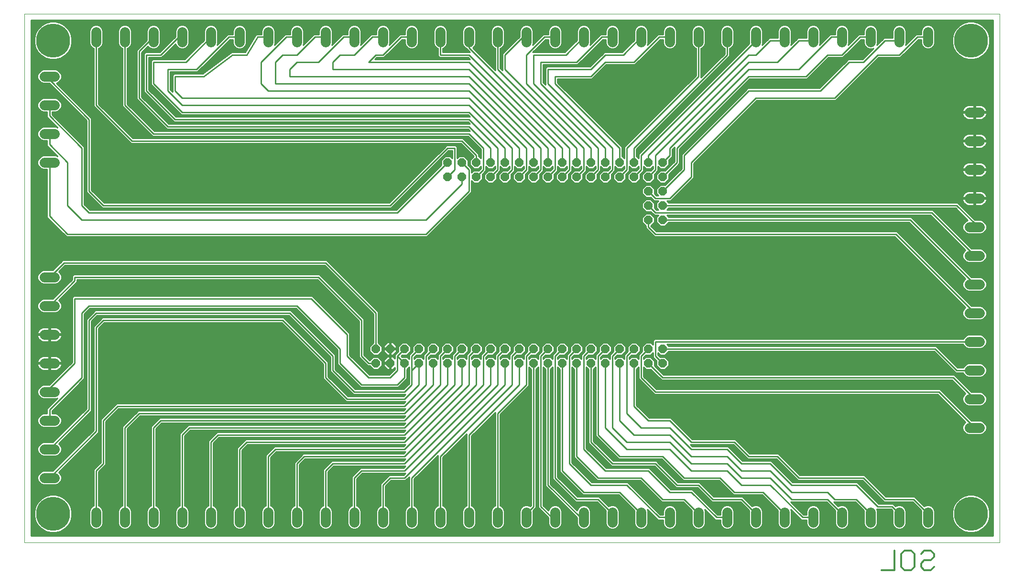
<source format=gtl>
G75*
%MOIN*%
%OFA0B0*%
%FSLAX25Y25*%
%IPPOS*%
%LPD*%
%AMOC8*
5,1,8,0,0,1.08239X$1,22.5*
%
%ADD10C,0.00000*%
%ADD11C,0.01200*%
%ADD12OC8,0.05937*%
%ADD13C,0.07050*%
%ADD14C,0.01000*%
%ADD15C,0.23685*%
D10*
X0001500Y0026000D02*
X0001500Y0394701D01*
X0681421Y0394701D01*
X0681421Y0026000D01*
X0001500Y0026000D01*
D11*
X0599069Y0006600D02*
X0608276Y0006600D01*
X0608276Y0020412D01*
X0612880Y0018110D02*
X0615182Y0020412D01*
X0619786Y0020412D01*
X0622088Y0018110D01*
X0622088Y0008902D01*
X0619786Y0006600D01*
X0615182Y0006600D01*
X0612880Y0008902D01*
X0612880Y0018110D01*
X0626692Y0018110D02*
X0628994Y0020412D01*
X0633598Y0020412D01*
X0635900Y0018110D01*
X0635900Y0015808D01*
X0633598Y0013506D01*
X0628994Y0013506D01*
X0626692Y0011204D01*
X0626692Y0008902D01*
X0628994Y0006600D01*
X0633598Y0006600D01*
X0635900Y0008902D01*
D12*
X0446500Y0151000D03*
X0436500Y0151000D03*
X0426500Y0151000D03*
X0416500Y0151000D03*
X0406500Y0151000D03*
X0396500Y0151000D03*
X0386500Y0151000D03*
X0376500Y0151000D03*
X0366500Y0151000D03*
X0356500Y0151000D03*
X0346500Y0151000D03*
X0336500Y0151000D03*
X0326500Y0151000D03*
X0316500Y0151000D03*
X0306500Y0151000D03*
X0296500Y0151000D03*
X0286500Y0151000D03*
X0276500Y0151000D03*
X0266500Y0151000D03*
X0256500Y0151000D03*
X0246500Y0151000D03*
X0246500Y0161000D03*
X0256500Y0161000D03*
X0266500Y0161000D03*
X0276500Y0161000D03*
X0286500Y0161000D03*
X0296500Y0161000D03*
X0306500Y0161000D03*
X0316500Y0161000D03*
X0326500Y0161000D03*
X0336500Y0161000D03*
X0346500Y0161000D03*
X0356500Y0161000D03*
X0366500Y0161000D03*
X0376500Y0161000D03*
X0386500Y0161000D03*
X0396500Y0161000D03*
X0406500Y0161000D03*
X0416500Y0161000D03*
X0426500Y0161000D03*
X0436500Y0161000D03*
X0446500Y0161000D03*
X0446500Y0251000D03*
X0446500Y0261000D03*
X0436500Y0261000D03*
X0436500Y0251000D03*
X0436500Y0271000D03*
X0436500Y0281000D03*
X0426500Y0281000D03*
X0416500Y0281000D03*
X0406500Y0281000D03*
X0396500Y0281000D03*
X0386500Y0281000D03*
X0376500Y0281000D03*
X0366500Y0281000D03*
X0356500Y0281000D03*
X0346500Y0281000D03*
X0336500Y0281000D03*
X0326500Y0281000D03*
X0316500Y0281000D03*
X0306500Y0281000D03*
X0296500Y0281000D03*
X0296500Y0291000D03*
X0306500Y0291000D03*
X0316500Y0291000D03*
X0326500Y0291000D03*
X0336500Y0291000D03*
X0346500Y0291000D03*
X0356500Y0291000D03*
X0366500Y0291000D03*
X0376500Y0291000D03*
X0386500Y0291000D03*
X0396500Y0291000D03*
X0406500Y0291000D03*
X0416500Y0291000D03*
X0426500Y0291000D03*
X0436500Y0291000D03*
X0446500Y0291000D03*
X0446500Y0281000D03*
X0446500Y0271000D03*
D13*
X0451500Y0374975D02*
X0451500Y0382025D01*
X0431500Y0382025D02*
X0431500Y0374975D01*
X0411500Y0374975D02*
X0411500Y0382025D01*
X0391500Y0382025D02*
X0391500Y0374975D01*
X0371500Y0374975D02*
X0371500Y0382025D01*
X0351500Y0382025D02*
X0351500Y0374975D01*
X0331500Y0374975D02*
X0331500Y0382025D01*
X0311500Y0382025D02*
X0311500Y0374975D01*
X0291500Y0374975D02*
X0291500Y0382025D01*
X0271500Y0382025D02*
X0271500Y0374975D01*
X0251500Y0374975D02*
X0251500Y0382025D01*
X0231500Y0382025D02*
X0231500Y0374975D01*
X0211500Y0374975D02*
X0211500Y0382025D01*
X0191500Y0382025D02*
X0191500Y0374975D01*
X0171500Y0374975D02*
X0171500Y0382025D01*
X0151500Y0382025D02*
X0151500Y0374975D01*
X0131500Y0374975D02*
X0131500Y0382025D01*
X0111500Y0382025D02*
X0111500Y0374975D01*
X0091500Y0374975D02*
X0091500Y0382025D01*
X0071500Y0382025D02*
X0071500Y0374975D01*
X0051500Y0374975D02*
X0051500Y0382025D01*
X0022525Y0351000D02*
X0015475Y0351000D01*
X0015475Y0331000D02*
X0022525Y0331000D01*
X0022525Y0311000D02*
X0015475Y0311000D01*
X0015475Y0291000D02*
X0022525Y0291000D01*
X0022525Y0211000D02*
X0015475Y0211000D01*
X0015475Y0191000D02*
X0022525Y0191000D01*
X0022525Y0171000D02*
X0015475Y0171000D01*
X0015475Y0151000D02*
X0022525Y0151000D01*
X0022525Y0131000D02*
X0015475Y0131000D01*
X0015475Y0111000D02*
X0022525Y0111000D01*
X0022525Y0091000D02*
X0015475Y0091000D01*
X0015475Y0071000D02*
X0022525Y0071000D01*
X0051500Y0047025D02*
X0051500Y0039975D01*
X0071500Y0039975D02*
X0071500Y0047025D01*
X0091500Y0047025D02*
X0091500Y0039975D01*
X0111500Y0039975D02*
X0111500Y0047025D01*
X0131500Y0047025D02*
X0131500Y0039975D01*
X0151500Y0039975D02*
X0151500Y0047025D01*
X0171500Y0047025D02*
X0171500Y0039975D01*
X0191500Y0039975D02*
X0191500Y0047025D01*
X0211500Y0047025D02*
X0211500Y0039975D01*
X0231500Y0039975D02*
X0231500Y0047025D01*
X0251500Y0047025D02*
X0251500Y0039975D01*
X0271500Y0039975D02*
X0271500Y0047025D01*
X0291500Y0047025D02*
X0291500Y0039975D01*
X0311500Y0039975D02*
X0311500Y0047025D01*
X0331500Y0047025D02*
X0331500Y0039975D01*
X0351500Y0039975D02*
X0351500Y0047025D01*
X0371500Y0047025D02*
X0371500Y0039975D01*
X0391500Y0039975D02*
X0391500Y0047025D01*
X0411500Y0047025D02*
X0411500Y0039975D01*
X0431500Y0039975D02*
X0431500Y0047025D01*
X0451500Y0047025D02*
X0451500Y0039975D01*
X0471500Y0039975D02*
X0471500Y0047025D01*
X0491500Y0047025D02*
X0491500Y0039975D01*
X0511500Y0039975D02*
X0511500Y0047025D01*
X0531500Y0047025D02*
X0531500Y0039975D01*
X0551500Y0039975D02*
X0551500Y0047025D01*
X0571500Y0047025D02*
X0571500Y0039975D01*
X0591500Y0039975D02*
X0591500Y0047025D01*
X0611500Y0047025D02*
X0611500Y0039975D01*
X0631500Y0039975D02*
X0631500Y0047025D01*
X0660475Y0106000D02*
X0667525Y0106000D01*
X0667525Y0126000D02*
X0660475Y0126000D01*
X0660475Y0146000D02*
X0667525Y0146000D01*
X0667525Y0166000D02*
X0660475Y0166000D01*
X0660475Y0186000D02*
X0667525Y0186000D01*
X0667525Y0206000D02*
X0660475Y0206000D01*
X0660475Y0226000D02*
X0667525Y0226000D01*
X0667525Y0246000D02*
X0660475Y0246000D01*
X0660475Y0266000D02*
X0667525Y0266000D01*
X0667525Y0286000D02*
X0660475Y0286000D01*
X0660475Y0306000D02*
X0667525Y0306000D01*
X0667525Y0326000D02*
X0660475Y0326000D01*
X0631500Y0374975D02*
X0631500Y0382025D01*
X0611500Y0382025D02*
X0611500Y0374975D01*
X0591500Y0374975D02*
X0591500Y0382025D01*
X0571500Y0382025D02*
X0571500Y0374975D01*
X0551500Y0374975D02*
X0551500Y0382025D01*
X0531500Y0382025D02*
X0531500Y0374975D01*
X0511500Y0374975D02*
X0511500Y0382025D01*
X0491500Y0382025D02*
X0491500Y0374975D01*
X0471500Y0374975D02*
X0471500Y0382025D01*
D14*
X0471500Y0378500D02*
X0471500Y0351000D01*
X0421500Y0301000D01*
X0421500Y0286000D01*
X0416500Y0281000D01*
X0420768Y0280620D02*
X0422231Y0280620D01*
X0422231Y0279622D02*
X0420768Y0279622D01*
X0420768Y0279232D02*
X0420768Y0282723D01*
X0423300Y0285254D01*
X0423300Y0288163D01*
X0424732Y0286731D01*
X0428268Y0286731D01*
X0429700Y0288163D01*
X0429700Y0286746D01*
X0428223Y0285268D01*
X0424732Y0285268D01*
X0422231Y0282768D01*
X0422231Y0279232D01*
X0424732Y0276731D01*
X0428268Y0276731D01*
X0430768Y0279232D01*
X0430768Y0282723D01*
X0433300Y0285254D01*
X0433300Y0288163D01*
X0434732Y0286731D01*
X0438268Y0286731D01*
X0439700Y0288163D01*
X0439700Y0286746D01*
X0438223Y0285268D01*
X0434732Y0285268D01*
X0432231Y0282768D01*
X0432231Y0279232D01*
X0434732Y0276731D01*
X0438268Y0276731D01*
X0440768Y0279232D01*
X0440768Y0282723D01*
X0442246Y0284200D01*
X0443300Y0285254D01*
X0443300Y0288163D01*
X0444732Y0286731D01*
X0448268Y0286731D01*
X0450768Y0289232D01*
X0450768Y0292723D01*
X0453300Y0295254D01*
X0453300Y0300254D01*
X0454700Y0301654D01*
X0454700Y0291746D01*
X0448223Y0285268D01*
X0444732Y0285268D01*
X0442231Y0282768D01*
X0442231Y0279232D01*
X0444732Y0276731D01*
X0448268Y0276731D01*
X0450768Y0279232D01*
X0450768Y0282723D01*
X0458300Y0290254D01*
X0458300Y0300254D01*
X0507246Y0349200D01*
X0547246Y0349200D01*
X0548300Y0350254D01*
X0562246Y0364200D01*
X0572246Y0364200D01*
X0573300Y0365254D01*
X0584746Y0376700D01*
X0586675Y0376700D01*
X0586675Y0374015D01*
X0587410Y0372242D01*
X0588767Y0370885D01*
X0590540Y0370150D01*
X0592460Y0370150D01*
X0593560Y0370606D01*
X0585754Y0362800D01*
X0575754Y0362800D01*
X0574700Y0361746D01*
X0555754Y0342800D01*
X0505754Y0342800D01*
X0504700Y0341746D01*
X0459700Y0296746D01*
X0459700Y0286746D01*
X0448223Y0275268D01*
X0444732Y0275268D01*
X0442231Y0272768D01*
X0442231Y0269232D01*
X0443663Y0267800D01*
X0442246Y0267800D01*
X0440768Y0269277D01*
X0440768Y0272768D01*
X0438268Y0275268D01*
X0434732Y0275268D01*
X0432231Y0272768D01*
X0432231Y0269232D01*
X0434732Y0266731D01*
X0438223Y0266731D01*
X0440754Y0264200D01*
X0443663Y0264200D01*
X0442231Y0262768D01*
X0442231Y0259232D01*
X0443663Y0257800D01*
X0442246Y0257800D01*
X0440768Y0259277D01*
X0440768Y0262768D01*
X0438268Y0265268D01*
X0434732Y0265268D01*
X0432231Y0262768D01*
X0432231Y0259232D01*
X0434732Y0256731D01*
X0438223Y0256731D01*
X0439700Y0255254D01*
X0440754Y0254200D01*
X0443663Y0254200D01*
X0442231Y0252768D01*
X0442231Y0249232D01*
X0444732Y0246731D01*
X0448268Y0246731D01*
X0450737Y0249200D01*
X0618254Y0249200D01*
X0657553Y0209901D01*
X0656385Y0208733D01*
X0655650Y0206960D01*
X0655650Y0205040D01*
X0656385Y0203267D01*
X0657742Y0201910D01*
X0659515Y0201175D01*
X0668485Y0201175D01*
X0670258Y0201910D01*
X0671615Y0203267D01*
X0672350Y0205040D01*
X0672350Y0206960D01*
X0671615Y0208733D01*
X0670258Y0210090D01*
X0668485Y0210825D01*
X0661721Y0210825D01*
X0619746Y0252800D01*
X0450737Y0252800D01*
X0449337Y0254200D01*
X0633254Y0254200D01*
X0657553Y0229901D01*
X0656385Y0228733D01*
X0655650Y0226960D01*
X0655650Y0225040D01*
X0656385Y0223267D01*
X0657742Y0221910D01*
X0659515Y0221175D01*
X0668485Y0221175D01*
X0670258Y0221910D01*
X0671615Y0223267D01*
X0672350Y0225040D01*
X0672350Y0226960D01*
X0671615Y0228733D01*
X0670258Y0230090D01*
X0668485Y0230825D01*
X0661721Y0230825D01*
X0634746Y0257800D01*
X0449337Y0257800D01*
X0450737Y0259200D01*
X0650754Y0259200D01*
X0659242Y0250712D01*
X0657742Y0250090D01*
X0656385Y0248733D01*
X0655650Y0246960D01*
X0655650Y0245040D01*
X0656385Y0243267D01*
X0657742Y0241910D01*
X0659515Y0241175D01*
X0668485Y0241175D01*
X0670258Y0241910D01*
X0671615Y0243267D01*
X0672350Y0245040D01*
X0672350Y0246960D01*
X0671615Y0248733D01*
X0670258Y0250090D01*
X0668485Y0250825D01*
X0664221Y0250825D01*
X0652246Y0262800D01*
X0450737Y0262800D01*
X0449337Y0264200D01*
X0452246Y0264200D01*
X0453300Y0265254D01*
X0468300Y0280254D01*
X0468300Y0290254D01*
X0512246Y0334200D01*
X0567246Y0334200D01*
X0568300Y0335254D01*
X0597246Y0364200D01*
X0612246Y0364200D01*
X0613300Y0365254D01*
X0624746Y0376700D01*
X0626675Y0376700D01*
X0626675Y0374015D01*
X0627410Y0372242D01*
X0628767Y0370885D01*
X0630540Y0370150D01*
X0632460Y0370150D01*
X0634233Y0370885D01*
X0635590Y0372242D01*
X0636325Y0374015D01*
X0636325Y0382985D01*
X0635590Y0384758D01*
X0634233Y0386115D01*
X0632460Y0386850D01*
X0630540Y0386850D01*
X0628767Y0386115D01*
X0627410Y0384758D01*
X0626675Y0382985D01*
X0626675Y0380300D01*
X0623254Y0380300D01*
X0615869Y0372915D01*
X0616325Y0374015D01*
X0616325Y0382985D01*
X0615590Y0384758D01*
X0614233Y0386115D01*
X0612460Y0386850D01*
X0610540Y0386850D01*
X0608767Y0386115D01*
X0607410Y0384758D01*
X0606675Y0382985D01*
X0606675Y0377800D01*
X0600754Y0377800D01*
X0599700Y0376746D01*
X0595869Y0372915D01*
X0596325Y0374015D01*
X0596325Y0382985D01*
X0595590Y0384758D01*
X0594233Y0386115D01*
X0592460Y0386850D01*
X0590540Y0386850D01*
X0588767Y0386115D01*
X0587410Y0384758D01*
X0586675Y0382985D01*
X0586675Y0380300D01*
X0583254Y0380300D01*
X0575869Y0372915D01*
X0576325Y0374015D01*
X0576325Y0382985D01*
X0575590Y0384758D01*
X0574233Y0386115D01*
X0572460Y0386850D01*
X0570540Y0386850D01*
X0568767Y0386115D01*
X0567410Y0384758D01*
X0566675Y0382985D01*
X0566675Y0380300D01*
X0563254Y0380300D01*
X0555869Y0372915D01*
X0556325Y0374015D01*
X0556325Y0382985D01*
X0555590Y0384758D01*
X0554233Y0386115D01*
X0552460Y0386850D01*
X0550540Y0386850D01*
X0548767Y0386115D01*
X0547410Y0384758D01*
X0546675Y0382985D01*
X0546675Y0377800D01*
X0540754Y0377800D01*
X0539700Y0376746D01*
X0535869Y0372915D01*
X0536325Y0374015D01*
X0536325Y0382985D01*
X0535590Y0384758D01*
X0534233Y0386115D01*
X0532460Y0386850D01*
X0530540Y0386850D01*
X0528767Y0386115D01*
X0527410Y0384758D01*
X0526675Y0382985D01*
X0526675Y0377800D01*
X0520754Y0377800D01*
X0519700Y0376746D01*
X0515869Y0372915D01*
X0516325Y0374015D01*
X0516325Y0382985D01*
X0515590Y0384758D01*
X0514233Y0386115D01*
X0512460Y0386850D01*
X0510540Y0386850D01*
X0508767Y0386115D01*
X0507410Y0384758D01*
X0506675Y0382985D01*
X0506675Y0374015D01*
X0506761Y0373807D01*
X0430754Y0297800D01*
X0429700Y0296746D01*
X0429700Y0293837D01*
X0428300Y0295237D01*
X0428300Y0300254D01*
X0493300Y0365254D01*
X0493300Y0370498D01*
X0494233Y0370885D01*
X0495590Y0372242D01*
X0496325Y0374015D01*
X0496325Y0382985D01*
X0495590Y0384758D01*
X0494233Y0386115D01*
X0492460Y0386850D01*
X0490540Y0386850D01*
X0488767Y0386115D01*
X0487410Y0384758D01*
X0486675Y0382985D01*
X0486675Y0374015D01*
X0487410Y0372242D01*
X0488767Y0370885D01*
X0489700Y0370498D01*
X0489700Y0366746D01*
X0473300Y0350346D01*
X0473300Y0370498D01*
X0474233Y0370885D01*
X0475590Y0372242D01*
X0476325Y0374015D01*
X0476325Y0382985D01*
X0475590Y0384758D01*
X0474233Y0386115D01*
X0472460Y0386850D01*
X0470540Y0386850D01*
X0468767Y0386115D01*
X0467410Y0384758D01*
X0466675Y0382985D01*
X0466675Y0374015D01*
X0467410Y0372242D01*
X0468767Y0370885D01*
X0469700Y0370498D01*
X0469700Y0351746D01*
X0420754Y0302800D01*
X0419700Y0301746D01*
X0419700Y0293837D01*
X0418300Y0295237D01*
X0418300Y0301746D01*
X0417246Y0302800D01*
X0373300Y0346746D01*
X0373300Y0349200D01*
X0397246Y0349200D01*
X0398300Y0350254D01*
X0407246Y0359200D01*
X0427246Y0359200D01*
X0428300Y0360254D01*
X0444746Y0376700D01*
X0446675Y0376700D01*
X0446675Y0374015D01*
X0447410Y0372242D01*
X0448767Y0370885D01*
X0450540Y0370150D01*
X0452460Y0370150D01*
X0454233Y0370885D01*
X0455590Y0372242D01*
X0456325Y0374015D01*
X0456325Y0382985D01*
X0455590Y0384758D01*
X0454233Y0386115D01*
X0452460Y0386850D01*
X0450540Y0386850D01*
X0448767Y0386115D01*
X0447410Y0384758D01*
X0446675Y0382985D01*
X0446675Y0380300D01*
X0443254Y0380300D01*
X0435869Y0372915D01*
X0436325Y0374015D01*
X0436325Y0382985D01*
X0435590Y0384758D01*
X0434233Y0386115D01*
X0432460Y0386850D01*
X0430540Y0386850D01*
X0428767Y0386115D01*
X0427410Y0384758D01*
X0426675Y0382985D01*
X0426675Y0376221D01*
X0418254Y0367800D01*
X0405754Y0367800D01*
X0404700Y0366746D01*
X0395754Y0357800D01*
X0365754Y0357800D01*
X0364700Y0356746D01*
X0364700Y0345346D01*
X0363300Y0346746D01*
X0363300Y0359200D01*
X0387246Y0359200D01*
X0388300Y0360254D01*
X0404746Y0376700D01*
X0406675Y0376700D01*
X0406675Y0374015D01*
X0407410Y0372242D01*
X0408767Y0370885D01*
X0410540Y0370150D01*
X0412460Y0370150D01*
X0414233Y0370885D01*
X0415590Y0372242D01*
X0416325Y0374015D01*
X0416325Y0382985D01*
X0415590Y0384758D01*
X0414233Y0386115D01*
X0412460Y0386850D01*
X0410540Y0386850D01*
X0408767Y0386115D01*
X0407410Y0384758D01*
X0406675Y0382985D01*
X0406675Y0380300D01*
X0403254Y0380300D01*
X0395869Y0372915D01*
X0396325Y0374015D01*
X0396325Y0382985D01*
X0395590Y0384758D01*
X0394233Y0386115D01*
X0392460Y0386850D01*
X0390540Y0386850D01*
X0388767Y0386115D01*
X0387410Y0384758D01*
X0386675Y0382985D01*
X0386675Y0376221D01*
X0378254Y0367800D01*
X0355846Y0367800D01*
X0364746Y0376700D01*
X0366675Y0376700D01*
X0366675Y0374015D01*
X0367410Y0372242D01*
X0368767Y0370885D01*
X0370540Y0370150D01*
X0372460Y0370150D01*
X0374233Y0370885D01*
X0375590Y0372242D01*
X0376325Y0374015D01*
X0376325Y0382985D01*
X0375590Y0384758D01*
X0374233Y0386115D01*
X0372460Y0386850D01*
X0370540Y0386850D01*
X0368767Y0386115D01*
X0367410Y0384758D01*
X0366675Y0382985D01*
X0366675Y0380300D01*
X0363254Y0380300D01*
X0355869Y0372915D01*
X0356325Y0374015D01*
X0356325Y0382985D01*
X0355590Y0384758D01*
X0354233Y0386115D01*
X0352460Y0386850D01*
X0350540Y0386850D01*
X0348767Y0386115D01*
X0347410Y0384758D01*
X0346675Y0382985D01*
X0346675Y0378721D01*
X0335754Y0367800D01*
X0334700Y0366746D01*
X0334700Y0355346D01*
X0333300Y0356746D01*
X0333300Y0370498D01*
X0334233Y0370885D01*
X0335590Y0372242D01*
X0336325Y0374015D01*
X0336325Y0382985D01*
X0335590Y0384758D01*
X0334233Y0386115D01*
X0332460Y0386850D01*
X0330540Y0386850D01*
X0328767Y0386115D01*
X0327410Y0384758D01*
X0326675Y0382985D01*
X0326675Y0374015D01*
X0327410Y0372242D01*
X0328767Y0370885D01*
X0329700Y0370498D01*
X0329700Y0355346D01*
X0314182Y0370863D01*
X0314233Y0370885D01*
X0315590Y0372242D01*
X0316325Y0374015D01*
X0316325Y0382985D01*
X0315590Y0384758D01*
X0314233Y0386115D01*
X0312460Y0386850D01*
X0310540Y0386850D01*
X0308767Y0386115D01*
X0307410Y0384758D01*
X0306675Y0382985D01*
X0306675Y0374015D01*
X0307410Y0372242D01*
X0308767Y0370885D01*
X0309700Y0370498D01*
X0309700Y0370254D01*
X0312154Y0367800D01*
X0293300Y0367800D01*
X0293300Y0370498D01*
X0294233Y0370885D01*
X0295590Y0372242D01*
X0296325Y0374015D01*
X0296325Y0382985D01*
X0295590Y0384758D01*
X0294233Y0386115D01*
X0292460Y0386850D01*
X0290540Y0386850D01*
X0288767Y0386115D01*
X0287410Y0384758D01*
X0286675Y0382985D01*
X0286675Y0374015D01*
X0287410Y0372242D01*
X0288767Y0370885D01*
X0289700Y0370498D01*
X0289700Y0365254D01*
X0290754Y0364200D01*
X0310754Y0364200D01*
X0312154Y0362800D01*
X0245846Y0362800D01*
X0247246Y0364200D01*
X0252246Y0364200D01*
X0253300Y0365254D01*
X0264746Y0376700D01*
X0266675Y0376700D01*
X0266675Y0374015D01*
X0267410Y0372242D01*
X0268767Y0370885D01*
X0270540Y0370150D01*
X0272460Y0370150D01*
X0274233Y0370885D01*
X0275590Y0372242D01*
X0276325Y0374015D01*
X0276325Y0382985D01*
X0275590Y0384758D01*
X0274233Y0386115D01*
X0272460Y0386850D01*
X0270540Y0386850D01*
X0268767Y0386115D01*
X0267410Y0384758D01*
X0266675Y0382985D01*
X0266675Y0380300D01*
X0263254Y0380300D01*
X0255869Y0372915D01*
X0256325Y0374015D01*
X0256325Y0382985D01*
X0255590Y0384758D01*
X0254233Y0386115D01*
X0252460Y0386850D01*
X0250540Y0386850D01*
X0248767Y0386115D01*
X0247410Y0384758D01*
X0246675Y0382985D01*
X0246675Y0380300D01*
X0243254Y0380300D01*
X0235869Y0372915D01*
X0236325Y0374015D01*
X0236325Y0382985D01*
X0235590Y0384758D01*
X0234233Y0386115D01*
X0232460Y0386850D01*
X0230540Y0386850D01*
X0228767Y0386115D01*
X0227410Y0384758D01*
X0226675Y0382985D01*
X0226675Y0380300D01*
X0223254Y0380300D01*
X0215869Y0372915D01*
X0216325Y0374015D01*
X0216325Y0382985D01*
X0215590Y0384758D01*
X0214233Y0386115D01*
X0212460Y0386850D01*
X0210540Y0386850D01*
X0208767Y0386115D01*
X0207410Y0384758D01*
X0206675Y0382985D01*
X0206675Y0380300D01*
X0203254Y0380300D01*
X0195869Y0372915D01*
X0196325Y0374015D01*
X0196325Y0382985D01*
X0195590Y0384758D01*
X0194233Y0386115D01*
X0192460Y0386850D01*
X0190540Y0386850D01*
X0188767Y0386115D01*
X0187410Y0384758D01*
X0186675Y0382985D01*
X0186675Y0380300D01*
X0183254Y0380300D01*
X0175869Y0372915D01*
X0176325Y0374015D01*
X0176325Y0382985D01*
X0175590Y0384758D01*
X0174233Y0386115D01*
X0172460Y0386850D01*
X0170540Y0386850D01*
X0168767Y0386115D01*
X0167410Y0384758D01*
X0166675Y0382985D01*
X0166675Y0380300D01*
X0164499Y0380300D01*
X0164287Y0380427D01*
X0163778Y0380300D01*
X0163254Y0380300D01*
X0163080Y0380125D01*
X0162840Y0380065D01*
X0162571Y0379616D01*
X0162200Y0379246D01*
X0162200Y0378999D01*
X0155481Y0367800D01*
X0146628Y0367800D01*
X0146016Y0367887D01*
X0145900Y0367800D01*
X0145754Y0367800D01*
X0145318Y0367363D01*
X0125900Y0352800D01*
X0105754Y0352800D01*
X0104700Y0351746D01*
X0104700Y0340346D01*
X0103300Y0341746D01*
X0103300Y0354200D01*
X0122246Y0354200D01*
X0123300Y0355254D01*
X0144746Y0376700D01*
X0146675Y0376700D01*
X0146675Y0374015D01*
X0147410Y0372242D01*
X0148767Y0370885D01*
X0150540Y0370150D01*
X0152460Y0370150D01*
X0154233Y0370885D01*
X0155590Y0372242D01*
X0156325Y0374015D01*
X0156325Y0382985D01*
X0155590Y0384758D01*
X0154233Y0386115D01*
X0152460Y0386850D01*
X0150540Y0386850D01*
X0148767Y0386115D01*
X0147410Y0384758D01*
X0146675Y0382985D01*
X0146675Y0380300D01*
X0143254Y0380300D01*
X0135869Y0372915D01*
X0136325Y0374015D01*
X0136325Y0382985D01*
X0135590Y0384758D01*
X0134233Y0386115D01*
X0132460Y0386850D01*
X0130540Y0386850D01*
X0128767Y0386115D01*
X0127410Y0384758D01*
X0126675Y0382985D01*
X0126675Y0376221D01*
X0113254Y0362800D01*
X0090754Y0362800D01*
X0089700Y0361746D01*
X0089700Y0345254D01*
X0090754Y0344200D01*
X0110754Y0324200D01*
X0310754Y0324200D01*
X0312154Y0322800D01*
X0107246Y0322800D01*
X0088300Y0341746D01*
X0088300Y0364200D01*
X0097246Y0364200D01*
X0106788Y0373742D01*
X0107410Y0372242D01*
X0108767Y0370885D01*
X0110540Y0370150D01*
X0112460Y0370150D01*
X0114233Y0370885D01*
X0115590Y0372242D01*
X0116325Y0374015D01*
X0116325Y0382985D01*
X0115590Y0384758D01*
X0114233Y0386115D01*
X0112460Y0386850D01*
X0110540Y0386850D01*
X0108767Y0386115D01*
X0107410Y0384758D01*
X0106675Y0382985D01*
X0106675Y0378721D01*
X0095754Y0367800D01*
X0085754Y0367800D01*
X0084700Y0366746D01*
X0084700Y0340254D01*
X0105754Y0319200D01*
X0310754Y0319200D01*
X0312154Y0317800D01*
X0102246Y0317800D01*
X0083300Y0336746D01*
X0083300Y0367754D01*
X0087598Y0372053D01*
X0088767Y0370885D01*
X0090540Y0370150D01*
X0092460Y0370150D01*
X0094233Y0370885D01*
X0095590Y0372242D01*
X0096325Y0374015D01*
X0096325Y0382985D01*
X0095590Y0384758D01*
X0094233Y0386115D01*
X0092460Y0386850D01*
X0090540Y0386850D01*
X0088767Y0386115D01*
X0087410Y0384758D01*
X0086675Y0382985D01*
X0086675Y0376221D01*
X0080754Y0370300D01*
X0079700Y0369246D01*
X0079700Y0335254D01*
X0099700Y0315254D01*
X0100754Y0314200D01*
X0310754Y0314200D01*
X0312154Y0312800D01*
X0092246Y0312800D01*
X0073300Y0331746D01*
X0073300Y0370498D01*
X0074233Y0370885D01*
X0075590Y0372242D01*
X0076325Y0374015D01*
X0076325Y0382985D01*
X0075590Y0384758D01*
X0074233Y0386115D01*
X0072460Y0386850D01*
X0070540Y0386850D01*
X0068767Y0386115D01*
X0067410Y0384758D01*
X0066675Y0382985D01*
X0066675Y0374015D01*
X0067410Y0372242D01*
X0068767Y0370885D01*
X0069700Y0370498D01*
X0069700Y0330254D01*
X0070754Y0329200D01*
X0090754Y0309200D01*
X0310754Y0309200D01*
X0319700Y0300254D01*
X0319700Y0293837D01*
X0318300Y0295237D01*
X0318300Y0296746D01*
X0317246Y0297800D01*
X0307246Y0307800D01*
X0077246Y0307800D01*
X0053300Y0331746D01*
X0053300Y0370498D01*
X0054233Y0370885D01*
X0055590Y0372242D01*
X0056325Y0374015D01*
X0056325Y0382985D01*
X0055590Y0384758D01*
X0054233Y0386115D01*
X0052460Y0386850D01*
X0050540Y0386850D01*
X0048767Y0386115D01*
X0047410Y0384758D01*
X0046675Y0382985D01*
X0046675Y0374015D01*
X0047410Y0372242D01*
X0048767Y0370885D01*
X0049700Y0370498D01*
X0049700Y0330254D01*
X0074700Y0305254D01*
X0075754Y0304200D01*
X0305754Y0304200D01*
X0314700Y0295254D01*
X0314700Y0295237D01*
X0312231Y0292768D01*
X0312231Y0289232D01*
X0314732Y0286731D01*
X0318268Y0286731D01*
X0319700Y0288163D01*
X0319700Y0286746D01*
X0318223Y0285268D01*
X0314732Y0285268D01*
X0313300Y0283837D01*
X0313300Y0286746D01*
X0310768Y0289277D01*
X0310768Y0292768D01*
X0308268Y0295268D01*
X0304732Y0295268D01*
X0303300Y0293837D01*
X0303300Y0301746D01*
X0302246Y0302800D01*
X0295754Y0302800D01*
X0294700Y0301746D01*
X0255754Y0262800D01*
X0057246Y0262800D01*
X0048300Y0271746D01*
X0048300Y0321746D01*
X0047246Y0322800D01*
X0023758Y0346288D01*
X0025258Y0346910D01*
X0026615Y0348267D01*
X0027350Y0350040D01*
X0027350Y0351960D01*
X0026615Y0353733D01*
X0025258Y0355090D01*
X0023485Y0355825D01*
X0014515Y0355825D01*
X0012742Y0355090D01*
X0011385Y0353733D01*
X0010650Y0351960D01*
X0010650Y0350040D01*
X0011385Y0348267D01*
X0012742Y0346910D01*
X0014515Y0346175D01*
X0018779Y0346175D01*
X0044700Y0320254D01*
X0044700Y0270254D01*
X0054700Y0260254D01*
X0055754Y0259200D01*
X0257246Y0259200D01*
X0297246Y0299200D01*
X0299700Y0299200D01*
X0299700Y0293837D01*
X0298268Y0295268D01*
X0294732Y0295268D01*
X0292231Y0292768D01*
X0292231Y0289277D01*
X0260754Y0257800D01*
X0047246Y0257800D01*
X0043300Y0261746D01*
X0043300Y0301746D01*
X0042246Y0302800D01*
X0020800Y0324246D01*
X0020800Y0326175D01*
X0023485Y0326175D01*
X0025258Y0326910D01*
X0026615Y0328267D01*
X0027350Y0330040D01*
X0027350Y0331960D01*
X0026615Y0333733D01*
X0025258Y0335090D01*
X0023485Y0335825D01*
X0014515Y0335825D01*
X0012742Y0335090D01*
X0011385Y0333733D01*
X0010650Y0331960D01*
X0010650Y0330040D01*
X0011385Y0328267D01*
X0012742Y0326910D01*
X0014515Y0326175D01*
X0017200Y0326175D01*
X0017200Y0322754D01*
X0024585Y0315369D01*
X0023485Y0315825D01*
X0014515Y0315825D01*
X0012742Y0315090D01*
X0011385Y0313733D01*
X0010650Y0311960D01*
X0010650Y0310040D01*
X0011385Y0308267D01*
X0012742Y0306910D01*
X0014515Y0306175D01*
X0017200Y0306175D01*
X0017200Y0302754D01*
X0024585Y0295369D01*
X0023485Y0295825D01*
X0014515Y0295825D01*
X0012742Y0295090D01*
X0011385Y0293733D01*
X0010650Y0291960D01*
X0010650Y0290040D01*
X0011385Y0288267D01*
X0012742Y0286910D01*
X0014515Y0286175D01*
X0017200Y0286175D01*
X0017200Y0252754D01*
X0029700Y0240254D01*
X0030754Y0239200D01*
X0282246Y0239200D01*
X0312246Y0269200D01*
X0313300Y0270254D01*
X0313300Y0278163D01*
X0314732Y0276731D01*
X0318268Y0276731D01*
X0320768Y0279232D01*
X0320768Y0282723D01*
X0322246Y0284200D01*
X0323300Y0285254D01*
X0323300Y0288163D01*
X0324732Y0286731D01*
X0328268Y0286731D01*
X0329700Y0288163D01*
X0329700Y0286746D01*
X0328223Y0285268D01*
X0324732Y0285268D01*
X0322231Y0282768D01*
X0322231Y0279232D01*
X0324732Y0276731D01*
X0328268Y0276731D01*
X0330768Y0279232D01*
X0330768Y0282723D01*
X0332246Y0284200D01*
X0333300Y0285254D01*
X0333300Y0288163D01*
X0334732Y0286731D01*
X0338268Y0286731D01*
X0339700Y0288163D01*
X0339700Y0286746D01*
X0338223Y0285268D01*
X0334732Y0285268D01*
X0332231Y0282768D01*
X0332231Y0279232D01*
X0334732Y0276731D01*
X0338268Y0276731D01*
X0340768Y0279232D01*
X0340768Y0282723D01*
X0343300Y0285254D01*
X0343300Y0288163D01*
X0344732Y0286731D01*
X0348268Y0286731D01*
X0349700Y0288163D01*
X0349700Y0286746D01*
X0348223Y0285268D01*
X0344732Y0285268D01*
X0342231Y0282768D01*
X0342231Y0279232D01*
X0344732Y0276731D01*
X0348268Y0276731D01*
X0350768Y0279232D01*
X0350768Y0282723D01*
X0353300Y0285254D01*
X0353300Y0288163D01*
X0354732Y0286731D01*
X0358268Y0286731D01*
X0359700Y0288163D01*
X0359700Y0286746D01*
X0358223Y0285268D01*
X0354732Y0285268D01*
X0352231Y0282768D01*
X0352231Y0279232D01*
X0354732Y0276731D01*
X0358268Y0276731D01*
X0360768Y0279232D01*
X0360768Y0282723D01*
X0363300Y0285254D01*
X0363300Y0288163D01*
X0364732Y0286731D01*
X0368268Y0286731D01*
X0369700Y0288163D01*
X0369700Y0286746D01*
X0368223Y0285268D01*
X0364732Y0285268D01*
X0362231Y0282768D01*
X0362231Y0279232D01*
X0364732Y0276731D01*
X0368268Y0276731D01*
X0370768Y0279232D01*
X0370768Y0282723D01*
X0373300Y0285254D01*
X0373300Y0288163D01*
X0374732Y0286731D01*
X0378268Y0286731D01*
X0379700Y0288163D01*
X0379700Y0286746D01*
X0378223Y0285268D01*
X0374732Y0285268D01*
X0372231Y0282768D01*
X0372231Y0279232D01*
X0374732Y0276731D01*
X0378268Y0276731D01*
X0380768Y0279232D01*
X0380768Y0282723D01*
X0383300Y0285254D01*
X0383300Y0288163D01*
X0384732Y0286731D01*
X0388268Y0286731D01*
X0389700Y0288163D01*
X0389700Y0286746D01*
X0388223Y0285268D01*
X0384732Y0285268D01*
X0382231Y0282768D01*
X0382231Y0279232D01*
X0384732Y0276731D01*
X0388268Y0276731D01*
X0390768Y0279232D01*
X0390768Y0282723D01*
X0393300Y0285254D01*
X0393300Y0288163D01*
X0394732Y0286731D01*
X0398268Y0286731D01*
X0399700Y0288163D01*
X0399700Y0286746D01*
X0398223Y0285268D01*
X0394732Y0285268D01*
X0392231Y0282768D01*
X0392231Y0279232D01*
X0394732Y0276731D01*
X0398268Y0276731D01*
X0400768Y0279232D01*
X0400768Y0282723D01*
X0402246Y0284200D01*
X0403300Y0285254D01*
X0403300Y0288163D01*
X0404732Y0286731D01*
X0408268Y0286731D01*
X0409700Y0288163D01*
X0409700Y0286746D01*
X0408223Y0285268D01*
X0404732Y0285268D01*
X0402231Y0282768D01*
X0402231Y0279232D01*
X0404732Y0276731D01*
X0408268Y0276731D01*
X0410768Y0279232D01*
X0410768Y0282723D01*
X0412246Y0284200D01*
X0413300Y0285254D01*
X0413300Y0288163D01*
X0414732Y0286731D01*
X0418268Y0286731D01*
X0419700Y0288163D01*
X0419700Y0286746D01*
X0418223Y0285268D01*
X0414732Y0285268D01*
X0412231Y0282768D01*
X0412231Y0279232D01*
X0414732Y0276731D01*
X0418268Y0276731D01*
X0420768Y0279232D01*
X0420160Y0278623D02*
X0422840Y0278623D01*
X0423839Y0277625D02*
X0419161Y0277625D01*
X0420768Y0281619D02*
X0422231Y0281619D01*
X0422231Y0282617D02*
X0420768Y0282617D01*
X0421662Y0283616D02*
X0423079Y0283616D01*
X0422660Y0284614D02*
X0424078Y0284614D01*
X0423300Y0285613D02*
X0428567Y0285613D01*
X0429566Y0286611D02*
X0423300Y0286611D01*
X0423300Y0287610D02*
X0423853Y0287610D01*
X0419700Y0287610D02*
X0419147Y0287610D01*
X0419566Y0286611D02*
X0413300Y0286611D01*
X0413300Y0285613D02*
X0418567Y0285613D01*
X0414078Y0284614D02*
X0412660Y0284614D01*
X0413079Y0283616D02*
X0411662Y0283616D01*
X0412231Y0282617D02*
X0410768Y0282617D01*
X0410768Y0281619D02*
X0412231Y0281619D01*
X0412231Y0280620D02*
X0410768Y0280620D01*
X0410768Y0279622D02*
X0412231Y0279622D01*
X0412840Y0278623D02*
X0410160Y0278623D01*
X0409161Y0277625D02*
X0413839Y0277625D01*
X0406500Y0281000D02*
X0411500Y0286000D01*
X0411500Y0301000D01*
X0366500Y0346000D01*
X0366500Y0356000D01*
X0396500Y0356000D01*
X0406500Y0366000D01*
X0419000Y0366000D01*
X0431500Y0378500D01*
X0436325Y0378474D02*
X0441429Y0378474D01*
X0440430Y0377476D02*
X0436325Y0377476D01*
X0436325Y0376477D02*
X0439432Y0376477D01*
X0438433Y0375479D02*
X0436325Y0375479D01*
X0436325Y0374480D02*
X0437435Y0374480D01*
X0436436Y0373482D02*
X0436104Y0373482D01*
X0438532Y0370486D02*
X0449728Y0370486D01*
X0448166Y0371485D02*
X0439530Y0371485D01*
X0440529Y0372483D02*
X0447309Y0372483D01*
X0446896Y0373482D02*
X0441528Y0373482D01*
X0442526Y0374480D02*
X0446675Y0374480D01*
X0446675Y0375479D02*
X0443525Y0375479D01*
X0444523Y0376477D02*
X0446675Y0376477D01*
X0444000Y0378500D02*
X0426500Y0361000D01*
X0406500Y0361000D01*
X0396500Y0351000D01*
X0371500Y0351000D01*
X0371500Y0346000D01*
X0416500Y0301000D01*
X0416500Y0291000D01*
X0413853Y0287610D02*
X0413300Y0287610D01*
X0409700Y0287610D02*
X0409147Y0287610D01*
X0409566Y0286611D02*
X0403300Y0286611D01*
X0403300Y0285613D02*
X0408567Y0285613D01*
X0404078Y0284614D02*
X0402660Y0284614D01*
X0403079Y0283616D02*
X0401662Y0283616D01*
X0402231Y0282617D02*
X0400768Y0282617D01*
X0400768Y0281619D02*
X0402231Y0281619D01*
X0402231Y0280620D02*
X0400768Y0280620D01*
X0400768Y0279622D02*
X0402231Y0279622D01*
X0402840Y0278623D02*
X0400160Y0278623D01*
X0399161Y0277625D02*
X0403839Y0277625D01*
X0396500Y0281000D02*
X0401500Y0286000D01*
X0401500Y0301000D01*
X0356500Y0346000D01*
X0356500Y0366000D01*
X0379000Y0366000D01*
X0391500Y0378500D01*
X0396325Y0378474D02*
X0401429Y0378474D01*
X0400430Y0377476D02*
X0396325Y0377476D01*
X0396325Y0376477D02*
X0399432Y0376477D01*
X0398433Y0375479D02*
X0396325Y0375479D01*
X0396325Y0374480D02*
X0397435Y0374480D01*
X0396436Y0373482D02*
X0396104Y0373482D01*
X0398532Y0370486D02*
X0409728Y0370486D01*
X0408166Y0371485D02*
X0399530Y0371485D01*
X0400529Y0372483D02*
X0407309Y0372483D01*
X0406896Y0373482D02*
X0401528Y0373482D01*
X0402526Y0374480D02*
X0406675Y0374480D01*
X0406675Y0375479D02*
X0403525Y0375479D01*
X0404523Y0376477D02*
X0406675Y0376477D01*
X0404000Y0378500D02*
X0386500Y0361000D01*
X0361500Y0361000D01*
X0361500Y0346000D01*
X0406500Y0301000D01*
X0406500Y0291000D01*
X0403853Y0287610D02*
X0403300Y0287610D01*
X0399700Y0287610D02*
X0399147Y0287610D01*
X0399566Y0286611D02*
X0393300Y0286611D01*
X0393300Y0285613D02*
X0398567Y0285613D01*
X0394078Y0284614D02*
X0392660Y0284614D01*
X0393079Y0283616D02*
X0391662Y0283616D01*
X0392231Y0282617D02*
X0390768Y0282617D01*
X0390768Y0281619D02*
X0392231Y0281619D01*
X0392231Y0280620D02*
X0390768Y0280620D01*
X0390768Y0279622D02*
X0392231Y0279622D01*
X0392840Y0278623D02*
X0390160Y0278623D01*
X0389161Y0277625D02*
X0393839Y0277625D01*
X0386500Y0281000D02*
X0391500Y0286000D01*
X0391500Y0301000D01*
X0336500Y0356000D01*
X0336500Y0366000D01*
X0349000Y0378500D01*
X0351500Y0378500D01*
X0356325Y0378474D02*
X0361429Y0378474D01*
X0360430Y0377476D02*
X0356325Y0377476D01*
X0356325Y0376477D02*
X0359432Y0376477D01*
X0358433Y0375479D02*
X0356325Y0375479D01*
X0356325Y0374480D02*
X0357435Y0374480D01*
X0356436Y0373482D02*
X0356104Y0373482D01*
X0358532Y0370486D02*
X0369728Y0370486D01*
X0368166Y0371485D02*
X0359530Y0371485D01*
X0360529Y0372483D02*
X0367309Y0372483D01*
X0366896Y0373482D02*
X0361528Y0373482D01*
X0362526Y0374480D02*
X0366675Y0374480D01*
X0366675Y0375479D02*
X0363525Y0375479D01*
X0364523Y0376477D02*
X0366675Y0376477D01*
X0364000Y0378500D02*
X0351500Y0366000D01*
X0351500Y0346000D01*
X0396500Y0301000D01*
X0396500Y0291000D01*
X0393853Y0287610D02*
X0393300Y0287610D01*
X0389700Y0287610D02*
X0389147Y0287610D01*
X0389566Y0286611D02*
X0383300Y0286611D01*
X0383300Y0285613D02*
X0388567Y0285613D01*
X0384078Y0284614D02*
X0382660Y0284614D01*
X0383079Y0283616D02*
X0381661Y0283616D01*
X0382231Y0282617D02*
X0380768Y0282617D01*
X0380768Y0281619D02*
X0382231Y0281619D01*
X0382231Y0280620D02*
X0380768Y0280620D01*
X0380768Y0279622D02*
X0382231Y0279622D01*
X0382840Y0278623D02*
X0380160Y0278623D01*
X0379161Y0277625D02*
X0383839Y0277625D01*
X0376500Y0281000D02*
X0381500Y0286000D01*
X0381500Y0301000D01*
X0311500Y0371000D01*
X0311500Y0378500D01*
X0316325Y0378474D02*
X0326675Y0378474D01*
X0326675Y0377476D02*
X0316325Y0377476D01*
X0316325Y0376477D02*
X0326675Y0376477D01*
X0326675Y0375479D02*
X0316325Y0375479D01*
X0316325Y0374480D02*
X0326675Y0374480D01*
X0326896Y0373482D02*
X0316104Y0373482D01*
X0315690Y0372483D02*
X0327309Y0372483D01*
X0328166Y0371485D02*
X0314833Y0371485D01*
X0314559Y0370486D02*
X0329700Y0370486D01*
X0329700Y0369488D02*
X0315558Y0369488D01*
X0316556Y0368489D02*
X0329700Y0368489D01*
X0329700Y0367491D02*
X0317555Y0367491D01*
X0318553Y0366492D02*
X0329700Y0366492D01*
X0329700Y0365494D02*
X0319552Y0365494D01*
X0320550Y0364495D02*
X0329700Y0364495D01*
X0329700Y0363497D02*
X0321549Y0363497D01*
X0322547Y0362498D02*
X0329700Y0362498D01*
X0329700Y0361500D02*
X0323546Y0361500D01*
X0324544Y0360501D02*
X0329700Y0360501D01*
X0329700Y0359503D02*
X0325543Y0359503D01*
X0326541Y0358504D02*
X0329700Y0358504D01*
X0329700Y0357506D02*
X0327540Y0357506D01*
X0328538Y0356507D02*
X0329700Y0356507D01*
X0329700Y0355509D02*
X0329537Y0355509D01*
X0331500Y0356000D02*
X0386500Y0301000D01*
X0386500Y0291000D01*
X0383853Y0287610D02*
X0383300Y0287610D01*
X0379700Y0287610D02*
X0379147Y0287610D01*
X0379566Y0286611D02*
X0373300Y0286611D01*
X0373300Y0285613D02*
X0378567Y0285613D01*
X0374078Y0284614D02*
X0372660Y0284614D01*
X0373079Y0283616D02*
X0371662Y0283616D01*
X0372231Y0282617D02*
X0370768Y0282617D01*
X0370768Y0281619D02*
X0372231Y0281619D01*
X0372231Y0280620D02*
X0370768Y0280620D01*
X0370768Y0279622D02*
X0372231Y0279622D01*
X0372840Y0278623D02*
X0370160Y0278623D01*
X0369161Y0277625D02*
X0373839Y0277625D01*
X0366500Y0281000D02*
X0371500Y0286000D01*
X0371500Y0301000D01*
X0311500Y0361000D01*
X0241500Y0361000D01*
X0246500Y0366000D01*
X0251500Y0366000D01*
X0264000Y0378500D01*
X0271500Y0378500D01*
X0276325Y0378474D02*
X0286675Y0378474D01*
X0286675Y0377476D02*
X0276325Y0377476D01*
X0276325Y0376477D02*
X0286675Y0376477D01*
X0286675Y0375479D02*
X0276325Y0375479D01*
X0276325Y0374480D02*
X0286675Y0374480D01*
X0286896Y0373482D02*
X0276104Y0373482D01*
X0275690Y0372483D02*
X0287309Y0372483D01*
X0288166Y0371485D02*
X0274833Y0371485D01*
X0273272Y0370486D02*
X0289700Y0370486D01*
X0289700Y0369488D02*
X0257533Y0369488D01*
X0256535Y0368489D02*
X0289700Y0368489D01*
X0289700Y0367491D02*
X0255536Y0367491D01*
X0254538Y0366492D02*
X0289700Y0366492D01*
X0289700Y0365494D02*
X0253539Y0365494D01*
X0252541Y0364495D02*
X0290459Y0364495D01*
X0291500Y0366000D02*
X0311500Y0366000D01*
X0376500Y0301000D01*
X0376500Y0291000D01*
X0373853Y0287610D02*
X0373300Y0287610D01*
X0369700Y0287610D02*
X0369147Y0287610D01*
X0369566Y0286611D02*
X0363300Y0286611D01*
X0363300Y0285613D02*
X0368567Y0285613D01*
X0364078Y0284614D02*
X0362660Y0284614D01*
X0363079Y0283616D02*
X0361662Y0283616D01*
X0362231Y0282617D02*
X0360768Y0282617D01*
X0360768Y0281619D02*
X0362231Y0281619D01*
X0362231Y0280620D02*
X0360768Y0280620D01*
X0360768Y0279622D02*
X0362231Y0279622D01*
X0362840Y0278623D02*
X0360160Y0278623D01*
X0359161Y0277625D02*
X0363839Y0277625D01*
X0356500Y0281000D02*
X0361500Y0286000D01*
X0361500Y0301000D01*
X0311500Y0351000D01*
X0186500Y0351000D01*
X0186500Y0356000D01*
X0191500Y0361000D01*
X0206500Y0361000D01*
X0224000Y0378500D01*
X0231500Y0378500D01*
X0236325Y0378474D02*
X0241429Y0378474D01*
X0240430Y0377476D02*
X0236325Y0377476D01*
X0236325Y0376477D02*
X0239432Y0376477D01*
X0238433Y0375479D02*
X0236325Y0375479D01*
X0236325Y0374480D02*
X0237435Y0374480D01*
X0236436Y0373482D02*
X0236104Y0373482D01*
X0231500Y0366000D02*
X0221500Y0366000D01*
X0216500Y0361000D01*
X0216500Y0356000D01*
X0311500Y0356000D01*
X0366500Y0301000D01*
X0366500Y0291000D01*
X0363853Y0287610D02*
X0363300Y0287610D01*
X0359700Y0287610D02*
X0359147Y0287610D01*
X0359566Y0286611D02*
X0353300Y0286611D01*
X0353300Y0285613D02*
X0358567Y0285613D01*
X0354078Y0284614D02*
X0352660Y0284614D01*
X0353079Y0283616D02*
X0351661Y0283616D01*
X0352231Y0282617D02*
X0350768Y0282617D01*
X0350768Y0281619D02*
X0352231Y0281619D01*
X0352231Y0280620D02*
X0350768Y0280620D01*
X0350768Y0279622D02*
X0352231Y0279622D01*
X0352840Y0278623D02*
X0350160Y0278623D01*
X0349161Y0277625D02*
X0353839Y0277625D01*
X0346500Y0281000D02*
X0351500Y0286000D01*
X0351500Y0301000D01*
X0311500Y0341000D01*
X0171500Y0341000D01*
X0166500Y0346000D01*
X0166500Y0361000D01*
X0184000Y0378500D01*
X0191500Y0378500D01*
X0196325Y0378474D02*
X0201429Y0378474D01*
X0200430Y0377476D02*
X0196325Y0377476D01*
X0196325Y0376477D02*
X0199432Y0376477D01*
X0198433Y0375479D02*
X0196325Y0375479D01*
X0196325Y0374480D02*
X0197435Y0374480D01*
X0196436Y0373482D02*
X0196104Y0373482D01*
X0191500Y0366000D02*
X0181500Y0366000D01*
X0176500Y0361000D01*
X0176500Y0346000D01*
X0311500Y0346000D01*
X0356500Y0301000D01*
X0356500Y0291000D01*
X0353853Y0287610D02*
X0353300Y0287610D01*
X0349700Y0287610D02*
X0349147Y0287610D01*
X0349566Y0286611D02*
X0343300Y0286611D01*
X0343300Y0285613D02*
X0348567Y0285613D01*
X0344078Y0284614D02*
X0342660Y0284614D01*
X0343079Y0283616D02*
X0341662Y0283616D01*
X0342231Y0282617D02*
X0340768Y0282617D01*
X0340768Y0281619D02*
X0342231Y0281619D01*
X0342231Y0280620D02*
X0340768Y0280620D01*
X0340768Y0279622D02*
X0342231Y0279622D01*
X0342840Y0278623D02*
X0340160Y0278623D01*
X0339161Y0277625D02*
X0343839Y0277625D01*
X0336500Y0281000D02*
X0341500Y0286000D01*
X0341500Y0301000D01*
X0311500Y0331000D01*
X0111500Y0331000D01*
X0101500Y0341000D01*
X0101500Y0356000D01*
X0121500Y0356000D01*
X0144000Y0378500D01*
X0151500Y0378500D01*
X0156325Y0378474D02*
X0161886Y0378474D01*
X0162427Y0379473D02*
X0156325Y0379473D01*
X0156325Y0380472D02*
X0166675Y0380472D01*
X0166675Y0381470D02*
X0156325Y0381470D01*
X0156325Y0382469D02*
X0166675Y0382469D01*
X0166875Y0383467D02*
X0156125Y0383467D01*
X0155712Y0384466D02*
X0167288Y0384466D01*
X0168116Y0385464D02*
X0154884Y0385464D01*
X0153395Y0386463D02*
X0169605Y0386463D01*
X0173395Y0386463D02*
X0189605Y0386463D01*
X0188116Y0385464D02*
X0174884Y0385464D01*
X0175712Y0384466D02*
X0187288Y0384466D01*
X0186875Y0383467D02*
X0176125Y0383467D01*
X0176325Y0382469D02*
X0186675Y0382469D01*
X0186675Y0381470D02*
X0176325Y0381470D01*
X0176325Y0380472D02*
X0186675Y0380472D01*
X0182427Y0379473D02*
X0176325Y0379473D01*
X0176325Y0378474D02*
X0181429Y0378474D01*
X0180430Y0377476D02*
X0176325Y0377476D01*
X0176325Y0376477D02*
X0179432Y0376477D01*
X0178433Y0375479D02*
X0176325Y0375479D01*
X0176325Y0374480D02*
X0177435Y0374480D01*
X0176436Y0373482D02*
X0176104Y0373482D01*
X0171500Y0378500D02*
X0164000Y0378500D01*
X0156500Y0366000D01*
X0146500Y0366000D01*
X0126500Y0351000D01*
X0106500Y0351000D01*
X0106500Y0341000D01*
X0111500Y0336000D01*
X0311500Y0336000D01*
X0346500Y0301000D01*
X0346500Y0291000D01*
X0343853Y0287610D02*
X0343300Y0287610D01*
X0339700Y0287610D02*
X0339147Y0287610D01*
X0339566Y0286611D02*
X0333300Y0286611D01*
X0333300Y0285613D02*
X0338567Y0285613D01*
X0334078Y0284614D02*
X0332660Y0284614D01*
X0333079Y0283616D02*
X0331662Y0283616D01*
X0332231Y0282617D02*
X0330768Y0282617D01*
X0330768Y0281619D02*
X0332231Y0281619D01*
X0332231Y0280620D02*
X0330768Y0280620D01*
X0330768Y0279622D02*
X0332231Y0279622D01*
X0332840Y0278623D02*
X0330160Y0278623D01*
X0329161Y0277625D02*
X0333839Y0277625D01*
X0326500Y0281000D02*
X0331500Y0286000D01*
X0331500Y0301000D01*
X0311500Y0321000D01*
X0106500Y0321000D01*
X0086500Y0341000D01*
X0086500Y0366000D01*
X0096500Y0366000D01*
X0109000Y0378500D01*
X0111500Y0378500D01*
X0116325Y0378474D02*
X0126675Y0378474D01*
X0126675Y0377476D02*
X0116325Y0377476D01*
X0116325Y0376477D02*
X0126675Y0376477D01*
X0125933Y0375479D02*
X0116325Y0375479D01*
X0116325Y0374480D02*
X0124935Y0374480D01*
X0123936Y0373482D02*
X0116104Y0373482D01*
X0115690Y0372483D02*
X0122938Y0372483D01*
X0121939Y0371485D02*
X0114833Y0371485D01*
X0113272Y0370486D02*
X0120941Y0370486D01*
X0119942Y0369488D02*
X0102533Y0369488D01*
X0101535Y0368489D02*
X0118944Y0368489D01*
X0117945Y0367491D02*
X0100536Y0367491D01*
X0099538Y0366492D02*
X0116947Y0366492D01*
X0115948Y0365494D02*
X0098539Y0365494D01*
X0097541Y0364495D02*
X0114950Y0364495D01*
X0113951Y0363497D02*
X0088300Y0363497D01*
X0088300Y0362498D02*
X0090453Y0362498D01*
X0089700Y0361500D02*
X0088300Y0361500D01*
X0088300Y0360501D02*
X0089700Y0360501D01*
X0089700Y0359503D02*
X0088300Y0359503D01*
X0088300Y0358504D02*
X0089700Y0358504D01*
X0089700Y0357506D02*
X0088300Y0357506D01*
X0088300Y0356507D02*
X0089700Y0356507D01*
X0089700Y0355509D02*
X0088300Y0355509D01*
X0088300Y0354510D02*
X0089700Y0354510D01*
X0089700Y0353512D02*
X0088300Y0353512D01*
X0088300Y0352513D02*
X0089700Y0352513D01*
X0089700Y0351515D02*
X0088300Y0351515D01*
X0088300Y0350516D02*
X0089700Y0350516D01*
X0089700Y0349518D02*
X0088300Y0349518D01*
X0088300Y0348519D02*
X0089700Y0348519D01*
X0089700Y0347521D02*
X0088300Y0347521D01*
X0088300Y0346522D02*
X0089700Y0346522D01*
X0089700Y0345524D02*
X0088300Y0345524D01*
X0088300Y0344525D02*
X0090429Y0344525D01*
X0091428Y0343527D02*
X0088300Y0343527D01*
X0088300Y0342528D02*
X0092426Y0342528D01*
X0093425Y0341530D02*
X0088516Y0341530D01*
X0089515Y0340531D02*
X0094423Y0340531D01*
X0095422Y0339533D02*
X0090513Y0339533D01*
X0091512Y0338534D02*
X0096420Y0338534D01*
X0097419Y0337536D02*
X0092510Y0337536D01*
X0093509Y0336537D02*
X0098417Y0336537D01*
X0099416Y0335539D02*
X0094507Y0335539D01*
X0095506Y0334540D02*
X0100414Y0334540D01*
X0101413Y0333541D02*
X0096504Y0333541D01*
X0097503Y0332543D02*
X0102411Y0332543D01*
X0103410Y0331544D02*
X0098501Y0331544D01*
X0099500Y0330546D02*
X0104408Y0330546D01*
X0105407Y0329547D02*
X0100498Y0329547D01*
X0101497Y0328549D02*
X0106405Y0328549D01*
X0107404Y0327550D02*
X0102495Y0327550D01*
X0103494Y0326552D02*
X0108402Y0326552D01*
X0109401Y0325553D02*
X0104492Y0325553D01*
X0105491Y0324555D02*
X0110400Y0324555D01*
X0111500Y0326000D02*
X0091500Y0346000D01*
X0091500Y0361000D01*
X0114000Y0361000D01*
X0131500Y0378500D01*
X0136325Y0378474D02*
X0141429Y0378474D01*
X0140430Y0377476D02*
X0136325Y0377476D01*
X0136325Y0376477D02*
X0139432Y0376477D01*
X0138433Y0375479D02*
X0136325Y0375479D01*
X0136325Y0374480D02*
X0137435Y0374480D01*
X0136436Y0373482D02*
X0136104Y0373482D01*
X0138532Y0370486D02*
X0149728Y0370486D01*
X0148166Y0371485D02*
X0139530Y0371485D01*
X0140529Y0372483D02*
X0147309Y0372483D01*
X0146896Y0373482D02*
X0141528Y0373482D01*
X0142526Y0374480D02*
X0146675Y0374480D01*
X0146675Y0375479D02*
X0143525Y0375479D01*
X0144523Y0376477D02*
X0146675Y0376477D01*
X0146675Y0380472D02*
X0136325Y0380472D01*
X0136325Y0381470D02*
X0146675Y0381470D01*
X0146675Y0382469D02*
X0136325Y0382469D01*
X0136125Y0383467D02*
X0146875Y0383467D01*
X0147288Y0384466D02*
X0135712Y0384466D01*
X0134884Y0385464D02*
X0148116Y0385464D01*
X0149605Y0386463D02*
X0133395Y0386463D01*
X0129605Y0386463D02*
X0113395Y0386463D01*
X0114884Y0385464D02*
X0128116Y0385464D01*
X0127288Y0384466D02*
X0115712Y0384466D01*
X0116125Y0383467D02*
X0126875Y0383467D01*
X0126675Y0382469D02*
X0116325Y0382469D01*
X0116325Y0381470D02*
X0126675Y0381470D01*
X0126675Y0380472D02*
X0116325Y0380472D01*
X0116325Y0379473D02*
X0126675Y0379473D01*
X0136325Y0379473D02*
X0142427Y0379473D01*
X0156325Y0377476D02*
X0161286Y0377476D01*
X0160687Y0376477D02*
X0156325Y0376477D01*
X0156325Y0375479D02*
X0160088Y0375479D01*
X0159489Y0374480D02*
X0156325Y0374480D01*
X0156104Y0373482D02*
X0158890Y0373482D01*
X0158291Y0372483D02*
X0155690Y0372483D01*
X0154833Y0371485D02*
X0157692Y0371485D01*
X0157093Y0370486D02*
X0153272Y0370486D01*
X0155894Y0368489D02*
X0136535Y0368489D01*
X0135536Y0367491D02*
X0145445Y0367491D01*
X0144156Y0366492D02*
X0134538Y0366492D01*
X0133539Y0365494D02*
X0142825Y0365494D01*
X0141494Y0364495D02*
X0132541Y0364495D01*
X0131542Y0363497D02*
X0140162Y0363497D01*
X0138831Y0362498D02*
X0130544Y0362498D01*
X0129545Y0361500D02*
X0137500Y0361500D01*
X0136168Y0360501D02*
X0128547Y0360501D01*
X0127548Y0359503D02*
X0134837Y0359503D01*
X0133506Y0358504D02*
X0126550Y0358504D01*
X0125551Y0357506D02*
X0132174Y0357506D01*
X0130843Y0356507D02*
X0124553Y0356507D01*
X0123554Y0355509D02*
X0129512Y0355509D01*
X0128180Y0354510D02*
X0122556Y0354510D01*
X0126849Y0353512D02*
X0103300Y0353512D01*
X0103300Y0352513D02*
X0105468Y0352513D01*
X0104700Y0351515D02*
X0103300Y0351515D01*
X0103300Y0350516D02*
X0104700Y0350516D01*
X0104700Y0349518D02*
X0103300Y0349518D01*
X0103300Y0348519D02*
X0104700Y0348519D01*
X0104700Y0347521D02*
X0103300Y0347521D01*
X0103300Y0346522D02*
X0104700Y0346522D01*
X0104700Y0345524D02*
X0103300Y0345524D01*
X0103300Y0344525D02*
X0104700Y0344525D01*
X0104700Y0343527D02*
X0103300Y0343527D01*
X0103300Y0342528D02*
X0104700Y0342528D01*
X0104700Y0341530D02*
X0103516Y0341530D01*
X0104515Y0340531D02*
X0104700Y0340531D01*
X0094408Y0330546D02*
X0089500Y0330546D01*
X0090498Y0329547D02*
X0095407Y0329547D01*
X0096405Y0328549D02*
X0091497Y0328549D01*
X0092495Y0327550D02*
X0097404Y0327550D01*
X0098402Y0326552D02*
X0093494Y0326552D01*
X0094492Y0325553D02*
X0099401Y0325553D01*
X0100400Y0324555D02*
X0095491Y0324555D01*
X0096489Y0323556D02*
X0101398Y0323556D01*
X0102397Y0322558D02*
X0097488Y0322558D01*
X0098486Y0321559D02*
X0103395Y0321559D01*
X0104394Y0320561D02*
X0099485Y0320561D01*
X0100483Y0319562D02*
X0105392Y0319562D01*
X0101482Y0318564D02*
X0311391Y0318564D01*
X0311500Y0316000D02*
X0326500Y0301000D01*
X0326500Y0291000D01*
X0329147Y0287610D02*
X0329700Y0287610D01*
X0329566Y0286611D02*
X0323300Y0286611D01*
X0323300Y0285613D02*
X0328567Y0285613D01*
X0324078Y0284614D02*
X0322660Y0284614D01*
X0323079Y0283616D02*
X0321661Y0283616D01*
X0322231Y0282617D02*
X0320768Y0282617D01*
X0320768Y0281619D02*
X0322231Y0281619D01*
X0322231Y0280620D02*
X0320768Y0280620D01*
X0320768Y0279622D02*
X0322231Y0279622D01*
X0322840Y0278623D02*
X0320160Y0278623D01*
X0319161Y0277625D02*
X0323839Y0277625D01*
X0316500Y0281000D02*
X0321500Y0286000D01*
X0321500Y0301000D01*
X0311500Y0311000D01*
X0091500Y0311000D01*
X0071500Y0331000D01*
X0071500Y0378500D01*
X0076325Y0378474D02*
X0086675Y0378474D01*
X0086675Y0377476D02*
X0076325Y0377476D01*
X0076325Y0376477D02*
X0086675Y0376477D01*
X0085933Y0375479D02*
X0076325Y0375479D01*
X0076325Y0374480D02*
X0084935Y0374480D01*
X0083936Y0373482D02*
X0076104Y0373482D01*
X0075690Y0372483D02*
X0082938Y0372483D01*
X0081939Y0371485D02*
X0074833Y0371485D01*
X0073300Y0370486D02*
X0080941Y0370486D01*
X0079942Y0369488D02*
X0073300Y0369488D01*
X0073300Y0368489D02*
X0079700Y0368489D01*
X0079700Y0367491D02*
X0073300Y0367491D01*
X0073300Y0366492D02*
X0079700Y0366492D01*
X0079700Y0365494D02*
X0073300Y0365494D01*
X0073300Y0364495D02*
X0079700Y0364495D01*
X0079700Y0363497D02*
X0073300Y0363497D01*
X0073300Y0362498D02*
X0079700Y0362498D01*
X0079700Y0361500D02*
X0073300Y0361500D01*
X0073300Y0360501D02*
X0079700Y0360501D01*
X0079700Y0359503D02*
X0073300Y0359503D01*
X0073300Y0358504D02*
X0079700Y0358504D01*
X0079700Y0357506D02*
X0073300Y0357506D01*
X0073300Y0356507D02*
X0079700Y0356507D01*
X0079700Y0355509D02*
X0073300Y0355509D01*
X0073300Y0354510D02*
X0079700Y0354510D01*
X0079700Y0353512D02*
X0073300Y0353512D01*
X0073300Y0352513D02*
X0079700Y0352513D01*
X0079700Y0351515D02*
X0073300Y0351515D01*
X0073300Y0350516D02*
X0079700Y0350516D01*
X0079700Y0349518D02*
X0073300Y0349518D01*
X0073300Y0348519D02*
X0079700Y0348519D01*
X0079700Y0347521D02*
X0073300Y0347521D01*
X0073300Y0346522D02*
X0079700Y0346522D01*
X0079700Y0345524D02*
X0073300Y0345524D01*
X0073300Y0344525D02*
X0079700Y0344525D01*
X0079700Y0343527D02*
X0073300Y0343527D01*
X0073300Y0342528D02*
X0079700Y0342528D01*
X0079700Y0341530D02*
X0073300Y0341530D01*
X0073300Y0340531D02*
X0079700Y0340531D01*
X0079700Y0339533D02*
X0073300Y0339533D01*
X0073300Y0338534D02*
X0079700Y0338534D01*
X0079700Y0337536D02*
X0073300Y0337536D01*
X0073300Y0336537D02*
X0079700Y0336537D01*
X0079700Y0335539D02*
X0073300Y0335539D01*
X0073300Y0334540D02*
X0080414Y0334540D01*
X0081413Y0333541D02*
X0073300Y0333541D01*
X0073300Y0332543D02*
X0082411Y0332543D01*
X0083410Y0331544D02*
X0073501Y0331544D01*
X0074500Y0330546D02*
X0084408Y0330546D01*
X0085407Y0329547D02*
X0075498Y0329547D01*
X0076497Y0328549D02*
X0086405Y0328549D01*
X0087404Y0327550D02*
X0077495Y0327550D01*
X0078494Y0326552D02*
X0088402Y0326552D01*
X0089401Y0325553D02*
X0079492Y0325553D01*
X0080491Y0324555D02*
X0090400Y0324555D01*
X0091398Y0323556D02*
X0081489Y0323556D01*
X0082488Y0322558D02*
X0092397Y0322558D01*
X0093395Y0321559D02*
X0083486Y0321559D01*
X0084485Y0320561D02*
X0094394Y0320561D01*
X0095392Y0319562D02*
X0085483Y0319562D01*
X0086482Y0318564D02*
X0096391Y0318564D01*
X0097389Y0317565D02*
X0087480Y0317565D01*
X0088479Y0316567D02*
X0098388Y0316567D01*
X0099386Y0315568D02*
X0089477Y0315568D01*
X0090476Y0314570D02*
X0100385Y0314570D01*
X0101500Y0316000D02*
X0311500Y0316000D01*
X0311383Y0313571D02*
X0091474Y0313571D01*
X0089379Y0310576D02*
X0074470Y0310576D01*
X0073471Y0311574D02*
X0088380Y0311574D01*
X0087382Y0312573D02*
X0072473Y0312573D01*
X0071474Y0313571D02*
X0086383Y0313571D01*
X0085385Y0314570D02*
X0070476Y0314570D01*
X0069477Y0315568D02*
X0084386Y0315568D01*
X0083388Y0316567D02*
X0068479Y0316567D01*
X0067480Y0317565D02*
X0082389Y0317565D01*
X0081391Y0318564D02*
X0066482Y0318564D01*
X0065483Y0319562D02*
X0080392Y0319562D01*
X0079394Y0320561D02*
X0064485Y0320561D01*
X0063486Y0321559D02*
X0078395Y0321559D01*
X0077397Y0322558D02*
X0062488Y0322558D01*
X0061489Y0323556D02*
X0076398Y0323556D01*
X0075400Y0324555D02*
X0060491Y0324555D01*
X0059492Y0325553D02*
X0074401Y0325553D01*
X0073402Y0326552D02*
X0058494Y0326552D01*
X0057495Y0327550D02*
X0072404Y0327550D01*
X0071405Y0328549D02*
X0056497Y0328549D01*
X0055498Y0329547D02*
X0070407Y0329547D01*
X0069700Y0330546D02*
X0054500Y0330546D01*
X0053501Y0331544D02*
X0069700Y0331544D01*
X0069700Y0332543D02*
X0053300Y0332543D01*
X0053300Y0333541D02*
X0069700Y0333541D01*
X0069700Y0334540D02*
X0053300Y0334540D01*
X0053300Y0335539D02*
X0069700Y0335539D01*
X0069700Y0336537D02*
X0053300Y0336537D01*
X0053300Y0337536D02*
X0069700Y0337536D01*
X0069700Y0338534D02*
X0053300Y0338534D01*
X0053300Y0339533D02*
X0069700Y0339533D01*
X0069700Y0340531D02*
X0053300Y0340531D01*
X0053300Y0341530D02*
X0069700Y0341530D01*
X0069700Y0342528D02*
X0053300Y0342528D01*
X0053300Y0343527D02*
X0069700Y0343527D01*
X0069700Y0344525D02*
X0053300Y0344525D01*
X0053300Y0345524D02*
X0069700Y0345524D01*
X0069700Y0346522D02*
X0053300Y0346522D01*
X0053300Y0347521D02*
X0069700Y0347521D01*
X0069700Y0348519D02*
X0053300Y0348519D01*
X0053300Y0349518D02*
X0069700Y0349518D01*
X0069700Y0350516D02*
X0053300Y0350516D01*
X0053300Y0351515D02*
X0069700Y0351515D01*
X0069700Y0352513D02*
X0053300Y0352513D01*
X0053300Y0353512D02*
X0069700Y0353512D01*
X0069700Y0354510D02*
X0053300Y0354510D01*
X0053300Y0355509D02*
X0069700Y0355509D01*
X0069700Y0356507D02*
X0053300Y0356507D01*
X0053300Y0357506D02*
X0069700Y0357506D01*
X0069700Y0358504D02*
X0053300Y0358504D01*
X0053300Y0359503D02*
X0069700Y0359503D01*
X0069700Y0360501D02*
X0053300Y0360501D01*
X0053300Y0361500D02*
X0069700Y0361500D01*
X0069700Y0362498D02*
X0053300Y0362498D01*
X0053300Y0363497D02*
X0069700Y0363497D01*
X0069700Y0364495D02*
X0053300Y0364495D01*
X0053300Y0365494D02*
X0069700Y0365494D01*
X0069700Y0366492D02*
X0053300Y0366492D01*
X0053300Y0367491D02*
X0069700Y0367491D01*
X0069700Y0368489D02*
X0053300Y0368489D01*
X0053300Y0369488D02*
X0069700Y0369488D01*
X0069700Y0370486D02*
X0053300Y0370486D01*
X0054833Y0371485D02*
X0068166Y0371485D01*
X0067309Y0372483D02*
X0055690Y0372483D01*
X0056104Y0373482D02*
X0066896Y0373482D01*
X0066675Y0374480D02*
X0056325Y0374480D01*
X0056325Y0375479D02*
X0066675Y0375479D01*
X0066675Y0376477D02*
X0056325Y0376477D01*
X0056325Y0377476D02*
X0066675Y0377476D01*
X0066675Y0378474D02*
X0056325Y0378474D01*
X0056325Y0379473D02*
X0066675Y0379473D01*
X0066675Y0380472D02*
X0056325Y0380472D01*
X0056325Y0381470D02*
X0066675Y0381470D01*
X0066675Y0382469D02*
X0056325Y0382469D01*
X0056125Y0383467D02*
X0066875Y0383467D01*
X0067288Y0384466D02*
X0055712Y0384466D01*
X0054884Y0385464D02*
X0068116Y0385464D01*
X0069605Y0386463D02*
X0053395Y0386463D01*
X0049605Y0386463D02*
X0029624Y0386463D01*
X0029570Y0386517D02*
X0026573Y0388247D01*
X0023230Y0389143D01*
X0019770Y0389143D01*
X0016427Y0388247D01*
X0013430Y0386517D01*
X0010983Y0384070D01*
X0009253Y0381073D01*
X0008357Y0377730D01*
X0008357Y0374270D01*
X0009253Y0370927D01*
X0010983Y0367930D01*
X0013430Y0365483D01*
X0016427Y0363753D01*
X0019770Y0362857D01*
X0023230Y0362857D01*
X0026573Y0363753D01*
X0029570Y0365483D01*
X0032017Y0367930D01*
X0033747Y0370927D01*
X0034643Y0374270D01*
X0034643Y0377730D01*
X0033747Y0381073D01*
X0032017Y0384070D01*
X0029570Y0386517D01*
X0030622Y0385464D02*
X0048116Y0385464D01*
X0047288Y0384466D02*
X0031621Y0384466D01*
X0032365Y0383467D02*
X0046875Y0383467D01*
X0046675Y0382469D02*
X0032941Y0382469D01*
X0033518Y0381470D02*
X0046675Y0381470D01*
X0046675Y0380472D02*
X0033908Y0380472D01*
X0034176Y0379473D02*
X0046675Y0379473D01*
X0046675Y0378474D02*
X0034443Y0378474D01*
X0034643Y0377476D02*
X0046675Y0377476D01*
X0046675Y0376477D02*
X0034643Y0376477D01*
X0034643Y0375479D02*
X0046675Y0375479D01*
X0046675Y0374480D02*
X0034643Y0374480D01*
X0034431Y0373482D02*
X0046896Y0373482D01*
X0047309Y0372483D02*
X0034164Y0372483D01*
X0033896Y0371485D02*
X0048166Y0371485D01*
X0049700Y0370486D02*
X0033492Y0370486D01*
X0032916Y0369488D02*
X0049700Y0369488D01*
X0049700Y0368489D02*
X0032339Y0368489D01*
X0031577Y0367491D02*
X0049700Y0367491D01*
X0049700Y0366492D02*
X0030579Y0366492D01*
X0029580Y0365494D02*
X0049700Y0365494D01*
X0049700Y0364495D02*
X0027858Y0364495D01*
X0025616Y0363497D02*
X0049700Y0363497D01*
X0049700Y0362498D02*
X0006000Y0362498D01*
X0006000Y0361500D02*
X0049700Y0361500D01*
X0049700Y0360501D02*
X0006000Y0360501D01*
X0006000Y0359503D02*
X0049700Y0359503D01*
X0049700Y0358504D02*
X0006000Y0358504D01*
X0006000Y0357506D02*
X0049700Y0357506D01*
X0049700Y0356507D02*
X0006000Y0356507D01*
X0006000Y0355509D02*
X0013752Y0355509D01*
X0012162Y0354510D02*
X0006000Y0354510D01*
X0006000Y0353512D02*
X0011293Y0353512D01*
X0010879Y0352513D02*
X0006000Y0352513D01*
X0006000Y0351515D02*
X0010650Y0351515D01*
X0010650Y0350516D02*
X0006000Y0350516D01*
X0006000Y0349518D02*
X0010866Y0349518D01*
X0011280Y0348519D02*
X0006000Y0348519D01*
X0006000Y0347521D02*
X0012131Y0347521D01*
X0013677Y0346522D02*
X0006000Y0346522D01*
X0006000Y0345524D02*
X0019431Y0345524D01*
X0020429Y0344525D02*
X0006000Y0344525D01*
X0006000Y0343527D02*
X0021428Y0343527D01*
X0022426Y0342528D02*
X0006000Y0342528D01*
X0006000Y0341530D02*
X0023425Y0341530D01*
X0024423Y0340531D02*
X0006000Y0340531D01*
X0006000Y0339533D02*
X0025422Y0339533D01*
X0026420Y0338534D02*
X0006000Y0338534D01*
X0006000Y0337536D02*
X0027419Y0337536D01*
X0028417Y0336537D02*
X0006000Y0336537D01*
X0006000Y0335539D02*
X0013824Y0335539D01*
X0012191Y0334540D02*
X0006000Y0334540D01*
X0006000Y0333541D02*
X0011305Y0333541D01*
X0010892Y0332543D02*
X0006000Y0332543D01*
X0006000Y0331544D02*
X0010650Y0331544D01*
X0010650Y0330546D02*
X0006000Y0330546D01*
X0006000Y0329547D02*
X0010854Y0329547D01*
X0011268Y0328549D02*
X0006000Y0328549D01*
X0006000Y0327550D02*
X0012101Y0327550D01*
X0013605Y0326552D02*
X0006000Y0326552D01*
X0006000Y0325553D02*
X0017200Y0325553D01*
X0017200Y0324555D02*
X0006000Y0324555D01*
X0006000Y0323556D02*
X0017200Y0323556D01*
X0017397Y0322558D02*
X0006000Y0322558D01*
X0006000Y0321559D02*
X0018395Y0321559D01*
X0019394Y0320561D02*
X0006000Y0320561D01*
X0006000Y0319562D02*
X0020392Y0319562D01*
X0021391Y0318564D02*
X0006000Y0318564D01*
X0006000Y0317565D02*
X0022389Y0317565D01*
X0023388Y0316567D02*
X0006000Y0316567D01*
X0006000Y0315568D02*
X0013896Y0315568D01*
X0012221Y0314570D02*
X0006000Y0314570D01*
X0006000Y0313571D02*
X0011318Y0313571D01*
X0010904Y0312573D02*
X0006000Y0312573D01*
X0006000Y0311574D02*
X0010650Y0311574D01*
X0010650Y0310576D02*
X0006000Y0310576D01*
X0006000Y0309577D02*
X0010842Y0309577D01*
X0011255Y0308579D02*
X0006000Y0308579D01*
X0006000Y0307580D02*
X0012071Y0307580D01*
X0013533Y0306582D02*
X0006000Y0306582D01*
X0006000Y0305583D02*
X0017200Y0305583D01*
X0017200Y0304585D02*
X0006000Y0304585D01*
X0006000Y0303586D02*
X0017200Y0303586D01*
X0017367Y0302588D02*
X0006000Y0302588D01*
X0006000Y0301589D02*
X0018365Y0301589D01*
X0019364Y0300591D02*
X0006000Y0300591D01*
X0006000Y0299592D02*
X0020362Y0299592D01*
X0021361Y0298594D02*
X0006000Y0298594D01*
X0006000Y0297595D02*
X0022359Y0297595D01*
X0023358Y0296597D02*
X0006000Y0296597D01*
X0006000Y0295598D02*
X0013967Y0295598D01*
X0012251Y0294600D02*
X0006000Y0294600D01*
X0006000Y0293601D02*
X0011330Y0293601D01*
X0010916Y0292603D02*
X0006000Y0292603D01*
X0006000Y0291604D02*
X0010650Y0291604D01*
X0010650Y0290605D02*
X0006000Y0290605D01*
X0006000Y0289607D02*
X0010829Y0289607D01*
X0011243Y0288608D02*
X0006000Y0288608D01*
X0006000Y0287610D02*
X0012041Y0287610D01*
X0013462Y0286611D02*
X0006000Y0286611D01*
X0006000Y0285613D02*
X0017200Y0285613D01*
X0017200Y0284614D02*
X0006000Y0284614D01*
X0006000Y0283616D02*
X0017200Y0283616D01*
X0017200Y0282617D02*
X0006000Y0282617D01*
X0006000Y0281619D02*
X0017200Y0281619D01*
X0017200Y0280620D02*
X0006000Y0280620D01*
X0006000Y0279622D02*
X0017200Y0279622D01*
X0017200Y0278623D02*
X0006000Y0278623D01*
X0006000Y0277625D02*
X0017200Y0277625D01*
X0017200Y0276626D02*
X0006000Y0276626D01*
X0006000Y0275628D02*
X0017200Y0275628D01*
X0017200Y0274629D02*
X0006000Y0274629D01*
X0006000Y0273631D02*
X0017200Y0273631D01*
X0017200Y0272632D02*
X0006000Y0272632D01*
X0006000Y0271634D02*
X0017200Y0271634D01*
X0017200Y0270635D02*
X0006000Y0270635D01*
X0006000Y0269637D02*
X0017200Y0269637D01*
X0017200Y0268638D02*
X0006000Y0268638D01*
X0006000Y0267640D02*
X0017200Y0267640D01*
X0017200Y0266641D02*
X0006000Y0266641D01*
X0006000Y0265643D02*
X0017200Y0265643D01*
X0017200Y0264644D02*
X0006000Y0264644D01*
X0006000Y0263646D02*
X0017200Y0263646D01*
X0017200Y0262647D02*
X0006000Y0262647D01*
X0006000Y0261649D02*
X0017200Y0261649D01*
X0017200Y0260650D02*
X0006000Y0260650D01*
X0006000Y0259652D02*
X0017200Y0259652D01*
X0017200Y0258653D02*
X0006000Y0258653D01*
X0006000Y0257655D02*
X0017200Y0257655D01*
X0017200Y0256656D02*
X0006000Y0256656D01*
X0006000Y0255658D02*
X0017200Y0255658D01*
X0017200Y0254659D02*
X0006000Y0254659D01*
X0006000Y0253661D02*
X0017200Y0253661D01*
X0017292Y0252662D02*
X0006000Y0252662D01*
X0006000Y0251664D02*
X0018291Y0251664D01*
X0019289Y0250665D02*
X0006000Y0250665D01*
X0006000Y0249667D02*
X0020288Y0249667D01*
X0021286Y0248668D02*
X0006000Y0248668D01*
X0006000Y0247670D02*
X0022285Y0247670D01*
X0023283Y0246671D02*
X0006000Y0246671D01*
X0006000Y0245672D02*
X0024282Y0245672D01*
X0025280Y0244674D02*
X0006000Y0244674D01*
X0006000Y0243675D02*
X0026279Y0243675D01*
X0027277Y0242677D02*
X0006000Y0242677D01*
X0006000Y0241678D02*
X0028276Y0241678D01*
X0029274Y0240680D02*
X0006000Y0240680D01*
X0006000Y0239681D02*
X0030273Y0239681D01*
X0031500Y0241000D02*
X0281500Y0241000D01*
X0311500Y0271000D01*
X0311500Y0286000D01*
X0306500Y0291000D01*
X0310768Y0290605D02*
X0312231Y0290605D01*
X0312231Y0289607D02*
X0310768Y0289607D01*
X0311437Y0288608D02*
X0312855Y0288608D01*
X0312436Y0287610D02*
X0313853Y0287610D01*
X0313300Y0286611D02*
X0319566Y0286611D01*
X0319700Y0287610D02*
X0319147Y0287610D01*
X0318567Y0285613D02*
X0313300Y0285613D01*
X0313300Y0284614D02*
X0314078Y0284614D01*
X0306500Y0281000D02*
X0306500Y0276000D01*
X0281500Y0251000D01*
X0041500Y0251000D01*
X0031500Y0261000D01*
X0031500Y0291000D01*
X0019000Y0303500D01*
X0019000Y0311000D01*
X0024104Y0315568D02*
X0024386Y0315568D01*
X0026482Y0318564D02*
X0044700Y0318564D01*
X0044700Y0319562D02*
X0025483Y0319562D01*
X0024485Y0320561D02*
X0044394Y0320561D01*
X0043395Y0321559D02*
X0023486Y0321559D01*
X0022488Y0322558D02*
X0042397Y0322558D01*
X0041398Y0323556D02*
X0021489Y0323556D01*
X0020800Y0324555D02*
X0040400Y0324555D01*
X0039401Y0325553D02*
X0020800Y0325553D01*
X0019000Y0323500D02*
X0041500Y0301000D01*
X0041500Y0261000D01*
X0046500Y0256000D01*
X0261500Y0256000D01*
X0296500Y0291000D01*
X0292231Y0290605D02*
X0288651Y0290605D01*
X0287653Y0289607D02*
X0292231Y0289607D01*
X0291563Y0288608D02*
X0286654Y0288608D01*
X0285656Y0287610D02*
X0290564Y0287610D01*
X0289566Y0286611D02*
X0284657Y0286611D01*
X0283659Y0285613D02*
X0288567Y0285613D01*
X0287569Y0284614D02*
X0282660Y0284614D01*
X0281662Y0283616D02*
X0286570Y0283616D01*
X0285572Y0282617D02*
X0280663Y0282617D01*
X0279664Y0281619D02*
X0284573Y0281619D01*
X0283575Y0280620D02*
X0278666Y0280620D01*
X0277667Y0279622D02*
X0282576Y0279622D01*
X0281578Y0278623D02*
X0276669Y0278623D01*
X0275670Y0277625D02*
X0280579Y0277625D01*
X0279581Y0276626D02*
X0274672Y0276626D01*
X0273673Y0275628D02*
X0278582Y0275628D01*
X0277584Y0274629D02*
X0272675Y0274629D01*
X0271676Y0273631D02*
X0276585Y0273631D01*
X0275587Y0272632D02*
X0270678Y0272632D01*
X0269679Y0271634D02*
X0274588Y0271634D01*
X0273590Y0270635D02*
X0268681Y0270635D01*
X0267682Y0269637D02*
X0272591Y0269637D01*
X0271593Y0268638D02*
X0266684Y0268638D01*
X0265685Y0267640D02*
X0270594Y0267640D01*
X0269596Y0266641D02*
X0264687Y0266641D01*
X0263688Y0265643D02*
X0268597Y0265643D01*
X0267599Y0264644D02*
X0262690Y0264644D01*
X0261691Y0263646D02*
X0266600Y0263646D01*
X0265602Y0262647D02*
X0260693Y0262647D01*
X0259694Y0261649D02*
X0264603Y0261649D01*
X0263605Y0260650D02*
X0258696Y0260650D01*
X0257697Y0259652D02*
X0262606Y0259652D01*
X0261608Y0258653D02*
X0046392Y0258653D01*
X0045394Y0259652D02*
X0055303Y0259652D01*
X0054304Y0260650D02*
X0044395Y0260650D01*
X0043397Y0261649D02*
X0053306Y0261649D01*
X0052307Y0262647D02*
X0043300Y0262647D01*
X0043300Y0263646D02*
X0051309Y0263646D01*
X0050310Y0264644D02*
X0043300Y0264644D01*
X0043300Y0265643D02*
X0049312Y0265643D01*
X0048313Y0266641D02*
X0043300Y0266641D01*
X0043300Y0267640D02*
X0047315Y0267640D01*
X0046316Y0268638D02*
X0043300Y0268638D01*
X0043300Y0269637D02*
X0045318Y0269637D01*
X0044700Y0270635D02*
X0043300Y0270635D01*
X0043300Y0271634D02*
X0044700Y0271634D01*
X0044700Y0272632D02*
X0043300Y0272632D01*
X0043300Y0273631D02*
X0044700Y0273631D01*
X0044700Y0274629D02*
X0043300Y0274629D01*
X0043300Y0275628D02*
X0044700Y0275628D01*
X0044700Y0276626D02*
X0043300Y0276626D01*
X0043300Y0277625D02*
X0044700Y0277625D01*
X0044700Y0278623D02*
X0043300Y0278623D01*
X0043300Y0279622D02*
X0044700Y0279622D01*
X0044700Y0280620D02*
X0043300Y0280620D01*
X0043300Y0281619D02*
X0044700Y0281619D01*
X0044700Y0282617D02*
X0043300Y0282617D01*
X0043300Y0283616D02*
X0044700Y0283616D01*
X0044700Y0284614D02*
X0043300Y0284614D01*
X0043300Y0285613D02*
X0044700Y0285613D01*
X0044700Y0286611D02*
X0043300Y0286611D01*
X0043300Y0287610D02*
X0044700Y0287610D01*
X0044700Y0288608D02*
X0043300Y0288608D01*
X0043300Y0289607D02*
X0044700Y0289607D01*
X0044700Y0290605D02*
X0043300Y0290605D01*
X0043300Y0291604D02*
X0044700Y0291604D01*
X0044700Y0292603D02*
X0043300Y0292603D01*
X0043300Y0293601D02*
X0044700Y0293601D01*
X0044700Y0294600D02*
X0043300Y0294600D01*
X0043300Y0295598D02*
X0044700Y0295598D01*
X0044700Y0296597D02*
X0043300Y0296597D01*
X0043300Y0297595D02*
X0044700Y0297595D01*
X0044700Y0298594D02*
X0043300Y0298594D01*
X0043300Y0299592D02*
X0044700Y0299592D01*
X0044700Y0300591D02*
X0043300Y0300591D01*
X0043300Y0301589D02*
X0044700Y0301589D01*
X0044700Y0302588D02*
X0042458Y0302588D01*
X0041459Y0303586D02*
X0044700Y0303586D01*
X0044700Y0304585D02*
X0040461Y0304585D01*
X0039462Y0305583D02*
X0044700Y0305583D01*
X0044700Y0306582D02*
X0038464Y0306582D01*
X0037465Y0307580D02*
X0044700Y0307580D01*
X0044700Y0308579D02*
X0036467Y0308579D01*
X0035468Y0309577D02*
X0044700Y0309577D01*
X0044700Y0310576D02*
X0034470Y0310576D01*
X0033471Y0311574D02*
X0044700Y0311574D01*
X0044700Y0312573D02*
X0032473Y0312573D01*
X0031474Y0313571D02*
X0044700Y0313571D01*
X0044700Y0314570D02*
X0030476Y0314570D01*
X0029477Y0315568D02*
X0044700Y0315568D01*
X0044700Y0316567D02*
X0028479Y0316567D01*
X0027480Y0317565D02*
X0044700Y0317565D01*
X0048300Y0317565D02*
X0062389Y0317565D01*
X0063388Y0316567D02*
X0048300Y0316567D01*
X0048300Y0315568D02*
X0064386Y0315568D01*
X0065385Y0314570D02*
X0048300Y0314570D01*
X0048300Y0313571D02*
X0066383Y0313571D01*
X0067382Y0312573D02*
X0048300Y0312573D01*
X0048300Y0311574D02*
X0068380Y0311574D01*
X0069379Y0310576D02*
X0048300Y0310576D01*
X0048300Y0309577D02*
X0070377Y0309577D01*
X0071376Y0308579D02*
X0048300Y0308579D01*
X0048300Y0307580D02*
X0072374Y0307580D01*
X0073373Y0306582D02*
X0048300Y0306582D01*
X0048300Y0305583D02*
X0074371Y0305583D01*
X0075370Y0304585D02*
X0048300Y0304585D01*
X0048300Y0303586D02*
X0306368Y0303586D01*
X0307367Y0302588D02*
X0302458Y0302588D01*
X0303300Y0301589D02*
X0308365Y0301589D01*
X0309364Y0300591D02*
X0303300Y0300591D01*
X0303300Y0299592D02*
X0310362Y0299592D01*
X0311361Y0298594D02*
X0303300Y0298594D01*
X0303300Y0297595D02*
X0312359Y0297595D01*
X0313358Y0296597D02*
X0303300Y0296597D01*
X0303300Y0295598D02*
X0314356Y0295598D01*
X0314063Y0294600D02*
X0308937Y0294600D01*
X0309936Y0293601D02*
X0313064Y0293601D01*
X0312231Y0292603D02*
X0310768Y0292603D01*
X0310768Y0291604D02*
X0312231Y0291604D01*
X0316500Y0291000D02*
X0316500Y0296000D01*
X0306500Y0306000D01*
X0076500Y0306000D01*
X0051500Y0331000D01*
X0051500Y0378500D01*
X0073395Y0386463D02*
X0089605Y0386463D01*
X0088116Y0385464D02*
X0074884Y0385464D01*
X0075712Y0384466D02*
X0087288Y0384466D01*
X0086875Y0383467D02*
X0076125Y0383467D01*
X0076325Y0382469D02*
X0086675Y0382469D01*
X0086675Y0381470D02*
X0076325Y0381470D01*
X0076325Y0380472D02*
X0086675Y0380472D01*
X0086675Y0379473D02*
X0076325Y0379473D01*
X0081500Y0368500D02*
X0091500Y0378500D01*
X0096325Y0378474D02*
X0106429Y0378474D01*
X0106675Y0379473D02*
X0096325Y0379473D01*
X0096325Y0380472D02*
X0106675Y0380472D01*
X0106675Y0381470D02*
X0096325Y0381470D01*
X0096325Y0382469D02*
X0106675Y0382469D01*
X0106875Y0383467D02*
X0096125Y0383467D01*
X0095712Y0384466D02*
X0107288Y0384466D01*
X0108116Y0385464D02*
X0094884Y0385464D01*
X0093395Y0386463D02*
X0109605Y0386463D01*
X0105430Y0377476D02*
X0096325Y0377476D01*
X0096325Y0376477D02*
X0104432Y0376477D01*
X0103433Y0375479D02*
X0096325Y0375479D01*
X0096325Y0374480D02*
X0102435Y0374480D01*
X0101436Y0373482D02*
X0096104Y0373482D01*
X0095690Y0372483D02*
X0100438Y0372483D01*
X0099439Y0371485D02*
X0094833Y0371485D01*
X0093272Y0370486D02*
X0098441Y0370486D01*
X0097442Y0369488D02*
X0085033Y0369488D01*
X0084035Y0368489D02*
X0096444Y0368489D01*
X0089728Y0370486D02*
X0086032Y0370486D01*
X0087030Y0371485D02*
X0088166Y0371485D01*
X0085445Y0367491D02*
X0083300Y0367491D01*
X0083300Y0366492D02*
X0084700Y0366492D01*
X0084700Y0365494D02*
X0083300Y0365494D01*
X0083300Y0364495D02*
X0084700Y0364495D01*
X0084700Y0363497D02*
X0083300Y0363497D01*
X0083300Y0362498D02*
X0084700Y0362498D01*
X0084700Y0361500D02*
X0083300Y0361500D01*
X0083300Y0360501D02*
X0084700Y0360501D01*
X0084700Y0359503D02*
X0083300Y0359503D01*
X0083300Y0358504D02*
X0084700Y0358504D01*
X0084700Y0357506D02*
X0083300Y0357506D01*
X0083300Y0356507D02*
X0084700Y0356507D01*
X0084700Y0355509D02*
X0083300Y0355509D01*
X0083300Y0354510D02*
X0084700Y0354510D01*
X0084700Y0353512D02*
X0083300Y0353512D01*
X0083300Y0352513D02*
X0084700Y0352513D01*
X0084700Y0351515D02*
X0083300Y0351515D01*
X0083300Y0350516D02*
X0084700Y0350516D01*
X0084700Y0349518D02*
X0083300Y0349518D01*
X0083300Y0348519D02*
X0084700Y0348519D01*
X0084700Y0347521D02*
X0083300Y0347521D01*
X0083300Y0346522D02*
X0084700Y0346522D01*
X0084700Y0345524D02*
X0083300Y0345524D01*
X0083300Y0344525D02*
X0084700Y0344525D01*
X0084700Y0343527D02*
X0083300Y0343527D01*
X0083300Y0342528D02*
X0084700Y0342528D01*
X0084700Y0341530D02*
X0083300Y0341530D01*
X0083300Y0340531D02*
X0084700Y0340531D01*
X0085422Y0339533D02*
X0083300Y0339533D01*
X0083300Y0338534D02*
X0086420Y0338534D01*
X0087419Y0337536D02*
X0083300Y0337536D01*
X0083509Y0336537D02*
X0088417Y0336537D01*
X0089416Y0335539D02*
X0084507Y0335539D01*
X0085506Y0334540D02*
X0090414Y0334540D01*
X0091413Y0333541D02*
X0086504Y0333541D01*
X0087503Y0332543D02*
X0092411Y0332543D01*
X0093410Y0331544D02*
X0088501Y0331544D01*
X0081500Y0336000D02*
X0101500Y0316000D01*
X0106489Y0323556D02*
X0311398Y0323556D01*
X0311500Y0326000D02*
X0111500Y0326000D01*
X0090377Y0309577D02*
X0075468Y0309577D01*
X0076467Y0308579D02*
X0311376Y0308579D01*
X0312374Y0307580D02*
X0307465Y0307580D01*
X0308464Y0306582D02*
X0313373Y0306582D01*
X0314371Y0305583D02*
X0309462Y0305583D01*
X0310461Y0304585D02*
X0315370Y0304585D01*
X0316368Y0303586D02*
X0311459Y0303586D01*
X0312458Y0302588D02*
X0317367Y0302588D01*
X0318365Y0301589D02*
X0313456Y0301589D01*
X0314455Y0300591D02*
X0319364Y0300591D01*
X0319700Y0299592D02*
X0315453Y0299592D01*
X0316452Y0298594D02*
X0319700Y0298594D01*
X0319700Y0297595D02*
X0317450Y0297595D01*
X0318300Y0296597D02*
X0319700Y0296597D01*
X0319700Y0295598D02*
X0318300Y0295598D01*
X0318937Y0294600D02*
X0319700Y0294600D01*
X0323300Y0287610D02*
X0323853Y0287610D01*
X0333300Y0287610D02*
X0333853Y0287610D01*
X0336500Y0291000D02*
X0336500Y0301000D01*
X0311500Y0326000D01*
X0295542Y0302588D02*
X0048300Y0302588D01*
X0048300Y0301589D02*
X0294544Y0301589D01*
X0293545Y0300591D02*
X0048300Y0300591D01*
X0048300Y0299592D02*
X0292547Y0299592D01*
X0291548Y0298594D02*
X0048300Y0298594D01*
X0048300Y0297595D02*
X0290549Y0297595D01*
X0289551Y0296597D02*
X0048300Y0296597D01*
X0048300Y0295598D02*
X0288552Y0295598D01*
X0287554Y0294600D02*
X0048300Y0294600D01*
X0048300Y0293601D02*
X0286555Y0293601D01*
X0285557Y0292603D02*
X0048300Y0292603D01*
X0048300Y0291604D02*
X0284558Y0291604D01*
X0283560Y0290605D02*
X0048300Y0290605D01*
X0048300Y0289607D02*
X0282561Y0289607D01*
X0281563Y0288608D02*
X0048300Y0288608D01*
X0048300Y0287610D02*
X0280564Y0287610D01*
X0279566Y0286611D02*
X0048300Y0286611D01*
X0048300Y0285613D02*
X0278567Y0285613D01*
X0277569Y0284614D02*
X0048300Y0284614D01*
X0048300Y0283616D02*
X0276570Y0283616D01*
X0275572Y0282617D02*
X0048300Y0282617D01*
X0048300Y0281619D02*
X0274573Y0281619D01*
X0273575Y0280620D02*
X0048300Y0280620D01*
X0048300Y0279622D02*
X0272576Y0279622D01*
X0271578Y0278623D02*
X0048300Y0278623D01*
X0048300Y0277625D02*
X0270579Y0277625D01*
X0269581Y0276626D02*
X0048300Y0276626D01*
X0048300Y0275628D02*
X0268582Y0275628D01*
X0267584Y0274629D02*
X0048300Y0274629D01*
X0048300Y0273631D02*
X0266585Y0273631D01*
X0265587Y0272632D02*
X0048300Y0272632D01*
X0048412Y0271634D02*
X0264588Y0271634D01*
X0263590Y0270635D02*
X0049410Y0270635D01*
X0050409Y0269637D02*
X0262591Y0269637D01*
X0261593Y0268638D02*
X0051407Y0268638D01*
X0052406Y0267640D02*
X0260594Y0267640D01*
X0259596Y0266641D02*
X0053404Y0266641D01*
X0054403Y0265643D02*
X0258597Y0265643D01*
X0257599Y0264644D02*
X0055401Y0264644D01*
X0056400Y0263646D02*
X0256600Y0263646D01*
X0256500Y0261000D02*
X0296500Y0301000D01*
X0301500Y0301000D01*
X0301500Y0286000D01*
X0296500Y0281000D01*
X0313300Y0277625D02*
X0313839Y0277625D01*
X0313300Y0276626D02*
X0449581Y0276626D01*
X0449161Y0277625D02*
X0450579Y0277625D01*
X0450160Y0278623D02*
X0451578Y0278623D01*
X0450768Y0279622D02*
X0452576Y0279622D01*
X0453575Y0280620D02*
X0450768Y0280620D01*
X0450768Y0281619D02*
X0454573Y0281619D01*
X0455572Y0282617D02*
X0450768Y0282617D01*
X0451662Y0283616D02*
X0456570Y0283616D01*
X0457569Y0284614D02*
X0452660Y0284614D01*
X0453659Y0285613D02*
X0458567Y0285613D01*
X0459566Y0286611D02*
X0454657Y0286611D01*
X0455656Y0287610D02*
X0459700Y0287610D01*
X0459700Y0288608D02*
X0456654Y0288608D01*
X0457653Y0289607D02*
X0459700Y0289607D01*
X0459700Y0290605D02*
X0458300Y0290605D01*
X0458300Y0291604D02*
X0459700Y0291604D01*
X0459700Y0292603D02*
X0458300Y0292603D01*
X0458300Y0293601D02*
X0459700Y0293601D01*
X0459700Y0294600D02*
X0458300Y0294600D01*
X0458300Y0295598D02*
X0459700Y0295598D01*
X0459700Y0296597D02*
X0458300Y0296597D01*
X0458300Y0297595D02*
X0460549Y0297595D01*
X0461548Y0298594D02*
X0458300Y0298594D01*
X0458300Y0299592D02*
X0462547Y0299592D01*
X0463545Y0300591D02*
X0458636Y0300591D01*
X0459635Y0301589D02*
X0464544Y0301589D01*
X0465542Y0302588D02*
X0460633Y0302588D01*
X0461632Y0303586D02*
X0466541Y0303586D01*
X0467539Y0304585D02*
X0462630Y0304585D01*
X0463629Y0305583D02*
X0468538Y0305583D01*
X0469536Y0306582D02*
X0464627Y0306582D01*
X0465626Y0307580D02*
X0470535Y0307580D01*
X0471533Y0308579D02*
X0466624Y0308579D01*
X0467623Y0309577D02*
X0472532Y0309577D01*
X0473530Y0310576D02*
X0468621Y0310576D01*
X0469620Y0311574D02*
X0474529Y0311574D01*
X0475527Y0312573D02*
X0470618Y0312573D01*
X0471617Y0313571D02*
X0476526Y0313571D01*
X0477524Y0314570D02*
X0472615Y0314570D01*
X0473614Y0315568D02*
X0478523Y0315568D01*
X0479521Y0316567D02*
X0474612Y0316567D01*
X0475611Y0317565D02*
X0480520Y0317565D01*
X0481518Y0318564D02*
X0476609Y0318564D01*
X0477608Y0319562D02*
X0482517Y0319562D01*
X0483515Y0320561D02*
X0478606Y0320561D01*
X0479605Y0321559D02*
X0484514Y0321559D01*
X0485512Y0322558D02*
X0480603Y0322558D01*
X0481602Y0323556D02*
X0486511Y0323556D01*
X0487509Y0324555D02*
X0482600Y0324555D01*
X0483599Y0325553D02*
X0488508Y0325553D01*
X0489506Y0326552D02*
X0484597Y0326552D01*
X0485596Y0327550D02*
X0490505Y0327550D01*
X0491503Y0328549D02*
X0486595Y0328549D01*
X0487593Y0329547D02*
X0492502Y0329547D01*
X0493500Y0330546D02*
X0488592Y0330546D01*
X0489590Y0331544D02*
X0494499Y0331544D01*
X0495497Y0332543D02*
X0490589Y0332543D01*
X0491587Y0333541D02*
X0496496Y0333541D01*
X0497494Y0334540D02*
X0492586Y0334540D01*
X0493584Y0335539D02*
X0498493Y0335539D01*
X0499491Y0336537D02*
X0494583Y0336537D01*
X0495581Y0337536D02*
X0500490Y0337536D01*
X0501488Y0338534D02*
X0496580Y0338534D01*
X0497578Y0339533D02*
X0502487Y0339533D01*
X0503485Y0340531D02*
X0498577Y0340531D01*
X0499575Y0341530D02*
X0504484Y0341530D01*
X0505483Y0342528D02*
X0500574Y0342528D01*
X0501572Y0343527D02*
X0556481Y0343527D01*
X0557480Y0344525D02*
X0502571Y0344525D01*
X0503569Y0345524D02*
X0558478Y0345524D01*
X0559477Y0346522D02*
X0504568Y0346522D01*
X0505566Y0347521D02*
X0560475Y0347521D01*
X0561474Y0348519D02*
X0506565Y0348519D01*
X0506500Y0351000D02*
X0456500Y0301000D01*
X0456500Y0291000D01*
X0446500Y0281000D01*
X0442231Y0280620D02*
X0440768Y0280620D01*
X0440768Y0279622D02*
X0442231Y0279622D01*
X0442840Y0278623D02*
X0440160Y0278623D01*
X0439161Y0277625D02*
X0443839Y0277625D01*
X0444093Y0274629D02*
X0438907Y0274629D01*
X0439906Y0273631D02*
X0443094Y0273631D01*
X0442231Y0272632D02*
X0440768Y0272632D01*
X0440768Y0271634D02*
X0442231Y0271634D01*
X0442231Y0270635D02*
X0440768Y0270635D01*
X0440768Y0269637D02*
X0442231Y0269637D01*
X0442825Y0268638D02*
X0441407Y0268638D01*
X0441500Y0266000D02*
X0436500Y0271000D01*
X0432231Y0270635D02*
X0313300Y0270635D01*
X0313300Y0271634D02*
X0432231Y0271634D01*
X0432231Y0272632D02*
X0313300Y0272632D01*
X0313300Y0273631D02*
X0433094Y0273631D01*
X0434093Y0274629D02*
X0313300Y0274629D01*
X0313300Y0275628D02*
X0448582Y0275628D01*
X0446500Y0271000D02*
X0461500Y0286000D01*
X0461500Y0296000D01*
X0506500Y0341000D01*
X0556500Y0341000D01*
X0576500Y0361000D01*
X0586500Y0361000D01*
X0601500Y0376000D01*
X0609000Y0376000D01*
X0611500Y0378500D01*
X0616325Y0378474D02*
X0621429Y0378474D01*
X0620430Y0377476D02*
X0616325Y0377476D01*
X0616325Y0376477D02*
X0619432Y0376477D01*
X0618433Y0375479D02*
X0616325Y0375479D01*
X0616325Y0374480D02*
X0617435Y0374480D01*
X0616436Y0373482D02*
X0616104Y0373482D01*
X0618532Y0370486D02*
X0629728Y0370486D01*
X0628166Y0371485D02*
X0619530Y0371485D01*
X0620529Y0372483D02*
X0627309Y0372483D01*
X0626896Y0373482D02*
X0621528Y0373482D01*
X0622526Y0374480D02*
X0626675Y0374480D01*
X0626675Y0375479D02*
X0623525Y0375479D01*
X0624523Y0376477D02*
X0626675Y0376477D01*
X0624000Y0378500D02*
X0611500Y0366000D01*
X0596500Y0366000D01*
X0566500Y0336000D01*
X0511500Y0336000D01*
X0466500Y0291000D01*
X0466500Y0281000D01*
X0451500Y0266000D01*
X0441500Y0266000D01*
X0440310Y0264644D02*
X0438892Y0264644D01*
X0439312Y0265643D02*
X0308688Y0265643D01*
X0307690Y0264644D02*
X0434108Y0264644D01*
X0433109Y0263646D02*
X0306691Y0263646D01*
X0305693Y0262647D02*
X0432231Y0262647D01*
X0432231Y0261649D02*
X0304694Y0261649D01*
X0303696Y0260650D02*
X0432231Y0260650D01*
X0432231Y0259652D02*
X0302697Y0259652D01*
X0301699Y0258653D02*
X0432810Y0258653D01*
X0433809Y0257655D02*
X0300700Y0257655D01*
X0299702Y0256656D02*
X0438298Y0256656D01*
X0438268Y0255268D02*
X0434732Y0255268D01*
X0432231Y0252768D01*
X0432231Y0249232D01*
X0434700Y0246763D01*
X0434700Y0245254D01*
X0439700Y0240254D01*
X0440754Y0239200D01*
X0608254Y0239200D01*
X0657553Y0189901D01*
X0656385Y0188733D01*
X0655650Y0186960D01*
X0655650Y0185040D01*
X0656385Y0183267D01*
X0657742Y0181910D01*
X0659515Y0181175D01*
X0668485Y0181175D01*
X0670258Y0181910D01*
X0671615Y0183267D01*
X0672350Y0185040D01*
X0672350Y0186960D01*
X0671615Y0188733D01*
X0670258Y0190090D01*
X0668485Y0190825D01*
X0661721Y0190825D01*
X0609746Y0242800D01*
X0442246Y0242800D01*
X0438300Y0246746D01*
X0438300Y0246763D01*
X0440768Y0249232D01*
X0440768Y0252768D01*
X0438268Y0255268D01*
X0438877Y0254659D02*
X0440295Y0254659D01*
X0439700Y0255254D02*
X0439700Y0255254D01*
X0439297Y0255658D02*
X0298703Y0255658D01*
X0297705Y0254659D02*
X0434123Y0254659D01*
X0433124Y0253661D02*
X0296706Y0253661D01*
X0295708Y0252662D02*
X0432231Y0252662D01*
X0432231Y0251664D02*
X0294709Y0251664D01*
X0293711Y0250665D02*
X0432231Y0250665D01*
X0432231Y0249667D02*
X0292712Y0249667D01*
X0291714Y0248668D02*
X0432795Y0248668D01*
X0433794Y0247670D02*
X0290715Y0247670D01*
X0289717Y0246671D02*
X0434700Y0246671D01*
X0434700Y0245672D02*
X0288718Y0245672D01*
X0287720Y0244674D02*
X0435280Y0244674D01*
X0436279Y0243675D02*
X0286721Y0243675D01*
X0285723Y0242677D02*
X0437277Y0242677D01*
X0438276Y0241678D02*
X0284724Y0241678D01*
X0283726Y0240680D02*
X0439274Y0240680D01*
X0440273Y0239681D02*
X0282727Y0239681D01*
X0256500Y0261000D02*
X0056500Y0261000D01*
X0046500Y0271000D01*
X0046500Y0321000D01*
X0019000Y0348500D01*
X0019000Y0351000D01*
X0024248Y0355509D02*
X0049700Y0355509D01*
X0049700Y0354510D02*
X0025838Y0354510D01*
X0026707Y0353512D02*
X0049700Y0353512D01*
X0049700Y0352513D02*
X0027121Y0352513D01*
X0027350Y0351515D02*
X0049700Y0351515D01*
X0049700Y0350516D02*
X0027350Y0350516D01*
X0027134Y0349518D02*
X0049700Y0349518D01*
X0049700Y0348519D02*
X0026720Y0348519D01*
X0025869Y0347521D02*
X0049700Y0347521D01*
X0049700Y0346522D02*
X0024323Y0346522D01*
X0024522Y0345524D02*
X0049700Y0345524D01*
X0049700Y0344525D02*
X0025520Y0344525D01*
X0026519Y0343527D02*
X0049700Y0343527D01*
X0049700Y0342528D02*
X0027517Y0342528D01*
X0028516Y0341530D02*
X0049700Y0341530D01*
X0049700Y0340531D02*
X0029515Y0340531D01*
X0030513Y0339533D02*
X0049700Y0339533D01*
X0049700Y0338534D02*
X0031512Y0338534D01*
X0032510Y0337536D02*
X0049700Y0337536D01*
X0049700Y0336537D02*
X0033509Y0336537D01*
X0034507Y0335539D02*
X0049700Y0335539D01*
X0049700Y0334540D02*
X0035506Y0334540D01*
X0036504Y0333541D02*
X0049700Y0333541D01*
X0049700Y0332543D02*
X0037503Y0332543D01*
X0038501Y0331544D02*
X0049700Y0331544D01*
X0049700Y0330546D02*
X0039500Y0330546D01*
X0040498Y0329547D02*
X0050407Y0329547D01*
X0051405Y0328549D02*
X0041497Y0328549D01*
X0042495Y0327550D02*
X0052404Y0327550D01*
X0053402Y0326552D02*
X0043494Y0326552D01*
X0044492Y0325553D02*
X0054401Y0325553D01*
X0055400Y0324555D02*
X0045491Y0324555D01*
X0046489Y0323556D02*
X0056398Y0323556D01*
X0057397Y0322558D02*
X0047488Y0322558D01*
X0048300Y0321559D02*
X0058395Y0321559D01*
X0059394Y0320561D02*
X0048300Y0320561D01*
X0048300Y0319562D02*
X0060392Y0319562D01*
X0061391Y0318564D02*
X0048300Y0318564D01*
X0038402Y0326552D02*
X0024395Y0326552D01*
X0025899Y0327550D02*
X0037404Y0327550D01*
X0036405Y0328549D02*
X0026732Y0328549D01*
X0027146Y0329547D02*
X0035407Y0329547D01*
X0034408Y0330546D02*
X0027350Y0330546D01*
X0027350Y0331544D02*
X0033410Y0331544D01*
X0032411Y0332543D02*
X0027108Y0332543D01*
X0026695Y0333541D02*
X0031413Y0333541D01*
X0030414Y0334540D02*
X0025809Y0334540D01*
X0024176Y0335539D02*
X0029416Y0335539D01*
X0019000Y0331000D02*
X0019000Y0323500D01*
X0024033Y0295598D02*
X0024356Y0295598D01*
X0019000Y0291000D02*
X0019000Y0253500D01*
X0031500Y0241000D01*
X0028254Y0222800D02*
X0027200Y0221746D01*
X0021279Y0215825D01*
X0014515Y0215825D01*
X0012742Y0215090D01*
X0011385Y0213733D01*
X0010650Y0211960D01*
X0010650Y0210040D01*
X0011385Y0208267D01*
X0012742Y0206910D01*
X0014515Y0206175D01*
X0023485Y0206175D01*
X0025258Y0206910D01*
X0026615Y0208267D01*
X0027350Y0210040D01*
X0027350Y0211960D01*
X0026615Y0213733D01*
X0025447Y0214901D01*
X0029746Y0219200D01*
X0210754Y0219200D01*
X0244700Y0185254D01*
X0244700Y0165237D01*
X0242231Y0162768D01*
X0242231Y0159232D01*
X0244732Y0156731D01*
X0248268Y0156731D01*
X0250768Y0159232D01*
X0250768Y0162768D01*
X0248300Y0165237D01*
X0248300Y0186746D01*
X0247246Y0187800D01*
X0212246Y0222800D01*
X0028254Y0222800D01*
X0028161Y0222707D02*
X0006000Y0222707D01*
X0006000Y0223705D02*
X0623749Y0223705D01*
X0624748Y0222707D02*
X0212339Y0222707D01*
X0213337Y0221708D02*
X0625746Y0221708D01*
X0626745Y0220710D02*
X0214336Y0220710D01*
X0215334Y0219711D02*
X0627743Y0219711D01*
X0628742Y0218713D02*
X0216333Y0218713D01*
X0217331Y0217714D02*
X0629740Y0217714D01*
X0630739Y0216716D02*
X0218330Y0216716D01*
X0219328Y0215717D02*
X0631737Y0215717D01*
X0632736Y0214719D02*
X0220327Y0214719D01*
X0221325Y0213720D02*
X0633734Y0213720D01*
X0634733Y0212722D02*
X0222324Y0212722D01*
X0223322Y0211723D02*
X0635731Y0211723D01*
X0636730Y0210725D02*
X0224321Y0210725D01*
X0225319Y0209726D02*
X0637728Y0209726D01*
X0638727Y0208728D02*
X0226318Y0208728D01*
X0227317Y0207729D02*
X0639725Y0207729D01*
X0640724Y0206731D02*
X0228315Y0206731D01*
X0229314Y0205732D02*
X0641722Y0205732D01*
X0642721Y0204734D02*
X0230312Y0204734D01*
X0231311Y0203735D02*
X0643719Y0203735D01*
X0644718Y0202737D02*
X0232309Y0202737D01*
X0233308Y0201738D02*
X0645716Y0201738D01*
X0646715Y0200739D02*
X0234306Y0200739D01*
X0235305Y0199741D02*
X0647713Y0199741D01*
X0648712Y0198742D02*
X0236303Y0198742D01*
X0237302Y0197744D02*
X0649710Y0197744D01*
X0650709Y0196745D02*
X0238300Y0196745D01*
X0239299Y0195747D02*
X0651707Y0195747D01*
X0652706Y0194748D02*
X0240297Y0194748D01*
X0241296Y0193750D02*
X0653705Y0193750D01*
X0654703Y0192751D02*
X0242294Y0192751D01*
X0243293Y0191753D02*
X0655702Y0191753D01*
X0656700Y0190754D02*
X0244291Y0190754D01*
X0245290Y0189756D02*
X0657407Y0189756D01*
X0656409Y0188757D02*
X0246288Y0188757D01*
X0247287Y0187759D02*
X0655981Y0187759D01*
X0655650Y0186760D02*
X0248285Y0186760D01*
X0248300Y0185762D02*
X0655650Y0185762D01*
X0655765Y0184763D02*
X0248300Y0184763D01*
X0248300Y0183765D02*
X0656178Y0183765D01*
X0656885Y0182766D02*
X0248300Y0182766D01*
X0248300Y0181768D02*
X0658084Y0181768D01*
X0664000Y0186000D02*
X0609000Y0241000D01*
X0441500Y0241000D01*
X0436500Y0246000D01*
X0436500Y0251000D01*
X0440768Y0250665D02*
X0442231Y0250665D01*
X0442231Y0249667D02*
X0440768Y0249667D01*
X0440205Y0248668D02*
X0442795Y0248668D01*
X0443794Y0247670D02*
X0439206Y0247670D01*
X0438375Y0246671D02*
X0620783Y0246671D01*
X0619785Y0247670D02*
X0449206Y0247670D01*
X0450205Y0248668D02*
X0618786Y0248668D01*
X0619000Y0251000D02*
X0664000Y0206000D01*
X0669844Y0201738D02*
X0676921Y0201738D01*
X0676921Y0202737D02*
X0671085Y0202737D01*
X0671809Y0203735D02*
X0676921Y0203735D01*
X0676921Y0204734D02*
X0672223Y0204734D01*
X0672350Y0205732D02*
X0676921Y0205732D01*
X0676921Y0206731D02*
X0672350Y0206731D01*
X0672031Y0207729D02*
X0676921Y0207729D01*
X0676921Y0208728D02*
X0671618Y0208728D01*
X0670622Y0209726D02*
X0676921Y0209726D01*
X0676921Y0210725D02*
X0668727Y0210725D01*
X0660822Y0211723D02*
X0676921Y0211723D01*
X0676921Y0212722D02*
X0659824Y0212722D01*
X0658825Y0213720D02*
X0676921Y0213720D01*
X0676921Y0214719D02*
X0657827Y0214719D01*
X0656828Y0215717D02*
X0676921Y0215717D01*
X0676921Y0216716D02*
X0655830Y0216716D01*
X0654831Y0217714D02*
X0676921Y0217714D01*
X0676921Y0218713D02*
X0653833Y0218713D01*
X0652834Y0219711D02*
X0676921Y0219711D01*
X0676921Y0220710D02*
X0651836Y0220710D01*
X0650837Y0221708D02*
X0658228Y0221708D01*
X0656945Y0222707D02*
X0649839Y0222707D01*
X0648840Y0223705D02*
X0656203Y0223705D01*
X0655789Y0224704D02*
X0647842Y0224704D01*
X0646843Y0225702D02*
X0655650Y0225702D01*
X0655650Y0226701D02*
X0645845Y0226701D01*
X0644846Y0227699D02*
X0655956Y0227699D01*
X0656370Y0228698D02*
X0643848Y0228698D01*
X0642849Y0229696D02*
X0657348Y0229696D01*
X0656760Y0230695D02*
X0641851Y0230695D01*
X0640852Y0231693D02*
X0655761Y0231693D01*
X0654763Y0232692D02*
X0639854Y0232692D01*
X0638855Y0233690D02*
X0653764Y0233690D01*
X0652766Y0234689D02*
X0637857Y0234689D01*
X0636858Y0235687D02*
X0651767Y0235687D01*
X0650769Y0236686D02*
X0635860Y0236686D01*
X0634861Y0237684D02*
X0649770Y0237684D01*
X0648771Y0238683D02*
X0633863Y0238683D01*
X0632864Y0239681D02*
X0647773Y0239681D01*
X0646774Y0240680D02*
X0631866Y0240680D01*
X0630867Y0241678D02*
X0645776Y0241678D01*
X0644777Y0242677D02*
X0629869Y0242677D01*
X0628870Y0243675D02*
X0643779Y0243675D01*
X0642780Y0244674D02*
X0627872Y0244674D01*
X0626873Y0245672D02*
X0641782Y0245672D01*
X0640783Y0246671D02*
X0625875Y0246671D01*
X0624876Y0247670D02*
X0639785Y0247670D01*
X0638786Y0248668D02*
X0623878Y0248668D01*
X0622879Y0249667D02*
X0637788Y0249667D01*
X0636789Y0250665D02*
X0621881Y0250665D01*
X0620882Y0251664D02*
X0635791Y0251664D01*
X0634792Y0252662D02*
X0619884Y0252662D01*
X0619000Y0251000D02*
X0446500Y0251000D01*
X0449876Y0253661D02*
X0633794Y0253661D01*
X0634000Y0256000D02*
X0664000Y0226000D01*
X0669772Y0221708D02*
X0676921Y0221708D01*
X0676921Y0222707D02*
X0671055Y0222707D01*
X0671797Y0223705D02*
X0676921Y0223705D01*
X0676921Y0224704D02*
X0672211Y0224704D01*
X0672350Y0225702D02*
X0676921Y0225702D01*
X0676921Y0226701D02*
X0672350Y0226701D01*
X0672044Y0227699D02*
X0676921Y0227699D01*
X0676921Y0228698D02*
X0671630Y0228698D01*
X0670652Y0229696D02*
X0676921Y0229696D01*
X0676921Y0230695D02*
X0668799Y0230695D01*
X0660852Y0231693D02*
X0676921Y0231693D01*
X0676921Y0232692D02*
X0659854Y0232692D01*
X0658855Y0233690D02*
X0676921Y0233690D01*
X0676921Y0234689D02*
X0657857Y0234689D01*
X0656858Y0235687D02*
X0676921Y0235687D01*
X0676921Y0236686D02*
X0655860Y0236686D01*
X0654861Y0237684D02*
X0676921Y0237684D01*
X0676921Y0238683D02*
X0653863Y0238683D01*
X0652864Y0239681D02*
X0676921Y0239681D01*
X0676921Y0240680D02*
X0651866Y0240680D01*
X0650867Y0241678D02*
X0658300Y0241678D01*
X0656974Y0242677D02*
X0649869Y0242677D01*
X0648870Y0243675D02*
X0656215Y0243675D01*
X0655802Y0244674D02*
X0647872Y0244674D01*
X0646873Y0245672D02*
X0655650Y0245672D01*
X0655650Y0246671D02*
X0645875Y0246671D01*
X0644876Y0247670D02*
X0655944Y0247670D01*
X0656358Y0248668D02*
X0643878Y0248668D01*
X0642879Y0249667D02*
X0657318Y0249667D01*
X0659129Y0250665D02*
X0641881Y0250665D01*
X0640882Y0251664D02*
X0658291Y0251664D01*
X0657292Y0252662D02*
X0639884Y0252662D01*
X0638885Y0253661D02*
X0656294Y0253661D01*
X0655295Y0254659D02*
X0637886Y0254659D01*
X0636888Y0255658D02*
X0654297Y0255658D01*
X0653298Y0256656D02*
X0635889Y0256656D01*
X0634891Y0257655D02*
X0652300Y0257655D01*
X0651301Y0258653D02*
X0450190Y0258653D01*
X0446500Y0261000D02*
X0651500Y0261000D01*
X0664000Y0248500D01*
X0664000Y0246000D01*
X0669700Y0241678D02*
X0676921Y0241678D01*
X0676921Y0242677D02*
X0671026Y0242677D01*
X0671785Y0243675D02*
X0676921Y0243675D01*
X0676921Y0244674D02*
X0672198Y0244674D01*
X0672350Y0245672D02*
X0676921Y0245672D01*
X0676921Y0246671D02*
X0672350Y0246671D01*
X0672056Y0247670D02*
X0676921Y0247670D01*
X0676921Y0248668D02*
X0671642Y0248668D01*
X0670682Y0249667D02*
X0676921Y0249667D01*
X0676921Y0250665D02*
X0668871Y0250665D01*
X0663382Y0251664D02*
X0676921Y0251664D01*
X0676921Y0252662D02*
X0662384Y0252662D01*
X0661385Y0253661D02*
X0676921Y0253661D01*
X0676921Y0254659D02*
X0660386Y0254659D01*
X0659388Y0255658D02*
X0676921Y0255658D01*
X0676921Y0256656D02*
X0658389Y0256656D01*
X0657391Y0257655D02*
X0676921Y0257655D01*
X0676921Y0258653D02*
X0656392Y0258653D01*
X0655394Y0259652D02*
X0676921Y0259652D01*
X0676921Y0260650D02*
X0654395Y0260650D01*
X0653397Y0261649D02*
X0657946Y0261649D01*
X0657841Y0261702D02*
X0658546Y0261343D01*
X0659298Y0261099D01*
X0660080Y0260975D01*
X0663500Y0260975D01*
X0663500Y0265500D01*
X0664500Y0265500D01*
X0664500Y0266500D01*
X0663500Y0266500D01*
X0663500Y0271025D01*
X0660080Y0271025D01*
X0659298Y0270901D01*
X0658546Y0270657D01*
X0657841Y0270298D01*
X0657201Y0269833D01*
X0656642Y0269274D01*
X0656177Y0268634D01*
X0655818Y0267929D01*
X0655574Y0267177D01*
X0655467Y0266500D01*
X0663500Y0266500D01*
X0663500Y0265500D01*
X0655467Y0265500D01*
X0655574Y0264823D01*
X0655818Y0264071D01*
X0656177Y0263366D01*
X0656642Y0262726D01*
X0657201Y0262167D01*
X0657841Y0261702D01*
X0656721Y0262647D02*
X0652398Y0262647D01*
X0656035Y0263646D02*
X0449891Y0263646D01*
X0452690Y0264644D02*
X0655632Y0264644D01*
X0655489Y0266641D02*
X0454687Y0266641D01*
X0453688Y0265643D02*
X0663500Y0265643D01*
X0663500Y0266641D02*
X0664500Y0266641D01*
X0664500Y0266500D02*
X0664500Y0271025D01*
X0667920Y0271025D01*
X0668702Y0270901D01*
X0669454Y0270657D01*
X0670159Y0270298D01*
X0670799Y0269833D01*
X0671358Y0269274D01*
X0671823Y0268634D01*
X0672182Y0267929D01*
X0672426Y0267177D01*
X0672533Y0266500D01*
X0664500Y0266500D01*
X0664500Y0265643D02*
X0676921Y0265643D01*
X0676921Y0266641D02*
X0672511Y0266641D01*
X0672276Y0267640D02*
X0676921Y0267640D01*
X0676921Y0268638D02*
X0671819Y0268638D01*
X0670995Y0269637D02*
X0676921Y0269637D01*
X0676921Y0270635D02*
X0669496Y0270635D01*
X0664500Y0270635D02*
X0663500Y0270635D01*
X0663500Y0269637D02*
X0664500Y0269637D01*
X0664500Y0268638D02*
X0663500Y0268638D01*
X0663500Y0267640D02*
X0664500Y0267640D01*
X0664500Y0265500D02*
X0672533Y0265500D01*
X0672426Y0264823D01*
X0672182Y0264071D01*
X0671823Y0263366D01*
X0671358Y0262726D01*
X0670799Y0262167D01*
X0670159Y0261702D01*
X0669454Y0261343D01*
X0668702Y0261099D01*
X0667920Y0260975D01*
X0664500Y0260975D01*
X0664500Y0265500D01*
X0664500Y0264644D02*
X0663500Y0264644D01*
X0663500Y0263646D02*
X0664500Y0263646D01*
X0664500Y0262647D02*
X0663500Y0262647D01*
X0663500Y0261649D02*
X0664500Y0261649D01*
X0670054Y0261649D02*
X0676921Y0261649D01*
X0676921Y0262647D02*
X0671279Y0262647D01*
X0671965Y0263646D02*
X0676921Y0263646D01*
X0676921Y0264644D02*
X0672368Y0264644D01*
X0676921Y0271634D02*
X0459679Y0271634D01*
X0458681Y0270635D02*
X0658504Y0270635D01*
X0657005Y0269637D02*
X0457682Y0269637D01*
X0456684Y0268638D02*
X0656181Y0268638D01*
X0655724Y0267640D02*
X0455685Y0267640D01*
X0460678Y0272632D02*
X0676921Y0272632D01*
X0676921Y0273631D02*
X0461676Y0273631D01*
X0462675Y0274629D02*
X0676921Y0274629D01*
X0676921Y0275628D02*
X0463673Y0275628D01*
X0464672Y0276626D02*
X0676921Y0276626D01*
X0676921Y0277625D02*
X0465670Y0277625D01*
X0466669Y0278623D02*
X0676921Y0278623D01*
X0676921Y0279622D02*
X0467667Y0279622D01*
X0468300Y0280620D02*
X0676921Y0280620D01*
X0676921Y0281619D02*
X0669995Y0281619D01*
X0670159Y0281702D02*
X0670799Y0282167D01*
X0671358Y0282726D01*
X0671823Y0283366D01*
X0672182Y0284071D01*
X0672426Y0284823D01*
X0672533Y0285500D01*
X0664500Y0285500D01*
X0664500Y0286500D01*
X0663500Y0286500D01*
X0663500Y0291025D01*
X0660080Y0291025D01*
X0659298Y0290901D01*
X0658546Y0290657D01*
X0657841Y0290298D01*
X0657201Y0289833D01*
X0656642Y0289274D01*
X0656177Y0288634D01*
X0655818Y0287929D01*
X0655574Y0287177D01*
X0655467Y0286500D01*
X0663500Y0286500D01*
X0663500Y0285500D01*
X0664500Y0285500D01*
X0664500Y0280975D01*
X0667920Y0280975D01*
X0668702Y0281099D01*
X0669454Y0281343D01*
X0670159Y0281702D01*
X0671249Y0282617D02*
X0676921Y0282617D01*
X0676921Y0283616D02*
X0671950Y0283616D01*
X0672358Y0284614D02*
X0676921Y0284614D01*
X0676921Y0285613D02*
X0664500Y0285613D01*
X0664500Y0286500D02*
X0672533Y0286500D01*
X0672426Y0287177D01*
X0672182Y0287929D01*
X0671823Y0288634D01*
X0671358Y0289274D01*
X0670799Y0289833D01*
X0670159Y0290298D01*
X0669454Y0290657D01*
X0668702Y0290901D01*
X0667920Y0291025D01*
X0664500Y0291025D01*
X0664500Y0286500D01*
X0664500Y0286611D02*
X0663500Y0286611D01*
X0663500Y0285613D02*
X0468300Y0285613D01*
X0468300Y0286611D02*
X0655484Y0286611D01*
X0655715Y0287610D02*
X0468300Y0287610D01*
X0468300Y0288608D02*
X0656164Y0288608D01*
X0656976Y0289607D02*
X0468300Y0289607D01*
X0468651Y0290605D02*
X0658445Y0290605D01*
X0663500Y0290605D02*
X0664500Y0290605D01*
X0664500Y0289607D02*
X0663500Y0289607D01*
X0663500Y0288608D02*
X0664500Y0288608D01*
X0664500Y0287610D02*
X0663500Y0287610D01*
X0663500Y0285500D02*
X0655467Y0285500D01*
X0655574Y0284823D01*
X0655818Y0284071D01*
X0656177Y0283366D01*
X0656642Y0282726D01*
X0657201Y0282167D01*
X0657841Y0281702D01*
X0658546Y0281343D01*
X0659298Y0281099D01*
X0660080Y0280975D01*
X0663500Y0280975D01*
X0663500Y0285500D01*
X0663500Y0284614D02*
X0664500Y0284614D01*
X0664500Y0283616D02*
X0663500Y0283616D01*
X0663500Y0282617D02*
X0664500Y0282617D01*
X0664500Y0281619D02*
X0663500Y0281619D01*
X0658005Y0281619D02*
X0468300Y0281619D01*
X0468300Y0282617D02*
X0656751Y0282617D01*
X0656050Y0283616D02*
X0468300Y0283616D01*
X0468300Y0284614D02*
X0655642Y0284614D01*
X0669555Y0290605D02*
X0676921Y0290605D01*
X0676921Y0289607D02*
X0671024Y0289607D01*
X0671836Y0288608D02*
X0676921Y0288608D01*
X0676921Y0287610D02*
X0672285Y0287610D01*
X0672516Y0286611D02*
X0676921Y0286611D01*
X0676921Y0291604D02*
X0469650Y0291604D01*
X0470648Y0292603D02*
X0676921Y0292603D01*
X0676921Y0293601D02*
X0471647Y0293601D01*
X0472645Y0294600D02*
X0676921Y0294600D01*
X0676921Y0295598D02*
X0473644Y0295598D01*
X0474642Y0296597D02*
X0676921Y0296597D01*
X0676921Y0297595D02*
X0475641Y0297595D01*
X0476639Y0298594D02*
X0676921Y0298594D01*
X0676921Y0299592D02*
X0477638Y0299592D01*
X0478636Y0300591D02*
X0676921Y0300591D01*
X0676921Y0301589D02*
X0669937Y0301589D01*
X0670159Y0301702D02*
X0670799Y0302167D01*
X0671358Y0302726D01*
X0671823Y0303366D01*
X0672182Y0304071D01*
X0672426Y0304823D01*
X0672533Y0305500D01*
X0664500Y0305500D01*
X0664500Y0306500D01*
X0663500Y0306500D01*
X0663500Y0311025D01*
X0660080Y0311025D01*
X0659298Y0310901D01*
X0658546Y0310657D01*
X0657841Y0310298D01*
X0657201Y0309833D01*
X0656642Y0309274D01*
X0656177Y0308634D01*
X0655818Y0307929D01*
X0655574Y0307177D01*
X0655467Y0306500D01*
X0663500Y0306500D01*
X0663500Y0305500D01*
X0664500Y0305500D01*
X0664500Y0300975D01*
X0667920Y0300975D01*
X0668702Y0301099D01*
X0669454Y0301343D01*
X0670159Y0301702D01*
X0671219Y0302588D02*
X0676921Y0302588D01*
X0676921Y0303586D02*
X0671935Y0303586D01*
X0672349Y0304585D02*
X0676921Y0304585D01*
X0676921Y0305583D02*
X0664500Y0305583D01*
X0664500Y0306500D02*
X0672533Y0306500D01*
X0672426Y0307177D01*
X0672182Y0307929D01*
X0671823Y0308634D01*
X0671358Y0309274D01*
X0670799Y0309833D01*
X0670159Y0310298D01*
X0669454Y0310657D01*
X0668702Y0310901D01*
X0667920Y0311025D01*
X0664500Y0311025D01*
X0664500Y0306500D01*
X0664500Y0306582D02*
X0663500Y0306582D01*
X0663500Y0307580D02*
X0664500Y0307580D01*
X0664500Y0308579D02*
X0663500Y0308579D01*
X0663500Y0309577D02*
X0664500Y0309577D01*
X0664500Y0310576D02*
X0663500Y0310576D01*
X0658387Y0310576D02*
X0488621Y0310576D01*
X0487623Y0309577D02*
X0656946Y0309577D01*
X0656149Y0308579D02*
X0486624Y0308579D01*
X0485626Y0307580D02*
X0655705Y0307580D01*
X0655479Y0306582D02*
X0484627Y0306582D01*
X0483629Y0305583D02*
X0663500Y0305583D01*
X0663500Y0305500D02*
X0655467Y0305500D01*
X0655574Y0304823D01*
X0655818Y0304071D01*
X0656177Y0303366D01*
X0656642Y0302726D01*
X0657201Y0302167D01*
X0657841Y0301702D01*
X0658546Y0301343D01*
X0659298Y0301099D01*
X0660080Y0300975D01*
X0663500Y0300975D01*
X0663500Y0305500D01*
X0663500Y0304585D02*
X0664500Y0304585D01*
X0664500Y0303586D02*
X0663500Y0303586D01*
X0663500Y0302588D02*
X0664500Y0302588D01*
X0664500Y0301589D02*
X0663500Y0301589D01*
X0658063Y0301589D02*
X0479635Y0301589D01*
X0480633Y0302588D02*
X0656781Y0302588D01*
X0656065Y0303586D02*
X0481632Y0303586D01*
X0482630Y0304585D02*
X0655651Y0304585D01*
X0669613Y0310576D02*
X0676921Y0310576D01*
X0676921Y0311574D02*
X0489620Y0311574D01*
X0490618Y0312573D02*
X0676921Y0312573D01*
X0676921Y0313571D02*
X0491617Y0313571D01*
X0492615Y0314570D02*
X0676921Y0314570D01*
X0676921Y0315568D02*
X0493614Y0315568D01*
X0494612Y0316567D02*
X0676921Y0316567D01*
X0676921Y0317565D02*
X0495611Y0317565D01*
X0496609Y0318564D02*
X0676921Y0318564D01*
X0676921Y0319562D02*
X0497608Y0319562D01*
X0498606Y0320561D02*
X0676921Y0320561D01*
X0676921Y0321559D02*
X0669878Y0321559D01*
X0670159Y0321702D02*
X0670799Y0322167D01*
X0671358Y0322726D01*
X0671823Y0323366D01*
X0672182Y0324071D01*
X0672426Y0324823D01*
X0672533Y0325500D01*
X0664500Y0325500D01*
X0664500Y0326500D01*
X0663500Y0326500D01*
X0663500Y0331025D01*
X0660080Y0331025D01*
X0659298Y0330901D01*
X0658546Y0330657D01*
X0657841Y0330298D01*
X0657201Y0329833D01*
X0656642Y0329274D01*
X0656177Y0328634D01*
X0655818Y0327929D01*
X0655574Y0327177D01*
X0655467Y0326500D01*
X0663500Y0326500D01*
X0663500Y0325500D01*
X0664500Y0325500D01*
X0664500Y0320975D01*
X0667920Y0320975D01*
X0668702Y0321099D01*
X0669454Y0321343D01*
X0670159Y0321702D01*
X0671189Y0322558D02*
X0676921Y0322558D01*
X0676921Y0323556D02*
X0671920Y0323556D01*
X0672339Y0324555D02*
X0676921Y0324555D01*
X0676921Y0325553D02*
X0664500Y0325553D01*
X0664500Y0326500D02*
X0672533Y0326500D01*
X0672426Y0327177D01*
X0672182Y0327929D01*
X0671823Y0328634D01*
X0671358Y0329274D01*
X0670799Y0329833D01*
X0670159Y0330298D01*
X0669454Y0330657D01*
X0668702Y0330901D01*
X0667920Y0331025D01*
X0664500Y0331025D01*
X0664500Y0326500D01*
X0664500Y0326552D02*
X0663500Y0326552D01*
X0663500Y0327550D02*
X0664500Y0327550D01*
X0664500Y0328549D02*
X0663500Y0328549D01*
X0663500Y0329547D02*
X0664500Y0329547D01*
X0664500Y0330546D02*
X0663500Y0330546D01*
X0658328Y0330546D02*
X0508592Y0330546D01*
X0509590Y0331544D02*
X0676921Y0331544D01*
X0676921Y0330546D02*
X0669672Y0330546D01*
X0671084Y0329547D02*
X0676921Y0329547D01*
X0676921Y0328549D02*
X0671866Y0328549D01*
X0672305Y0327550D02*
X0676921Y0327550D01*
X0676921Y0326552D02*
X0672525Y0326552D01*
X0676921Y0332543D02*
X0510589Y0332543D01*
X0511587Y0333541D02*
X0676921Y0333541D01*
X0676921Y0334540D02*
X0567586Y0334540D01*
X0568584Y0335539D02*
X0676921Y0335539D01*
X0676921Y0336537D02*
X0569583Y0336537D01*
X0570581Y0337536D02*
X0676921Y0337536D01*
X0676921Y0338534D02*
X0571580Y0338534D01*
X0572578Y0339533D02*
X0676921Y0339533D01*
X0676921Y0340531D02*
X0573577Y0340531D01*
X0574575Y0341530D02*
X0676921Y0341530D01*
X0676921Y0342528D02*
X0575574Y0342528D01*
X0576572Y0343527D02*
X0676921Y0343527D01*
X0676921Y0344525D02*
X0577571Y0344525D01*
X0578569Y0345524D02*
X0676921Y0345524D01*
X0676921Y0346522D02*
X0579568Y0346522D01*
X0580566Y0347521D02*
X0676921Y0347521D01*
X0676921Y0348519D02*
X0581565Y0348519D01*
X0582563Y0349518D02*
X0676921Y0349518D01*
X0676921Y0350516D02*
X0583562Y0350516D01*
X0584560Y0351515D02*
X0676921Y0351515D01*
X0676921Y0352513D02*
X0585559Y0352513D01*
X0586557Y0353512D02*
X0676921Y0353512D01*
X0676921Y0354510D02*
X0587556Y0354510D01*
X0588554Y0355509D02*
X0676921Y0355509D01*
X0676921Y0356507D02*
X0589553Y0356507D01*
X0590551Y0357506D02*
X0676921Y0357506D01*
X0676921Y0358504D02*
X0591550Y0358504D01*
X0592548Y0359503D02*
X0676921Y0359503D01*
X0676921Y0360501D02*
X0593547Y0360501D01*
X0594545Y0361500D02*
X0676921Y0361500D01*
X0676921Y0362498D02*
X0595544Y0362498D01*
X0596542Y0363497D02*
X0657384Y0363497D01*
X0656427Y0363753D02*
X0659770Y0362857D01*
X0663230Y0362857D01*
X0666573Y0363753D01*
X0669570Y0365483D01*
X0672017Y0367930D01*
X0673747Y0370927D01*
X0674643Y0374270D01*
X0674643Y0377730D01*
X0673747Y0381073D01*
X0672017Y0384070D01*
X0669570Y0386517D01*
X0666573Y0388247D01*
X0663230Y0389143D01*
X0659770Y0389143D01*
X0656427Y0388247D01*
X0653430Y0386517D01*
X0650983Y0384070D01*
X0649253Y0381073D01*
X0648357Y0377730D01*
X0648357Y0374270D01*
X0649253Y0370927D01*
X0650983Y0367930D01*
X0653430Y0365483D01*
X0656427Y0363753D01*
X0655142Y0364495D02*
X0612541Y0364495D01*
X0613539Y0365494D02*
X0653420Y0365494D01*
X0652421Y0366492D02*
X0614538Y0366492D01*
X0615536Y0367491D02*
X0651423Y0367491D01*
X0650661Y0368489D02*
X0616535Y0368489D01*
X0617533Y0369488D02*
X0650084Y0369488D01*
X0649508Y0370486D02*
X0633272Y0370486D01*
X0634833Y0371485D02*
X0649104Y0371485D01*
X0648836Y0372483D02*
X0635690Y0372483D01*
X0636104Y0373482D02*
X0648569Y0373482D01*
X0648357Y0374480D02*
X0636325Y0374480D01*
X0636325Y0375479D02*
X0648357Y0375479D01*
X0648357Y0376477D02*
X0636325Y0376477D01*
X0636325Y0377476D02*
X0648357Y0377476D01*
X0648557Y0378474D02*
X0636325Y0378474D01*
X0636325Y0379473D02*
X0648824Y0379473D01*
X0649092Y0380472D02*
X0636325Y0380472D01*
X0636325Y0381470D02*
X0649482Y0381470D01*
X0650059Y0382469D02*
X0636325Y0382469D01*
X0636125Y0383467D02*
X0650635Y0383467D01*
X0651379Y0384466D02*
X0635712Y0384466D01*
X0634884Y0385464D02*
X0652378Y0385464D01*
X0653376Y0386463D02*
X0633395Y0386463D01*
X0629605Y0386463D02*
X0613395Y0386463D01*
X0614884Y0385464D02*
X0628116Y0385464D01*
X0627288Y0384466D02*
X0615712Y0384466D01*
X0616125Y0383467D02*
X0626875Y0383467D01*
X0626675Y0382469D02*
X0616325Y0382469D01*
X0616325Y0381470D02*
X0626675Y0381470D01*
X0626675Y0380472D02*
X0616325Y0380472D01*
X0616325Y0379473D02*
X0622427Y0379473D01*
X0624000Y0378500D02*
X0631500Y0378500D01*
X0609605Y0386463D02*
X0593395Y0386463D01*
X0594884Y0385464D02*
X0608116Y0385464D01*
X0607288Y0384466D02*
X0595712Y0384466D01*
X0596125Y0383467D02*
X0606875Y0383467D01*
X0606675Y0382469D02*
X0596325Y0382469D01*
X0596325Y0381470D02*
X0606675Y0381470D01*
X0606675Y0380472D02*
X0596325Y0380472D01*
X0596325Y0379473D02*
X0606675Y0379473D01*
X0606675Y0378474D02*
X0596325Y0378474D01*
X0596325Y0377476D02*
X0600430Y0377476D01*
X0599432Y0376477D02*
X0596325Y0376477D01*
X0596325Y0375479D02*
X0598433Y0375479D01*
X0597435Y0374480D02*
X0596325Y0374480D01*
X0596436Y0373482D02*
X0596104Y0373482D01*
X0593441Y0370486D02*
X0593272Y0370486D01*
X0592442Y0369488D02*
X0577533Y0369488D01*
X0576535Y0368489D02*
X0591444Y0368489D01*
X0590445Y0367491D02*
X0575536Y0367491D01*
X0574538Y0366492D02*
X0589447Y0366492D01*
X0588448Y0365494D02*
X0573539Y0365494D01*
X0572541Y0364495D02*
X0587450Y0364495D01*
X0586451Y0363497D02*
X0561542Y0363497D01*
X0560544Y0362498D02*
X0575453Y0362498D01*
X0574454Y0361500D02*
X0559545Y0361500D01*
X0558547Y0360501D02*
X0573456Y0360501D01*
X0572457Y0359503D02*
X0557548Y0359503D01*
X0556550Y0358504D02*
X0571459Y0358504D01*
X0570460Y0357506D02*
X0555551Y0357506D01*
X0554553Y0356507D02*
X0569462Y0356507D01*
X0568463Y0355509D02*
X0553554Y0355509D01*
X0552556Y0354510D02*
X0567465Y0354510D01*
X0566466Y0353512D02*
X0551557Y0353512D01*
X0550559Y0352513D02*
X0565468Y0352513D01*
X0564469Y0351515D02*
X0549560Y0351515D01*
X0548562Y0350516D02*
X0563471Y0350516D01*
X0562472Y0349518D02*
X0547563Y0349518D01*
X0546500Y0351000D02*
X0506500Y0351000D01*
X0506500Y0356000D02*
X0451500Y0301000D01*
X0451500Y0296000D01*
X0446500Y0291000D01*
X0450768Y0290605D02*
X0453560Y0290605D01*
X0452561Y0289607D02*
X0450768Y0289607D01*
X0450145Y0288608D02*
X0451563Y0288608D01*
X0450564Y0287610D02*
X0449147Y0287610D01*
X0449566Y0286611D02*
X0443300Y0286611D01*
X0443300Y0285613D02*
X0448567Y0285613D01*
X0444078Y0284614D02*
X0442660Y0284614D01*
X0443079Y0283616D02*
X0441662Y0283616D01*
X0442231Y0282617D02*
X0440768Y0282617D01*
X0440768Y0281619D02*
X0442231Y0281619D01*
X0441500Y0286000D02*
X0441500Y0296000D01*
X0506500Y0361000D01*
X0526500Y0361000D01*
X0541500Y0376000D01*
X0549000Y0376000D01*
X0551500Y0378500D01*
X0556325Y0378474D02*
X0561429Y0378474D01*
X0560430Y0377476D02*
X0556325Y0377476D01*
X0556325Y0376477D02*
X0559432Y0376477D01*
X0558433Y0375479D02*
X0556325Y0375479D01*
X0556325Y0374480D02*
X0557435Y0374480D01*
X0556436Y0373482D02*
X0556104Y0373482D01*
X0561500Y0366000D02*
X0546500Y0351000D01*
X0541500Y0356000D02*
X0506500Y0356000D01*
X0497450Y0364495D02*
X0492541Y0364495D01*
X0493300Y0365494D02*
X0498448Y0365494D01*
X0499447Y0366492D02*
X0493300Y0366492D01*
X0493300Y0367491D02*
X0500445Y0367491D01*
X0501444Y0368489D02*
X0493300Y0368489D01*
X0493300Y0369488D02*
X0502442Y0369488D01*
X0503441Y0370486D02*
X0493300Y0370486D01*
X0494833Y0371485D02*
X0504439Y0371485D01*
X0505438Y0372483D02*
X0495690Y0372483D01*
X0496104Y0373482D02*
X0506436Y0373482D01*
X0506675Y0374480D02*
X0496325Y0374480D01*
X0496325Y0375479D02*
X0506675Y0375479D01*
X0506675Y0376477D02*
X0496325Y0376477D01*
X0496325Y0377476D02*
X0506675Y0377476D01*
X0506675Y0378474D02*
X0496325Y0378474D01*
X0496325Y0379473D02*
X0506675Y0379473D01*
X0506675Y0380472D02*
X0496325Y0380472D01*
X0496325Y0381470D02*
X0506675Y0381470D01*
X0506675Y0382469D02*
X0496325Y0382469D01*
X0496125Y0383467D02*
X0506875Y0383467D01*
X0507288Y0384466D02*
X0495712Y0384466D01*
X0494884Y0385464D02*
X0508116Y0385464D01*
X0509605Y0386463D02*
X0493395Y0386463D01*
X0489605Y0386463D02*
X0473395Y0386463D01*
X0474884Y0385464D02*
X0488116Y0385464D01*
X0487288Y0384466D02*
X0475712Y0384466D01*
X0476125Y0383467D02*
X0486875Y0383467D01*
X0486675Y0382469D02*
X0476325Y0382469D01*
X0476325Y0381470D02*
X0486675Y0381470D01*
X0486675Y0380472D02*
X0476325Y0380472D01*
X0476325Y0379473D02*
X0486675Y0379473D01*
X0486675Y0378474D02*
X0476325Y0378474D01*
X0476325Y0377476D02*
X0486675Y0377476D01*
X0486675Y0376477D02*
X0476325Y0376477D01*
X0476325Y0375479D02*
X0486675Y0375479D01*
X0486675Y0374480D02*
X0476325Y0374480D01*
X0476104Y0373482D02*
X0486896Y0373482D01*
X0487309Y0372483D02*
X0475690Y0372483D01*
X0474833Y0371485D02*
X0488166Y0371485D01*
X0489700Y0370486D02*
X0473300Y0370486D01*
X0473300Y0369488D02*
X0489700Y0369488D01*
X0489700Y0368489D02*
X0473300Y0368489D01*
X0473300Y0367491D02*
X0489700Y0367491D01*
X0489447Y0366492D02*
X0473300Y0366492D01*
X0473300Y0365494D02*
X0488448Y0365494D01*
X0487450Y0364495D02*
X0473300Y0364495D01*
X0473300Y0363497D02*
X0486451Y0363497D01*
X0485453Y0362498D02*
X0473300Y0362498D01*
X0473300Y0361500D02*
X0484454Y0361500D01*
X0483456Y0360501D02*
X0473300Y0360501D01*
X0473300Y0359503D02*
X0482457Y0359503D01*
X0481459Y0358504D02*
X0473300Y0358504D01*
X0473300Y0357506D02*
X0480460Y0357506D01*
X0479462Y0356507D02*
X0473300Y0356507D01*
X0473300Y0355509D02*
X0478463Y0355509D01*
X0477465Y0354510D02*
X0473300Y0354510D01*
X0473300Y0353512D02*
X0476466Y0353512D01*
X0475468Y0352513D02*
X0473300Y0352513D01*
X0473300Y0351515D02*
X0474469Y0351515D01*
X0473471Y0350516D02*
X0473300Y0350516D01*
X0475566Y0347521D02*
X0480475Y0347521D01*
X0481474Y0348519D02*
X0476565Y0348519D01*
X0477563Y0349518D02*
X0482472Y0349518D01*
X0483471Y0350516D02*
X0478562Y0350516D01*
X0479560Y0351515D02*
X0484469Y0351515D01*
X0485468Y0352513D02*
X0480559Y0352513D01*
X0481557Y0353512D02*
X0486466Y0353512D01*
X0487465Y0354510D02*
X0482556Y0354510D01*
X0483554Y0355509D02*
X0488463Y0355509D01*
X0489462Y0356507D02*
X0484553Y0356507D01*
X0485551Y0357506D02*
X0490460Y0357506D01*
X0491459Y0358504D02*
X0486550Y0358504D01*
X0487548Y0359503D02*
X0492457Y0359503D01*
X0493456Y0360501D02*
X0488547Y0360501D01*
X0489545Y0361500D02*
X0494454Y0361500D01*
X0495453Y0362498D02*
X0490544Y0362498D01*
X0491542Y0363497D02*
X0496451Y0363497D01*
X0491500Y0366000D02*
X0426500Y0301000D01*
X0426500Y0291000D01*
X0429147Y0287610D02*
X0429700Y0287610D01*
X0431500Y0286000D02*
X0426500Y0281000D01*
X0430768Y0280620D02*
X0432231Y0280620D01*
X0432231Y0279622D02*
X0430768Y0279622D01*
X0430160Y0278623D02*
X0432840Y0278623D01*
X0433839Y0277625D02*
X0429161Y0277625D01*
X0430768Y0281619D02*
X0432231Y0281619D01*
X0432231Y0282617D02*
X0430768Y0282617D01*
X0431662Y0283616D02*
X0433079Y0283616D01*
X0432660Y0284614D02*
X0434078Y0284614D01*
X0433300Y0285613D02*
X0438567Y0285613D01*
X0439566Y0286611D02*
X0433300Y0286611D01*
X0433300Y0287610D02*
X0433853Y0287610D01*
X0431500Y0286000D02*
X0431500Y0296000D01*
X0511500Y0376000D01*
X0511500Y0378500D01*
X0516325Y0378474D02*
X0526675Y0378474D01*
X0526675Y0379473D02*
X0516325Y0379473D01*
X0516325Y0380472D02*
X0526675Y0380472D01*
X0526675Y0381470D02*
X0516325Y0381470D01*
X0516325Y0382469D02*
X0526675Y0382469D01*
X0526875Y0383467D02*
X0516125Y0383467D01*
X0515712Y0384466D02*
X0527288Y0384466D01*
X0528116Y0385464D02*
X0514884Y0385464D01*
X0513395Y0386463D02*
X0529605Y0386463D01*
X0533395Y0386463D02*
X0549605Y0386463D01*
X0548116Y0385464D02*
X0534884Y0385464D01*
X0535712Y0384466D02*
X0547288Y0384466D01*
X0546875Y0383467D02*
X0536125Y0383467D01*
X0536325Y0382469D02*
X0546675Y0382469D01*
X0546675Y0381470D02*
X0536325Y0381470D01*
X0536325Y0380472D02*
X0546675Y0380472D01*
X0546675Y0379473D02*
X0536325Y0379473D01*
X0536325Y0378474D02*
X0546675Y0378474D01*
X0540430Y0377476D02*
X0536325Y0377476D01*
X0536325Y0376477D02*
X0539432Y0376477D01*
X0538433Y0375479D02*
X0536325Y0375479D01*
X0536325Y0374480D02*
X0537435Y0374480D01*
X0536436Y0373482D02*
X0536104Y0373482D01*
X0531500Y0378500D02*
X0529000Y0376000D01*
X0521500Y0376000D01*
X0511500Y0366000D01*
X0506500Y0366000D01*
X0436500Y0296000D01*
X0436500Y0291000D01*
X0439147Y0287610D02*
X0439700Y0287610D01*
X0441500Y0286000D02*
X0436500Y0281000D01*
X0443300Y0287610D02*
X0443853Y0287610D01*
X0450768Y0291604D02*
X0454558Y0291604D01*
X0454700Y0292603D02*
X0450768Y0292603D01*
X0451647Y0293601D02*
X0454700Y0293601D01*
X0454700Y0294600D02*
X0452645Y0294600D01*
X0453300Y0295598D02*
X0454700Y0295598D01*
X0454700Y0296597D02*
X0453300Y0296597D01*
X0453300Y0297595D02*
X0454700Y0297595D01*
X0454700Y0298594D02*
X0453300Y0298594D01*
X0453300Y0299592D02*
X0454700Y0299592D01*
X0454700Y0300591D02*
X0453636Y0300591D01*
X0454635Y0301589D02*
X0454700Y0301589D01*
X0442532Y0309577D02*
X0437623Y0309577D01*
X0436624Y0308579D02*
X0441533Y0308579D01*
X0440535Y0307580D02*
X0435626Y0307580D01*
X0434627Y0306582D02*
X0439536Y0306582D01*
X0438538Y0305583D02*
X0433629Y0305583D01*
X0432630Y0304585D02*
X0437539Y0304585D01*
X0436541Y0303586D02*
X0431632Y0303586D01*
X0430633Y0302588D02*
X0435542Y0302588D01*
X0434544Y0301589D02*
X0429635Y0301589D01*
X0428636Y0300591D02*
X0433545Y0300591D01*
X0432547Y0299592D02*
X0428300Y0299592D01*
X0428300Y0298594D02*
X0431548Y0298594D01*
X0430549Y0297595D02*
X0428300Y0297595D01*
X0428300Y0296597D02*
X0429700Y0296597D01*
X0429700Y0295598D02*
X0428300Y0295598D01*
X0428937Y0294600D02*
X0429700Y0294600D01*
X0419700Y0294600D02*
X0418937Y0294600D01*
X0418300Y0295598D02*
X0419700Y0295598D01*
X0419700Y0296597D02*
X0418300Y0296597D01*
X0418300Y0297595D02*
X0419700Y0297595D01*
X0419700Y0298594D02*
X0418300Y0298594D01*
X0418300Y0299592D02*
X0419700Y0299592D01*
X0419700Y0300591D02*
X0418300Y0300591D01*
X0418300Y0301589D02*
X0419700Y0301589D01*
X0420542Y0302588D02*
X0417458Y0302588D01*
X0416459Y0303586D02*
X0421541Y0303586D01*
X0422539Y0304585D02*
X0415461Y0304585D01*
X0414462Y0305583D02*
X0423538Y0305583D01*
X0424536Y0306582D02*
X0413464Y0306582D01*
X0412465Y0307580D02*
X0425535Y0307580D01*
X0426533Y0308579D02*
X0411467Y0308579D01*
X0410468Y0309577D02*
X0427532Y0309577D01*
X0428530Y0310576D02*
X0409470Y0310576D01*
X0408471Y0311574D02*
X0429529Y0311574D01*
X0430527Y0312573D02*
X0407473Y0312573D01*
X0406474Y0313571D02*
X0431526Y0313571D01*
X0432524Y0314570D02*
X0405476Y0314570D01*
X0404477Y0315568D02*
X0433523Y0315568D01*
X0434521Y0316567D02*
X0403479Y0316567D01*
X0402480Y0317565D02*
X0435520Y0317565D01*
X0436518Y0318564D02*
X0401482Y0318564D01*
X0400483Y0319562D02*
X0437517Y0319562D01*
X0438515Y0320561D02*
X0399485Y0320561D01*
X0398486Y0321559D02*
X0439514Y0321559D01*
X0440512Y0322558D02*
X0397488Y0322558D01*
X0396489Y0323556D02*
X0441511Y0323556D01*
X0442509Y0324555D02*
X0395491Y0324555D01*
X0394492Y0325553D02*
X0443508Y0325553D01*
X0444506Y0326552D02*
X0393494Y0326552D01*
X0392495Y0327550D02*
X0445505Y0327550D01*
X0446503Y0328549D02*
X0391497Y0328549D01*
X0390498Y0329547D02*
X0447502Y0329547D01*
X0448500Y0330546D02*
X0389500Y0330546D01*
X0388501Y0331544D02*
X0449499Y0331544D01*
X0450497Y0332543D02*
X0387503Y0332543D01*
X0386504Y0333541D02*
X0451496Y0333541D01*
X0452494Y0334540D02*
X0385506Y0334540D01*
X0384507Y0335539D02*
X0453493Y0335539D01*
X0454491Y0336537D02*
X0383509Y0336537D01*
X0382510Y0337536D02*
X0455490Y0337536D01*
X0456488Y0338534D02*
X0381512Y0338534D01*
X0380513Y0339533D02*
X0457487Y0339533D01*
X0458485Y0340531D02*
X0379515Y0340531D01*
X0378516Y0341530D02*
X0459484Y0341530D01*
X0460483Y0342528D02*
X0377517Y0342528D01*
X0376519Y0343527D02*
X0461481Y0343527D01*
X0462480Y0344525D02*
X0375520Y0344525D01*
X0374522Y0345524D02*
X0463478Y0345524D01*
X0464477Y0346522D02*
X0373523Y0346522D01*
X0373300Y0347521D02*
X0465475Y0347521D01*
X0466474Y0348519D02*
X0373300Y0348519D01*
X0364700Y0348519D02*
X0363300Y0348519D01*
X0363300Y0347521D02*
X0364700Y0347521D01*
X0364700Y0346522D02*
X0363523Y0346522D01*
X0364522Y0345524D02*
X0364700Y0345524D01*
X0364700Y0349518D02*
X0363300Y0349518D01*
X0363300Y0350516D02*
X0364700Y0350516D01*
X0364700Y0351515D02*
X0363300Y0351515D01*
X0363300Y0352513D02*
X0364700Y0352513D01*
X0364700Y0353512D02*
X0363300Y0353512D01*
X0363300Y0354510D02*
X0364700Y0354510D01*
X0364700Y0355509D02*
X0363300Y0355509D01*
X0363300Y0356507D02*
X0364700Y0356507D01*
X0365460Y0357506D02*
X0363300Y0357506D01*
X0363300Y0358504D02*
X0396459Y0358504D01*
X0397457Y0359503D02*
X0387548Y0359503D01*
X0388547Y0360501D02*
X0398456Y0360501D01*
X0399454Y0361500D02*
X0389545Y0361500D01*
X0390544Y0362498D02*
X0400453Y0362498D01*
X0401451Y0363497D02*
X0391542Y0363497D01*
X0392541Y0364495D02*
X0402450Y0364495D01*
X0403448Y0365494D02*
X0393539Y0365494D01*
X0394538Y0366492D02*
X0404447Y0366492D01*
X0405445Y0367491D02*
X0395536Y0367491D01*
X0396535Y0368489D02*
X0418944Y0368489D01*
X0419942Y0369488D02*
X0397533Y0369488D01*
X0386675Y0376477D02*
X0376325Y0376477D01*
X0376325Y0375479D02*
X0385933Y0375479D01*
X0384935Y0374480D02*
X0376325Y0374480D01*
X0376104Y0373482D02*
X0383936Y0373482D01*
X0382938Y0372483D02*
X0375690Y0372483D01*
X0374833Y0371485D02*
X0381939Y0371485D01*
X0380941Y0370486D02*
X0373272Y0370486D01*
X0378944Y0368489D02*
X0356535Y0368489D01*
X0357533Y0369488D02*
X0379942Y0369488D01*
X0376325Y0377476D02*
X0386675Y0377476D01*
X0386675Y0378474D02*
X0376325Y0378474D01*
X0376325Y0379473D02*
X0386675Y0379473D01*
X0386675Y0380472D02*
X0376325Y0380472D01*
X0376325Y0381470D02*
X0386675Y0381470D01*
X0386675Y0382469D02*
X0376325Y0382469D01*
X0376125Y0383467D02*
X0386875Y0383467D01*
X0387288Y0384466D02*
X0375712Y0384466D01*
X0374884Y0385464D02*
X0388116Y0385464D01*
X0389605Y0386463D02*
X0373395Y0386463D01*
X0369605Y0386463D02*
X0353395Y0386463D01*
X0354884Y0385464D02*
X0368116Y0385464D01*
X0367288Y0384466D02*
X0355712Y0384466D01*
X0356125Y0383467D02*
X0366875Y0383467D01*
X0366675Y0382469D02*
X0356325Y0382469D01*
X0356325Y0381470D02*
X0366675Y0381470D01*
X0366675Y0380472D02*
X0356325Y0380472D01*
X0356325Y0379473D02*
X0362427Y0379473D01*
X0364000Y0378500D02*
X0371500Y0378500D01*
X0349605Y0386463D02*
X0333395Y0386463D01*
X0334884Y0385464D02*
X0348116Y0385464D01*
X0347288Y0384466D02*
X0335712Y0384466D01*
X0336125Y0383467D02*
X0346875Y0383467D01*
X0346675Y0382469D02*
X0336325Y0382469D01*
X0336325Y0381470D02*
X0346675Y0381470D01*
X0346675Y0380472D02*
X0336325Y0380472D01*
X0336325Y0379473D02*
X0346675Y0379473D01*
X0346429Y0378474D02*
X0336325Y0378474D01*
X0336325Y0377476D02*
X0345430Y0377476D01*
X0344432Y0376477D02*
X0336325Y0376477D01*
X0336325Y0375479D02*
X0343433Y0375479D01*
X0342435Y0374480D02*
X0336325Y0374480D01*
X0336104Y0373482D02*
X0341436Y0373482D01*
X0340438Y0372483D02*
X0335690Y0372483D01*
X0334833Y0371485D02*
X0339439Y0371485D01*
X0338441Y0370486D02*
X0333300Y0370486D01*
X0333300Y0369488D02*
X0337442Y0369488D01*
X0336444Y0368489D02*
X0333300Y0368489D01*
X0333300Y0367491D02*
X0335445Y0367491D01*
X0334700Y0366492D02*
X0333300Y0366492D01*
X0333300Y0365494D02*
X0334700Y0365494D01*
X0334700Y0364495D02*
X0333300Y0364495D01*
X0333300Y0363497D02*
X0334700Y0363497D01*
X0334700Y0362498D02*
X0333300Y0362498D01*
X0333300Y0361500D02*
X0334700Y0361500D01*
X0334700Y0360501D02*
X0333300Y0360501D01*
X0333300Y0359503D02*
X0334700Y0359503D01*
X0334700Y0358504D02*
X0333300Y0358504D01*
X0333300Y0357506D02*
X0334700Y0357506D01*
X0334700Y0356507D02*
X0333538Y0356507D01*
X0334537Y0355509D02*
X0334700Y0355509D01*
X0331500Y0356000D02*
X0331500Y0378500D01*
X0326675Y0379473D02*
X0316325Y0379473D01*
X0316325Y0380472D02*
X0326675Y0380472D01*
X0326675Y0381470D02*
X0316325Y0381470D01*
X0316325Y0382469D02*
X0326675Y0382469D01*
X0326875Y0383467D02*
X0316125Y0383467D01*
X0315712Y0384466D02*
X0327288Y0384466D01*
X0328116Y0385464D02*
X0314884Y0385464D01*
X0313395Y0386463D02*
X0329605Y0386463D01*
X0309605Y0386463D02*
X0293395Y0386463D01*
X0294884Y0385464D02*
X0308116Y0385464D01*
X0307288Y0384466D02*
X0295712Y0384466D01*
X0296125Y0383467D02*
X0306875Y0383467D01*
X0306675Y0382469D02*
X0296325Y0382469D01*
X0296325Y0381470D02*
X0306675Y0381470D01*
X0306675Y0380472D02*
X0296325Y0380472D01*
X0296325Y0379473D02*
X0306675Y0379473D01*
X0306675Y0378474D02*
X0296325Y0378474D01*
X0296325Y0377476D02*
X0306675Y0377476D01*
X0306675Y0376477D02*
X0296325Y0376477D01*
X0296325Y0375479D02*
X0306675Y0375479D01*
X0306675Y0374480D02*
X0296325Y0374480D01*
X0296104Y0373482D02*
X0306896Y0373482D01*
X0307309Y0372483D02*
X0295690Y0372483D01*
X0294833Y0371485D02*
X0308166Y0371485D01*
X0309700Y0370486D02*
X0293300Y0370486D01*
X0293300Y0369488D02*
X0310467Y0369488D01*
X0311465Y0368489D02*
X0293300Y0368489D01*
X0291500Y0366000D02*
X0291500Y0378500D01*
X0286675Y0379473D02*
X0276325Y0379473D01*
X0276325Y0380472D02*
X0286675Y0380472D01*
X0286675Y0381470D02*
X0276325Y0381470D01*
X0276325Y0382469D02*
X0286675Y0382469D01*
X0286875Y0383467D02*
X0276125Y0383467D01*
X0275712Y0384466D02*
X0287288Y0384466D01*
X0288116Y0385464D02*
X0274884Y0385464D01*
X0273395Y0386463D02*
X0289605Y0386463D01*
X0269605Y0386463D02*
X0253395Y0386463D01*
X0254884Y0385464D02*
X0268116Y0385464D01*
X0267288Y0384466D02*
X0255712Y0384466D01*
X0256125Y0383467D02*
X0266875Y0383467D01*
X0266675Y0382469D02*
X0256325Y0382469D01*
X0256325Y0381470D02*
X0266675Y0381470D01*
X0266675Y0380472D02*
X0256325Y0380472D01*
X0256325Y0379473D02*
X0262427Y0379473D01*
X0261429Y0378474D02*
X0256325Y0378474D01*
X0256325Y0377476D02*
X0260430Y0377476D01*
X0259432Y0376477D02*
X0256325Y0376477D01*
X0256325Y0375479D02*
X0258433Y0375479D01*
X0257435Y0374480D02*
X0256325Y0374480D01*
X0256436Y0373482D02*
X0256104Y0373482D01*
X0258532Y0370486D02*
X0269728Y0370486D01*
X0268166Y0371485D02*
X0259530Y0371485D01*
X0260529Y0372483D02*
X0267309Y0372483D01*
X0266896Y0373482D02*
X0261528Y0373482D01*
X0262526Y0374480D02*
X0266675Y0374480D01*
X0266675Y0375479D02*
X0263525Y0375479D01*
X0264523Y0376477D02*
X0266675Y0376477D01*
X0251500Y0378500D02*
X0244000Y0378500D01*
X0231500Y0366000D01*
X0220430Y0377476D02*
X0216325Y0377476D01*
X0216325Y0378474D02*
X0221429Y0378474D01*
X0222427Y0379473D02*
X0216325Y0379473D01*
X0216325Y0380472D02*
X0226675Y0380472D01*
X0226675Y0381470D02*
X0216325Y0381470D01*
X0216325Y0382469D02*
X0226675Y0382469D01*
X0226875Y0383467D02*
X0216125Y0383467D01*
X0215712Y0384466D02*
X0227288Y0384466D01*
X0228116Y0385464D02*
X0214884Y0385464D01*
X0213395Y0386463D02*
X0229605Y0386463D01*
X0233395Y0386463D02*
X0249605Y0386463D01*
X0248116Y0385464D02*
X0234884Y0385464D01*
X0235712Y0384466D02*
X0247288Y0384466D01*
X0246875Y0383467D02*
X0236125Y0383467D01*
X0236325Y0382469D02*
X0246675Y0382469D01*
X0246675Y0381470D02*
X0236325Y0381470D01*
X0236325Y0380472D02*
X0246675Y0380472D01*
X0242427Y0379473D02*
X0236325Y0379473D01*
X0219432Y0376477D02*
X0216325Y0376477D01*
X0216325Y0375479D02*
X0218433Y0375479D01*
X0217435Y0374480D02*
X0216325Y0374480D01*
X0216436Y0373482D02*
X0216104Y0373482D01*
X0211500Y0378500D02*
X0204000Y0378500D01*
X0191500Y0366000D01*
X0196325Y0379473D02*
X0202427Y0379473D01*
X0206675Y0380472D02*
X0196325Y0380472D01*
X0196325Y0381470D02*
X0206675Y0381470D01*
X0206675Y0382469D02*
X0196325Y0382469D01*
X0196125Y0383467D02*
X0206875Y0383467D01*
X0207288Y0384466D02*
X0195712Y0384466D01*
X0194884Y0385464D02*
X0208116Y0385464D01*
X0209605Y0386463D02*
X0193395Y0386463D01*
X0156494Y0369488D02*
X0137533Y0369488D01*
X0109728Y0370486D02*
X0103532Y0370486D01*
X0104530Y0371485D02*
X0108166Y0371485D01*
X0107309Y0372483D02*
X0105529Y0372483D01*
X0106528Y0373482D02*
X0106896Y0373482D01*
X0081500Y0368500D02*
X0081500Y0336000D01*
X0017384Y0363497D02*
X0006000Y0363497D01*
X0006000Y0364495D02*
X0015142Y0364495D01*
X0013420Y0365494D02*
X0006000Y0365494D01*
X0006000Y0366492D02*
X0012421Y0366492D01*
X0011423Y0367491D02*
X0006000Y0367491D01*
X0006000Y0368489D02*
X0010661Y0368489D01*
X0010084Y0369488D02*
X0006000Y0369488D01*
X0006000Y0370486D02*
X0009508Y0370486D01*
X0009104Y0371485D02*
X0006000Y0371485D01*
X0006000Y0372483D02*
X0008836Y0372483D01*
X0008569Y0373482D02*
X0006000Y0373482D01*
X0006000Y0374480D02*
X0008357Y0374480D01*
X0008357Y0375479D02*
X0006000Y0375479D01*
X0006000Y0376477D02*
X0008357Y0376477D01*
X0008357Y0377476D02*
X0006000Y0377476D01*
X0006000Y0378474D02*
X0008557Y0378474D01*
X0008824Y0379473D02*
X0006000Y0379473D01*
X0006000Y0380472D02*
X0009092Y0380472D01*
X0009482Y0381470D02*
X0006000Y0381470D01*
X0006000Y0382469D02*
X0010059Y0382469D01*
X0010635Y0383467D02*
X0006000Y0383467D01*
X0006000Y0384466D02*
X0011379Y0384466D01*
X0012378Y0385464D02*
X0006000Y0385464D01*
X0006000Y0386463D02*
X0013376Y0386463D01*
X0015066Y0387461D02*
X0006000Y0387461D01*
X0006000Y0388460D02*
X0017221Y0388460D01*
X0025779Y0388460D02*
X0657221Y0388460D01*
X0655066Y0387461D02*
X0027934Y0387461D01*
X0006000Y0389458D02*
X0676921Y0389458D01*
X0676921Y0390201D02*
X0676921Y0030500D01*
X0006000Y0030500D01*
X0006000Y0390201D01*
X0676921Y0390201D01*
X0676921Y0388460D02*
X0665779Y0388460D01*
X0667934Y0387461D02*
X0676921Y0387461D01*
X0676921Y0386463D02*
X0669624Y0386463D01*
X0670622Y0385464D02*
X0676921Y0385464D01*
X0676921Y0384466D02*
X0671621Y0384466D01*
X0672365Y0383467D02*
X0676921Y0383467D01*
X0676921Y0382469D02*
X0672941Y0382469D01*
X0673518Y0381470D02*
X0676921Y0381470D01*
X0676921Y0380472D02*
X0673908Y0380472D01*
X0674176Y0379473D02*
X0676921Y0379473D01*
X0676921Y0378474D02*
X0674443Y0378474D01*
X0674643Y0377476D02*
X0676921Y0377476D01*
X0676921Y0376477D02*
X0674643Y0376477D01*
X0674643Y0375479D02*
X0676921Y0375479D01*
X0676921Y0374480D02*
X0674643Y0374480D01*
X0674431Y0373482D02*
X0676921Y0373482D01*
X0676921Y0372483D02*
X0674164Y0372483D01*
X0673896Y0371485D02*
X0676921Y0371485D01*
X0676921Y0370486D02*
X0673492Y0370486D01*
X0672916Y0369488D02*
X0676921Y0369488D01*
X0676921Y0368489D02*
X0672339Y0368489D01*
X0671577Y0367491D02*
X0676921Y0367491D01*
X0676921Y0366492D02*
X0670579Y0366492D01*
X0669580Y0365494D02*
X0676921Y0365494D01*
X0676921Y0364495D02*
X0667858Y0364495D01*
X0665616Y0363497D02*
X0676921Y0363497D01*
X0656916Y0329547D02*
X0507593Y0329547D01*
X0506595Y0328549D02*
X0656134Y0328549D01*
X0655695Y0327550D02*
X0505596Y0327550D01*
X0504597Y0326552D02*
X0655475Y0326552D01*
X0655467Y0325500D02*
X0655574Y0324823D01*
X0655818Y0324071D01*
X0656177Y0323366D01*
X0656642Y0322726D01*
X0657201Y0322167D01*
X0657841Y0321702D01*
X0658546Y0321343D01*
X0659298Y0321099D01*
X0660080Y0320975D01*
X0663500Y0320975D01*
X0663500Y0325500D01*
X0655467Y0325500D01*
X0655661Y0324555D02*
X0502600Y0324555D01*
X0501602Y0323556D02*
X0656080Y0323556D01*
X0656811Y0322558D02*
X0500603Y0322558D01*
X0499605Y0321559D02*
X0658122Y0321559D01*
X0663500Y0321559D02*
X0664500Y0321559D01*
X0664500Y0322558D02*
X0663500Y0322558D01*
X0663500Y0323556D02*
X0664500Y0323556D01*
X0664500Y0324555D02*
X0663500Y0324555D01*
X0663500Y0325553D02*
X0503599Y0325553D01*
X0474484Y0341530D02*
X0469575Y0341530D01*
X0470574Y0342528D02*
X0475483Y0342528D01*
X0476481Y0343527D02*
X0471572Y0343527D01*
X0472571Y0344525D02*
X0477480Y0344525D01*
X0478478Y0345524D02*
X0473569Y0345524D01*
X0474568Y0346522D02*
X0479477Y0346522D01*
X0473485Y0340531D02*
X0468577Y0340531D01*
X0467578Y0339533D02*
X0472487Y0339533D01*
X0471488Y0338534D02*
X0466580Y0338534D01*
X0465581Y0337536D02*
X0470490Y0337536D01*
X0469491Y0336537D02*
X0464583Y0336537D01*
X0463584Y0335539D02*
X0468493Y0335539D01*
X0467494Y0334540D02*
X0462586Y0334540D01*
X0461587Y0333541D02*
X0466496Y0333541D01*
X0465497Y0332543D02*
X0460589Y0332543D01*
X0459590Y0331544D02*
X0464499Y0331544D01*
X0463500Y0330546D02*
X0458592Y0330546D01*
X0457593Y0329547D02*
X0462502Y0329547D01*
X0461503Y0328549D02*
X0456595Y0328549D01*
X0455596Y0327550D02*
X0460505Y0327550D01*
X0459506Y0326552D02*
X0454597Y0326552D01*
X0453599Y0325553D02*
X0458508Y0325553D01*
X0457509Y0324555D02*
X0452600Y0324555D01*
X0451602Y0323556D02*
X0456511Y0323556D01*
X0455512Y0322558D02*
X0450603Y0322558D01*
X0449605Y0321559D02*
X0454514Y0321559D01*
X0453515Y0320561D02*
X0448606Y0320561D01*
X0447608Y0319562D02*
X0452517Y0319562D01*
X0451518Y0318564D02*
X0446609Y0318564D01*
X0445611Y0317565D02*
X0450520Y0317565D01*
X0449521Y0316567D02*
X0444612Y0316567D01*
X0443614Y0315568D02*
X0448523Y0315568D01*
X0447524Y0314570D02*
X0442615Y0314570D01*
X0441617Y0313571D02*
X0446526Y0313571D01*
X0445527Y0312573D02*
X0440618Y0312573D01*
X0439620Y0311574D02*
X0444529Y0311574D01*
X0443530Y0310576D02*
X0438621Y0310576D01*
X0467472Y0349518D02*
X0397563Y0349518D01*
X0398562Y0350516D02*
X0468471Y0350516D01*
X0469469Y0351515D02*
X0399560Y0351515D01*
X0400559Y0352513D02*
X0469700Y0352513D01*
X0469700Y0353512D02*
X0401557Y0353512D01*
X0402556Y0354510D02*
X0469700Y0354510D01*
X0469700Y0355509D02*
X0403554Y0355509D01*
X0404553Y0356507D02*
X0469700Y0356507D01*
X0469700Y0357506D02*
X0405551Y0357506D01*
X0406550Y0358504D02*
X0469700Y0358504D01*
X0469700Y0359503D02*
X0427548Y0359503D01*
X0428547Y0360501D02*
X0469700Y0360501D01*
X0469700Y0361500D02*
X0429545Y0361500D01*
X0430544Y0362498D02*
X0469700Y0362498D01*
X0469700Y0363497D02*
X0431542Y0363497D01*
X0432541Y0364495D02*
X0469700Y0364495D01*
X0469700Y0365494D02*
X0433539Y0365494D01*
X0434538Y0366492D02*
X0469700Y0366492D01*
X0469700Y0367491D02*
X0435536Y0367491D01*
X0436535Y0368489D02*
X0469700Y0368489D01*
X0469700Y0369488D02*
X0437533Y0369488D01*
X0426675Y0376477D02*
X0416325Y0376477D01*
X0416325Y0375479D02*
X0425933Y0375479D01*
X0424935Y0374480D02*
X0416325Y0374480D01*
X0416104Y0373482D02*
X0423936Y0373482D01*
X0422938Y0372483D02*
X0415690Y0372483D01*
X0414833Y0371485D02*
X0421939Y0371485D01*
X0420941Y0370486D02*
X0413272Y0370486D01*
X0416325Y0377476D02*
X0426675Y0377476D01*
X0426675Y0378474D02*
X0416325Y0378474D01*
X0416325Y0379473D02*
X0426675Y0379473D01*
X0426675Y0380472D02*
X0416325Y0380472D01*
X0416325Y0381470D02*
X0426675Y0381470D01*
X0426675Y0382469D02*
X0416325Y0382469D01*
X0416125Y0383467D02*
X0426875Y0383467D01*
X0427288Y0384466D02*
X0415712Y0384466D01*
X0414884Y0385464D02*
X0428116Y0385464D01*
X0429605Y0386463D02*
X0413395Y0386463D01*
X0409605Y0386463D02*
X0393395Y0386463D01*
X0394884Y0385464D02*
X0408116Y0385464D01*
X0407288Y0384466D02*
X0395712Y0384466D01*
X0396125Y0383467D02*
X0406875Y0383467D01*
X0406675Y0382469D02*
X0396325Y0382469D01*
X0396325Y0381470D02*
X0406675Y0381470D01*
X0406675Y0380472D02*
X0396325Y0380472D01*
X0396325Y0379473D02*
X0402427Y0379473D01*
X0404000Y0378500D02*
X0411500Y0378500D01*
X0433395Y0386463D02*
X0449605Y0386463D01*
X0448116Y0385464D02*
X0434884Y0385464D01*
X0435712Y0384466D02*
X0447288Y0384466D01*
X0446875Y0383467D02*
X0436125Y0383467D01*
X0436325Y0382469D02*
X0446675Y0382469D01*
X0446675Y0381470D02*
X0436325Y0381470D01*
X0436325Y0380472D02*
X0446675Y0380472D01*
X0444000Y0378500D02*
X0451500Y0378500D01*
X0456325Y0378474D02*
X0466675Y0378474D01*
X0466675Y0377476D02*
X0456325Y0377476D01*
X0456325Y0376477D02*
X0466675Y0376477D01*
X0466675Y0375479D02*
X0456325Y0375479D01*
X0456325Y0374480D02*
X0466675Y0374480D01*
X0466896Y0373482D02*
X0456104Y0373482D01*
X0455690Y0372483D02*
X0467309Y0372483D01*
X0468166Y0371485D02*
X0454833Y0371485D01*
X0453272Y0370486D02*
X0469700Y0370486D01*
X0466675Y0379473D02*
X0456325Y0379473D01*
X0456325Y0380472D02*
X0466675Y0380472D01*
X0466675Y0381470D02*
X0456325Y0381470D01*
X0456325Y0382469D02*
X0466675Y0382469D01*
X0466875Y0383467D02*
X0456125Y0383467D01*
X0455712Y0384466D02*
X0467288Y0384466D01*
X0468116Y0385464D02*
X0454884Y0385464D01*
X0453395Y0386463D02*
X0469605Y0386463D01*
X0491500Y0378500D02*
X0491500Y0366000D01*
X0516104Y0373482D02*
X0516436Y0373482D01*
X0516325Y0374480D02*
X0517435Y0374480D01*
X0518433Y0375479D02*
X0516325Y0375479D01*
X0516325Y0376477D02*
X0519432Y0376477D01*
X0520430Y0377476D02*
X0516325Y0377476D01*
X0541500Y0356000D02*
X0564000Y0378500D01*
X0571500Y0378500D01*
X0576325Y0378474D02*
X0581429Y0378474D01*
X0580430Y0377476D02*
X0576325Y0377476D01*
X0576325Y0376477D02*
X0579432Y0376477D01*
X0578433Y0375479D02*
X0576325Y0375479D01*
X0576325Y0374480D02*
X0577435Y0374480D01*
X0576436Y0373482D02*
X0576104Y0373482D01*
X0578532Y0370486D02*
X0589728Y0370486D01*
X0588166Y0371485D02*
X0579530Y0371485D01*
X0580529Y0372483D02*
X0587309Y0372483D01*
X0586896Y0373482D02*
X0581528Y0373482D01*
X0582526Y0374480D02*
X0586675Y0374480D01*
X0586675Y0375479D02*
X0583525Y0375479D01*
X0584523Y0376477D02*
X0586675Y0376477D01*
X0584000Y0378500D02*
X0571500Y0366000D01*
X0561500Y0366000D01*
X0562427Y0379473D02*
X0556325Y0379473D01*
X0556325Y0380472D02*
X0566675Y0380472D01*
X0566675Y0381470D02*
X0556325Y0381470D01*
X0556325Y0382469D02*
X0566675Y0382469D01*
X0566875Y0383467D02*
X0556125Y0383467D01*
X0555712Y0384466D02*
X0567288Y0384466D01*
X0568116Y0385464D02*
X0554884Y0385464D01*
X0553395Y0386463D02*
X0569605Y0386463D01*
X0573395Y0386463D02*
X0589605Y0386463D01*
X0588116Y0385464D02*
X0574884Y0385464D01*
X0575712Y0384466D02*
X0587288Y0384466D01*
X0586875Y0383467D02*
X0576125Y0383467D01*
X0576325Y0382469D02*
X0586675Y0382469D01*
X0586675Y0381470D02*
X0576325Y0381470D01*
X0576325Y0380472D02*
X0586675Y0380472D01*
X0584000Y0378500D02*
X0591500Y0378500D01*
X0582427Y0379473D02*
X0576325Y0379473D01*
X0671054Y0309577D02*
X0676921Y0309577D01*
X0676921Y0308579D02*
X0671851Y0308579D01*
X0672295Y0307580D02*
X0676921Y0307580D01*
X0676921Y0306582D02*
X0672520Y0306582D01*
X0634000Y0256000D02*
X0441500Y0256000D01*
X0436500Y0261000D01*
X0440768Y0260650D02*
X0442231Y0260650D01*
X0442231Y0259652D02*
X0440768Y0259652D01*
X0441392Y0258653D02*
X0442810Y0258653D01*
X0442231Y0261649D02*
X0440768Y0261649D01*
X0440768Y0262647D02*
X0442231Y0262647D01*
X0443109Y0263646D02*
X0439891Y0263646D01*
X0438313Y0266641D02*
X0309687Y0266641D01*
X0310685Y0267640D02*
X0433824Y0267640D01*
X0432825Y0268638D02*
X0311684Y0268638D01*
X0312682Y0269637D02*
X0432231Y0269637D01*
X0439876Y0253661D02*
X0443124Y0253661D01*
X0442231Y0252662D02*
X0440768Y0252662D01*
X0440768Y0251664D02*
X0442231Y0251664D01*
X0439373Y0245672D02*
X0621782Y0245672D01*
X0622780Y0244674D02*
X0440372Y0244674D01*
X0441370Y0243675D02*
X0623779Y0243675D01*
X0624777Y0242677D02*
X0609869Y0242677D01*
X0610867Y0241678D02*
X0625776Y0241678D01*
X0626774Y0240680D02*
X0611866Y0240680D01*
X0612864Y0239681D02*
X0627773Y0239681D01*
X0628771Y0238683D02*
X0613863Y0238683D01*
X0614861Y0237684D02*
X0629770Y0237684D01*
X0630769Y0236686D02*
X0615860Y0236686D01*
X0616858Y0235687D02*
X0631767Y0235687D01*
X0632766Y0234689D02*
X0617857Y0234689D01*
X0618855Y0233690D02*
X0633764Y0233690D01*
X0634763Y0232692D02*
X0619854Y0232692D01*
X0620852Y0231693D02*
X0635761Y0231693D01*
X0636760Y0230695D02*
X0621851Y0230695D01*
X0622849Y0229696D02*
X0637758Y0229696D01*
X0638757Y0228698D02*
X0623848Y0228698D01*
X0624846Y0227699D02*
X0639755Y0227699D01*
X0640754Y0226701D02*
X0625845Y0226701D01*
X0626843Y0225702D02*
X0641752Y0225702D01*
X0642751Y0224704D02*
X0627842Y0224704D01*
X0628840Y0223705D02*
X0643749Y0223705D01*
X0644748Y0222707D02*
X0629839Y0222707D01*
X0630837Y0221708D02*
X0645746Y0221708D01*
X0646745Y0220710D02*
X0631836Y0220710D01*
X0632834Y0219711D02*
X0647743Y0219711D01*
X0648742Y0218713D02*
X0633833Y0218713D01*
X0634831Y0217714D02*
X0649740Y0217714D01*
X0650739Y0216716D02*
X0635830Y0216716D01*
X0636828Y0215717D02*
X0651737Y0215717D01*
X0652736Y0214719D02*
X0637827Y0214719D01*
X0638825Y0213720D02*
X0653734Y0213720D01*
X0654733Y0212722D02*
X0639824Y0212722D01*
X0640822Y0211723D02*
X0655731Y0211723D01*
X0656730Y0210725D02*
X0641821Y0210725D01*
X0642819Y0209726D02*
X0657378Y0209726D01*
X0656382Y0208728D02*
X0643818Y0208728D01*
X0644817Y0207729D02*
X0655969Y0207729D01*
X0655650Y0206731D02*
X0645815Y0206731D01*
X0646814Y0205732D02*
X0655650Y0205732D01*
X0655777Y0204734D02*
X0647812Y0204734D01*
X0648811Y0203735D02*
X0656191Y0203735D01*
X0656915Y0202737D02*
X0649809Y0202737D01*
X0650808Y0201738D02*
X0658156Y0201738D01*
X0654802Y0197744D02*
X0676921Y0197744D01*
X0676921Y0198742D02*
X0653803Y0198742D01*
X0652805Y0199741D02*
X0676921Y0199741D01*
X0676921Y0200739D02*
X0651806Y0200739D01*
X0655800Y0196745D02*
X0676921Y0196745D01*
X0676921Y0195747D02*
X0656799Y0195747D01*
X0657797Y0194748D02*
X0676921Y0194748D01*
X0676921Y0193750D02*
X0658796Y0193750D01*
X0659794Y0192751D02*
X0676921Y0192751D01*
X0676921Y0191753D02*
X0660793Y0191753D01*
X0668655Y0190754D02*
X0676921Y0190754D01*
X0676921Y0189756D02*
X0670593Y0189756D01*
X0671591Y0188757D02*
X0676921Y0188757D01*
X0676921Y0187759D02*
X0672019Y0187759D01*
X0672350Y0186760D02*
X0676921Y0186760D01*
X0676921Y0185762D02*
X0672350Y0185762D01*
X0672235Y0184763D02*
X0676921Y0184763D01*
X0676921Y0183765D02*
X0671822Y0183765D01*
X0671115Y0182766D02*
X0676921Y0182766D01*
X0676921Y0181768D02*
X0669916Y0181768D01*
X0676921Y0180769D02*
X0248300Y0180769D01*
X0248300Y0179771D02*
X0676921Y0179771D01*
X0676921Y0178772D02*
X0248300Y0178772D01*
X0248300Y0177774D02*
X0676921Y0177774D01*
X0676921Y0176775D02*
X0248300Y0176775D01*
X0248300Y0175777D02*
X0676921Y0175777D01*
X0676921Y0174778D02*
X0248300Y0174778D01*
X0248300Y0173780D02*
X0676921Y0173780D01*
X0676921Y0172781D02*
X0248300Y0172781D01*
X0248300Y0171783D02*
X0676921Y0171783D01*
X0676921Y0170784D02*
X0668583Y0170784D01*
X0668485Y0170825D02*
X0659515Y0170825D01*
X0657742Y0170090D01*
X0656385Y0168733D01*
X0655998Y0167800D01*
X0440754Y0167800D01*
X0439700Y0166746D01*
X0439700Y0163837D01*
X0438268Y0165268D01*
X0434732Y0165268D01*
X0432231Y0162768D01*
X0432231Y0159277D01*
X0430754Y0157800D01*
X0429700Y0156746D01*
X0429700Y0153837D01*
X0428268Y0155268D01*
X0424732Y0155268D01*
X0423300Y0153837D01*
X0423300Y0155254D01*
X0424777Y0156731D01*
X0428268Y0156731D01*
X0430768Y0159232D01*
X0430768Y0162768D01*
X0428268Y0165268D01*
X0424732Y0165268D01*
X0422231Y0162768D01*
X0422231Y0159277D01*
X0420754Y0157800D01*
X0419700Y0156746D01*
X0419700Y0153837D01*
X0418268Y0155268D01*
X0414732Y0155268D01*
X0413300Y0153837D01*
X0413300Y0155254D01*
X0414777Y0156731D01*
X0418268Y0156731D01*
X0420768Y0159232D01*
X0420768Y0162768D01*
X0418268Y0165268D01*
X0414732Y0165268D01*
X0412231Y0162768D01*
X0412231Y0159277D01*
X0410754Y0157800D01*
X0409700Y0156746D01*
X0409700Y0153837D01*
X0408268Y0155268D01*
X0404732Y0155268D01*
X0403300Y0153837D01*
X0403300Y0155254D01*
X0404777Y0156731D01*
X0408268Y0156731D01*
X0410768Y0159232D01*
X0410768Y0162768D01*
X0408268Y0165268D01*
X0404732Y0165268D01*
X0402231Y0162768D01*
X0402231Y0159277D01*
X0400754Y0157800D01*
X0399700Y0156746D01*
X0399700Y0153837D01*
X0398268Y0155268D01*
X0394732Y0155268D01*
X0393300Y0153837D01*
X0393300Y0155254D01*
X0394777Y0156731D01*
X0398268Y0156731D01*
X0400768Y0159232D01*
X0400768Y0162768D01*
X0398268Y0165268D01*
X0394732Y0165268D01*
X0392231Y0162768D01*
X0392231Y0159277D01*
X0390754Y0157800D01*
X0389700Y0156746D01*
X0389700Y0153837D01*
X0388268Y0155268D01*
X0384732Y0155268D01*
X0383300Y0153837D01*
X0383300Y0155254D01*
X0384777Y0156731D01*
X0388268Y0156731D01*
X0390768Y0159232D01*
X0390768Y0162768D01*
X0388268Y0165268D01*
X0384732Y0165268D01*
X0382231Y0162768D01*
X0382231Y0159277D01*
X0380754Y0157800D01*
X0379700Y0156746D01*
X0379700Y0153837D01*
X0378268Y0155268D01*
X0374732Y0155268D01*
X0373300Y0153837D01*
X0373300Y0155254D01*
X0374777Y0156731D01*
X0378268Y0156731D01*
X0380768Y0159232D01*
X0380768Y0162768D01*
X0378268Y0165268D01*
X0374732Y0165268D01*
X0372231Y0162768D01*
X0372231Y0159277D01*
X0370754Y0157800D01*
X0369700Y0156746D01*
X0369700Y0153837D01*
X0368268Y0155268D01*
X0364732Y0155268D01*
X0363300Y0153837D01*
X0363300Y0155254D01*
X0364777Y0156731D01*
X0368268Y0156731D01*
X0370768Y0159232D01*
X0370768Y0162768D01*
X0368268Y0165268D01*
X0364732Y0165268D01*
X0362231Y0162768D01*
X0362231Y0159277D01*
X0360754Y0157800D01*
X0359700Y0156746D01*
X0359700Y0153837D01*
X0358268Y0155268D01*
X0354732Y0155268D01*
X0353300Y0153837D01*
X0353300Y0155254D01*
X0354777Y0156731D01*
X0358268Y0156731D01*
X0360768Y0159232D01*
X0360768Y0162768D01*
X0358268Y0165268D01*
X0354732Y0165268D01*
X0352231Y0162768D01*
X0352231Y0159277D01*
X0350754Y0157800D01*
X0349700Y0156746D01*
X0349700Y0153837D01*
X0348268Y0155268D01*
X0344732Y0155268D01*
X0343300Y0153837D01*
X0343300Y0155254D01*
X0344777Y0156731D01*
X0348268Y0156731D01*
X0350768Y0159232D01*
X0350768Y0162768D01*
X0348268Y0165268D01*
X0344732Y0165268D01*
X0342231Y0162768D01*
X0342231Y0159277D01*
X0340754Y0157800D01*
X0339700Y0156746D01*
X0339700Y0153837D01*
X0338268Y0155268D01*
X0334732Y0155268D01*
X0333300Y0153837D01*
X0333300Y0155254D01*
X0334777Y0156731D01*
X0338268Y0156731D01*
X0340768Y0159232D01*
X0340768Y0162768D01*
X0338268Y0165268D01*
X0334732Y0165268D01*
X0332231Y0162768D01*
X0332231Y0159277D01*
X0330754Y0157800D01*
X0329700Y0156746D01*
X0329700Y0153837D01*
X0328268Y0155268D01*
X0324732Y0155268D01*
X0323300Y0153837D01*
X0323300Y0155254D01*
X0324777Y0156731D01*
X0328268Y0156731D01*
X0330768Y0159232D01*
X0330768Y0162768D01*
X0328268Y0165268D01*
X0324732Y0165268D01*
X0322231Y0162768D01*
X0322231Y0159277D01*
X0319700Y0156746D01*
X0319700Y0153837D01*
X0318268Y0155268D01*
X0314732Y0155268D01*
X0313300Y0153837D01*
X0313300Y0155254D01*
X0314777Y0156731D01*
X0318268Y0156731D01*
X0320768Y0159232D01*
X0320768Y0162768D01*
X0318268Y0165268D01*
X0314732Y0165268D01*
X0312231Y0162768D01*
X0312231Y0159277D01*
X0310754Y0157800D01*
X0309700Y0156746D01*
X0309700Y0153837D01*
X0308268Y0155268D01*
X0304732Y0155268D01*
X0303300Y0153837D01*
X0303300Y0155254D01*
X0304777Y0156731D01*
X0308268Y0156731D01*
X0310768Y0159232D01*
X0310768Y0162768D01*
X0308268Y0165268D01*
X0304732Y0165268D01*
X0302231Y0162768D01*
X0302231Y0159277D01*
X0300754Y0157800D01*
X0299700Y0156746D01*
X0299700Y0153837D01*
X0298268Y0155268D01*
X0294732Y0155268D01*
X0293300Y0153837D01*
X0293300Y0155254D01*
X0294777Y0156731D01*
X0298268Y0156731D01*
X0300768Y0159232D01*
X0300768Y0162768D01*
X0298268Y0165268D01*
X0294732Y0165268D01*
X0292231Y0162768D01*
X0292231Y0159277D01*
X0290754Y0157800D01*
X0289700Y0156746D01*
X0289700Y0153837D01*
X0288268Y0155268D01*
X0284732Y0155268D01*
X0283300Y0153837D01*
X0283300Y0155254D01*
X0284777Y0156731D01*
X0288268Y0156731D01*
X0290768Y0159232D01*
X0290768Y0162768D01*
X0288268Y0165268D01*
X0284732Y0165268D01*
X0282231Y0162768D01*
X0282231Y0159277D01*
X0280754Y0157800D01*
X0279700Y0156746D01*
X0279700Y0153837D01*
X0278268Y0155268D01*
X0274732Y0155268D01*
X0273300Y0153837D01*
X0273300Y0155254D01*
X0274777Y0156731D01*
X0278268Y0156731D01*
X0280768Y0159232D01*
X0280768Y0162768D01*
X0278268Y0165268D01*
X0274732Y0165268D01*
X0272231Y0162768D01*
X0272231Y0159277D01*
X0269700Y0156746D01*
X0269700Y0153837D01*
X0268268Y0155268D01*
X0264777Y0155268D01*
X0264046Y0156000D01*
X0264777Y0156731D01*
X0268268Y0156731D01*
X0270768Y0159232D01*
X0270768Y0162768D01*
X0268268Y0165268D01*
X0264732Y0165268D01*
X0262231Y0162768D01*
X0262231Y0159277D01*
X0259700Y0156746D01*
X0259700Y0154119D01*
X0258351Y0155468D01*
X0256984Y0155468D01*
X0256984Y0151484D01*
X0256016Y0151484D01*
X0256016Y0150516D01*
X0256984Y0150516D01*
X0256984Y0146531D01*
X0258351Y0146531D01*
X0259700Y0147881D01*
X0259700Y0146746D01*
X0255754Y0142800D01*
X0242246Y0142800D01*
X0228300Y0156746D01*
X0228300Y0171746D01*
X0227246Y0172800D01*
X0202246Y0197800D01*
X0035754Y0197800D01*
X0034700Y0196746D01*
X0034700Y0151746D01*
X0018779Y0135825D01*
X0014515Y0135825D01*
X0012742Y0135090D01*
X0011385Y0133733D01*
X0010650Y0131960D01*
X0010650Y0130040D01*
X0011385Y0128267D01*
X0012742Y0126910D01*
X0014515Y0126175D01*
X0023485Y0126175D01*
X0024585Y0126631D01*
X0017200Y0119246D01*
X0017200Y0115825D01*
X0014515Y0115825D01*
X0012742Y0115090D01*
X0011385Y0113733D01*
X0010650Y0111960D01*
X0010650Y0110040D01*
X0011385Y0108267D01*
X0012742Y0106910D01*
X0014515Y0106175D01*
X0023485Y0106175D01*
X0025258Y0106910D01*
X0026615Y0108267D01*
X0027350Y0110040D01*
X0027350Y0111960D01*
X0026615Y0113733D01*
X0025258Y0115090D01*
X0023485Y0115825D01*
X0020800Y0115825D01*
X0020800Y0117754D01*
X0042246Y0139200D01*
X0043300Y0140254D01*
X0043300Y0185254D01*
X0047246Y0189200D01*
X0190754Y0189200D01*
X0219700Y0160254D01*
X0219700Y0150254D01*
X0234700Y0135254D01*
X0235754Y0134200D01*
X0262246Y0134200D01*
X0268300Y0140254D01*
X0268300Y0146763D01*
X0269700Y0148163D01*
X0269700Y0136746D01*
X0265754Y0132800D01*
X0232246Y0132800D01*
X0218300Y0146746D01*
X0218300Y0156746D01*
X0217246Y0157800D01*
X0187246Y0187800D01*
X0050754Y0187800D01*
X0049700Y0186746D01*
X0044700Y0181746D01*
X0044700Y0119246D01*
X0021279Y0095825D01*
X0014515Y0095825D01*
X0012742Y0095090D01*
X0011385Y0093733D01*
X0010650Y0091960D01*
X0010650Y0090040D01*
X0011385Y0088267D01*
X0012742Y0086910D01*
X0014515Y0086175D01*
X0023485Y0086175D01*
X0025258Y0086910D01*
X0026615Y0088267D01*
X0027350Y0090040D01*
X0027350Y0091960D01*
X0026615Y0093733D01*
X0025447Y0094901D01*
X0047246Y0116700D01*
X0048300Y0117754D01*
X0048300Y0180254D01*
X0052246Y0184200D01*
X0185754Y0184200D01*
X0214700Y0155254D01*
X0214700Y0145254D01*
X0229700Y0130254D01*
X0230754Y0129200D01*
X0267154Y0129200D01*
X0265754Y0127800D01*
X0227246Y0127800D01*
X0213300Y0141746D01*
X0213300Y0151746D01*
X0212246Y0152800D01*
X0182246Y0182800D01*
X0055754Y0182800D01*
X0054700Y0181746D01*
X0049700Y0176746D01*
X0049700Y0104246D01*
X0021279Y0075825D01*
X0014515Y0075825D01*
X0012742Y0075090D01*
X0011385Y0073733D01*
X0010650Y0071960D01*
X0010650Y0070040D01*
X0011385Y0068267D01*
X0012742Y0066910D01*
X0014515Y0066175D01*
X0023485Y0066175D01*
X0025258Y0066910D01*
X0026615Y0068267D01*
X0027350Y0070040D01*
X0027350Y0071960D01*
X0026615Y0073733D01*
X0025447Y0074901D01*
X0052246Y0101700D01*
X0053300Y0102754D01*
X0053300Y0175254D01*
X0057246Y0179200D01*
X0180754Y0179200D01*
X0209700Y0150254D01*
X0209700Y0140254D01*
X0224700Y0125254D01*
X0225754Y0124200D01*
X0267154Y0124200D01*
X0265754Y0122800D01*
X0065754Y0122800D01*
X0055754Y0112800D01*
X0054700Y0111746D01*
X0054700Y0081746D01*
X0050754Y0077800D01*
X0049700Y0076746D01*
X0049700Y0051502D01*
X0048767Y0051115D01*
X0047410Y0049758D01*
X0046675Y0047985D01*
X0046675Y0039015D01*
X0047410Y0037242D01*
X0048767Y0035885D01*
X0050540Y0035150D01*
X0052460Y0035150D01*
X0054233Y0035885D01*
X0055590Y0037242D01*
X0056325Y0039015D01*
X0056325Y0047985D01*
X0055590Y0049758D01*
X0054233Y0051115D01*
X0053300Y0051502D01*
X0053300Y0075254D01*
X0058300Y0080254D01*
X0058300Y0110254D01*
X0067246Y0119200D01*
X0267154Y0119200D01*
X0265754Y0117800D01*
X0080754Y0117800D01*
X0079700Y0116746D01*
X0079700Y0116746D01*
X0070754Y0107800D01*
X0069700Y0106746D01*
X0069700Y0051502D01*
X0068767Y0051115D01*
X0067410Y0049758D01*
X0066675Y0047985D01*
X0066675Y0039015D01*
X0067410Y0037242D01*
X0068767Y0035885D01*
X0070540Y0035150D01*
X0072460Y0035150D01*
X0074233Y0035885D01*
X0075590Y0037242D01*
X0076325Y0039015D01*
X0076325Y0047985D01*
X0075590Y0049758D01*
X0074233Y0051115D01*
X0073300Y0051502D01*
X0073300Y0105254D01*
X0082246Y0114200D01*
X0267154Y0114200D01*
X0265754Y0112800D01*
X0095754Y0112800D01*
X0090754Y0107800D01*
X0089700Y0106746D01*
X0089700Y0051502D01*
X0088767Y0051115D01*
X0087410Y0049758D01*
X0086675Y0047985D01*
X0086675Y0039015D01*
X0087410Y0037242D01*
X0088767Y0035885D01*
X0090540Y0035150D01*
X0092460Y0035150D01*
X0094233Y0035885D01*
X0095590Y0037242D01*
X0096325Y0039015D01*
X0096325Y0047985D01*
X0095590Y0049758D01*
X0094233Y0051115D01*
X0093300Y0051502D01*
X0093300Y0105254D01*
X0097246Y0109200D01*
X0267154Y0109200D01*
X0265754Y0107800D01*
X0115754Y0107800D01*
X0110754Y0102800D01*
X0109700Y0101746D01*
X0109700Y0051502D01*
X0108767Y0051115D01*
X0107410Y0049758D01*
X0106675Y0047985D01*
X0106675Y0039015D01*
X0107410Y0037242D01*
X0108767Y0035885D01*
X0110540Y0035150D01*
X0112460Y0035150D01*
X0114233Y0035885D01*
X0115590Y0037242D01*
X0116325Y0039015D01*
X0116325Y0047985D01*
X0115590Y0049758D01*
X0114233Y0051115D01*
X0113300Y0051502D01*
X0113300Y0100254D01*
X0117246Y0104200D01*
X0267154Y0104200D01*
X0265754Y0102800D01*
X0135754Y0102800D01*
X0130754Y0097800D01*
X0129700Y0096746D01*
X0129700Y0051502D01*
X0128767Y0051115D01*
X0127410Y0049758D01*
X0126675Y0047985D01*
X0126675Y0039015D01*
X0127410Y0037242D01*
X0128767Y0035885D01*
X0130540Y0035150D01*
X0132460Y0035150D01*
X0134233Y0035885D01*
X0135590Y0037242D01*
X0136325Y0039015D01*
X0136325Y0047985D01*
X0135590Y0049758D01*
X0134233Y0051115D01*
X0133300Y0051502D01*
X0133300Y0095254D01*
X0137246Y0099200D01*
X0267154Y0099200D01*
X0265754Y0097800D01*
X0155754Y0097800D01*
X0150754Y0092800D01*
X0149700Y0091746D01*
X0149700Y0051502D01*
X0148767Y0051115D01*
X0147410Y0049758D01*
X0146675Y0047985D01*
X0146675Y0039015D01*
X0147410Y0037242D01*
X0148767Y0035885D01*
X0150540Y0035150D01*
X0152460Y0035150D01*
X0154233Y0035885D01*
X0155590Y0037242D01*
X0156325Y0039015D01*
X0156325Y0047985D01*
X0155590Y0049758D01*
X0154233Y0051115D01*
X0153300Y0051502D01*
X0153300Y0090254D01*
X0157246Y0094200D01*
X0267154Y0094200D01*
X0265754Y0092800D01*
X0175754Y0092800D01*
X0170754Y0087800D01*
X0169700Y0086746D01*
X0169700Y0051502D01*
X0168767Y0051115D01*
X0167410Y0049758D01*
X0166675Y0047985D01*
X0166675Y0039015D01*
X0167410Y0037242D01*
X0168767Y0035885D01*
X0170540Y0035150D01*
X0172460Y0035150D01*
X0174233Y0035885D01*
X0175590Y0037242D01*
X0176325Y0039015D01*
X0176325Y0047985D01*
X0175590Y0049758D01*
X0174233Y0051115D01*
X0173300Y0051502D01*
X0173300Y0085254D01*
X0177246Y0089200D01*
X0267154Y0089200D01*
X0265754Y0087800D01*
X0195754Y0087800D01*
X0194700Y0086746D01*
X0189700Y0081746D01*
X0189700Y0051502D01*
X0188767Y0051115D01*
X0187410Y0049758D01*
X0186675Y0047985D01*
X0186675Y0039015D01*
X0187410Y0037242D01*
X0188767Y0035885D01*
X0190540Y0035150D01*
X0192460Y0035150D01*
X0194233Y0035885D01*
X0195590Y0037242D01*
X0196325Y0039015D01*
X0196325Y0047985D01*
X0195590Y0049758D01*
X0194233Y0051115D01*
X0193300Y0051502D01*
X0193300Y0080254D01*
X0197246Y0084200D01*
X0267154Y0084200D01*
X0265754Y0082800D01*
X0215754Y0082800D01*
X0210754Y0077800D01*
X0209700Y0076746D01*
X0209700Y0051502D01*
X0208767Y0051115D01*
X0207410Y0049758D01*
X0206675Y0047985D01*
X0206675Y0039015D01*
X0207410Y0037242D01*
X0208767Y0035885D01*
X0210540Y0035150D01*
X0212460Y0035150D01*
X0214233Y0035885D01*
X0215590Y0037242D01*
X0216325Y0039015D01*
X0216325Y0047985D01*
X0215590Y0049758D01*
X0214233Y0051115D01*
X0213300Y0051502D01*
X0213300Y0075254D01*
X0217246Y0079200D01*
X0267154Y0079200D01*
X0265754Y0077800D01*
X0235754Y0077800D01*
X0230754Y0072800D01*
X0229700Y0071746D01*
X0229700Y0051502D01*
X0228767Y0051115D01*
X0227410Y0049758D01*
X0226675Y0047985D01*
X0226675Y0039015D01*
X0227410Y0037242D01*
X0228767Y0035885D01*
X0230540Y0035150D01*
X0232460Y0035150D01*
X0234233Y0035885D01*
X0235590Y0037242D01*
X0236325Y0039015D01*
X0236325Y0047985D01*
X0235590Y0049758D01*
X0234233Y0051115D01*
X0233300Y0051502D01*
X0233300Y0070254D01*
X0237246Y0074200D01*
X0267154Y0074200D01*
X0265754Y0072800D01*
X0255754Y0072800D01*
X0250754Y0067800D01*
X0249700Y0066746D01*
X0249700Y0051502D01*
X0248767Y0051115D01*
X0247410Y0049758D01*
X0246675Y0047985D01*
X0246675Y0039015D01*
X0247410Y0037242D01*
X0248767Y0035885D01*
X0250540Y0035150D01*
X0252460Y0035150D01*
X0254233Y0035885D01*
X0255590Y0037242D01*
X0256325Y0039015D01*
X0256325Y0047985D01*
X0255590Y0049758D01*
X0254233Y0051115D01*
X0253300Y0051502D01*
X0253300Y0065254D01*
X0257246Y0069200D01*
X0267246Y0069200D01*
X0268300Y0070254D01*
X0269700Y0071654D01*
X0269700Y0051502D01*
X0268767Y0051115D01*
X0267410Y0049758D01*
X0266675Y0047985D01*
X0266675Y0039015D01*
X0267410Y0037242D01*
X0268767Y0035885D01*
X0270540Y0035150D01*
X0272460Y0035150D01*
X0274233Y0035885D01*
X0275590Y0037242D01*
X0276325Y0039015D01*
X0276325Y0047985D01*
X0275590Y0049758D01*
X0274233Y0051115D01*
X0273300Y0051502D01*
X0273300Y0070254D01*
X0289700Y0086654D01*
X0289700Y0051502D01*
X0288767Y0051115D01*
X0287410Y0049758D01*
X0286675Y0047985D01*
X0286675Y0039015D01*
X0287410Y0037242D01*
X0288767Y0035885D01*
X0290540Y0035150D01*
X0292460Y0035150D01*
X0294233Y0035885D01*
X0295590Y0037242D01*
X0296325Y0039015D01*
X0296325Y0047985D01*
X0295590Y0049758D01*
X0294233Y0051115D01*
X0293300Y0051502D01*
X0293300Y0085254D01*
X0309700Y0101654D01*
X0309700Y0051502D01*
X0308767Y0051115D01*
X0307410Y0049758D01*
X0306675Y0047985D01*
X0306675Y0039015D01*
X0307410Y0037242D01*
X0308767Y0035885D01*
X0310540Y0035150D01*
X0312460Y0035150D01*
X0314233Y0035885D01*
X0315590Y0037242D01*
X0316325Y0039015D01*
X0316325Y0047985D01*
X0315590Y0049758D01*
X0314233Y0051115D01*
X0313300Y0051502D01*
X0313300Y0100254D01*
X0329700Y0116654D01*
X0329700Y0051502D01*
X0328767Y0051115D01*
X0327410Y0049758D01*
X0326675Y0047985D01*
X0326675Y0039015D01*
X0327410Y0037242D01*
X0328767Y0035885D01*
X0330540Y0035150D01*
X0332460Y0035150D01*
X0334233Y0035885D01*
X0335590Y0037242D01*
X0336325Y0039015D01*
X0336325Y0047985D01*
X0335590Y0049758D01*
X0334233Y0051115D01*
X0333300Y0051502D01*
X0333300Y0115254D01*
X0353300Y0135254D01*
X0353300Y0148163D01*
X0354700Y0146763D01*
X0354700Y0051746D01*
X0354118Y0051163D01*
X0352460Y0051850D01*
X0350540Y0051850D01*
X0348767Y0051115D01*
X0347410Y0049758D01*
X0346675Y0047985D01*
X0346675Y0039015D01*
X0347410Y0037242D01*
X0348767Y0035885D01*
X0350540Y0035150D01*
X0352460Y0035150D01*
X0354233Y0035885D01*
X0355590Y0037242D01*
X0356325Y0039015D01*
X0356325Y0047985D01*
X0356239Y0048193D01*
X0358300Y0050254D01*
X0358300Y0146763D01*
X0359700Y0148163D01*
X0359700Y0050254D01*
X0366675Y0043279D01*
X0366675Y0039015D01*
X0367410Y0037242D01*
X0368767Y0035885D01*
X0370540Y0035150D01*
X0372460Y0035150D01*
X0374233Y0035885D01*
X0375590Y0037242D01*
X0376325Y0039015D01*
X0376325Y0047985D01*
X0375590Y0049758D01*
X0374233Y0051115D01*
X0372460Y0051850D01*
X0370540Y0051850D01*
X0368767Y0051115D01*
X0367410Y0049758D01*
X0366788Y0048258D01*
X0363300Y0051746D01*
X0363300Y0148163D01*
X0364700Y0146763D01*
X0364700Y0065254D01*
X0386675Y0043279D01*
X0386675Y0039015D01*
X0387410Y0037242D01*
X0388767Y0035885D01*
X0390540Y0035150D01*
X0392460Y0035150D01*
X0394233Y0035885D01*
X0395590Y0037242D01*
X0396325Y0039015D01*
X0396325Y0047985D01*
X0395590Y0049758D01*
X0394233Y0051115D01*
X0392460Y0051850D01*
X0390540Y0051850D01*
X0388767Y0051115D01*
X0387410Y0049758D01*
X0386788Y0048258D01*
X0368300Y0066746D01*
X0368300Y0146763D01*
X0369700Y0148163D01*
X0369700Y0070254D01*
X0384700Y0055254D01*
X0385754Y0054200D01*
X0400754Y0054200D01*
X0406761Y0048193D01*
X0406675Y0047985D01*
X0406675Y0039015D01*
X0407410Y0037242D01*
X0408767Y0035885D01*
X0410540Y0035150D01*
X0412460Y0035150D01*
X0414233Y0035885D01*
X0415590Y0037242D01*
X0416325Y0039015D01*
X0416325Y0047985D01*
X0415590Y0049758D01*
X0414233Y0051115D01*
X0412460Y0051850D01*
X0410540Y0051850D01*
X0408882Y0051163D01*
X0402246Y0057800D01*
X0387246Y0057800D01*
X0373300Y0071746D01*
X0373300Y0148163D01*
X0374700Y0146763D01*
X0374700Y0075254D01*
X0389700Y0060254D01*
X0390754Y0059200D01*
X0415754Y0059200D01*
X0426761Y0048193D01*
X0426675Y0047985D01*
X0426675Y0039015D01*
X0427410Y0037242D01*
X0428767Y0035885D01*
X0430540Y0035150D01*
X0432460Y0035150D01*
X0434233Y0035885D01*
X0435590Y0037242D01*
X0436325Y0039015D01*
X0436325Y0047985D01*
X0435869Y0049085D01*
X0442200Y0042754D01*
X0443254Y0041700D01*
X0446675Y0041700D01*
X0446675Y0039015D01*
X0447410Y0037242D01*
X0448767Y0035885D01*
X0450540Y0035150D01*
X0452460Y0035150D01*
X0454233Y0035885D01*
X0455590Y0037242D01*
X0456325Y0039015D01*
X0456325Y0047985D01*
X0455590Y0049758D01*
X0454233Y0051115D01*
X0452460Y0051850D01*
X0450540Y0051850D01*
X0448767Y0051115D01*
X0447410Y0049758D01*
X0446675Y0047985D01*
X0446675Y0045300D01*
X0444746Y0045300D01*
X0422246Y0067800D01*
X0397246Y0067800D01*
X0383300Y0081746D01*
X0383300Y0148163D01*
X0384700Y0146763D01*
X0384700Y0085254D01*
X0399700Y0070254D01*
X0400754Y0069200D01*
X0430754Y0069200D01*
X0444700Y0055254D01*
X0445754Y0054200D01*
X0460754Y0054200D01*
X0466761Y0048193D01*
X0466675Y0047985D01*
X0466675Y0039015D01*
X0467410Y0037242D01*
X0468767Y0035885D01*
X0470540Y0035150D01*
X0472460Y0035150D01*
X0474233Y0035885D01*
X0475590Y0037242D01*
X0476325Y0039015D01*
X0476325Y0047985D01*
X0475869Y0049085D01*
X0482200Y0042754D01*
X0483254Y0041700D01*
X0486675Y0041700D01*
X0486675Y0039015D01*
X0487410Y0037242D01*
X0488767Y0035885D01*
X0490540Y0035150D01*
X0492460Y0035150D01*
X0494233Y0035885D01*
X0495590Y0037242D01*
X0496325Y0039015D01*
X0496325Y0047985D01*
X0495590Y0049758D01*
X0494233Y0051115D01*
X0492460Y0051850D01*
X0490540Y0051850D01*
X0488767Y0051115D01*
X0487410Y0049758D01*
X0486675Y0047985D01*
X0486675Y0045300D01*
X0484746Y0045300D01*
X0467246Y0062800D01*
X0452246Y0062800D01*
X0437246Y0077800D01*
X0407246Y0077800D01*
X0393300Y0091746D01*
X0393300Y0148163D01*
X0394700Y0146763D01*
X0394700Y0095254D01*
X0409700Y0080254D01*
X0410754Y0079200D01*
X0440754Y0079200D01*
X0454700Y0065254D01*
X0455754Y0064200D01*
X0470754Y0064200D01*
X0479700Y0055254D01*
X0480754Y0054200D01*
X0500754Y0054200D01*
X0506761Y0048193D01*
X0506675Y0047985D01*
X0506675Y0039015D01*
X0507410Y0037242D01*
X0508767Y0035885D01*
X0510540Y0035150D01*
X0512460Y0035150D01*
X0514233Y0035885D01*
X0515590Y0037242D01*
X0516325Y0039015D01*
X0516325Y0047985D01*
X0515590Y0049758D01*
X0514233Y0051115D01*
X0512460Y0051850D01*
X0510540Y0051850D01*
X0508882Y0051163D01*
X0502246Y0057800D01*
X0482246Y0057800D01*
X0472246Y0067800D01*
X0457246Y0067800D01*
X0443300Y0081746D01*
X0442246Y0082800D01*
X0412246Y0082800D01*
X0398300Y0096746D01*
X0398300Y0146763D01*
X0399700Y0148163D01*
X0399700Y0100254D01*
X0414700Y0085254D01*
X0415754Y0084200D01*
X0445754Y0084200D01*
X0459700Y0070254D01*
X0460754Y0069200D01*
X0485754Y0069200D01*
X0494700Y0060254D01*
X0495754Y0059200D01*
X0515754Y0059200D01*
X0526761Y0048193D01*
X0526675Y0047985D01*
X0526675Y0039015D01*
X0527410Y0037242D01*
X0528767Y0035885D01*
X0530540Y0035150D01*
X0532460Y0035150D01*
X0534233Y0035885D01*
X0535590Y0037242D01*
X0536325Y0039015D01*
X0536325Y0047985D01*
X0535869Y0049085D01*
X0542200Y0042754D01*
X0543254Y0041700D01*
X0546675Y0041700D01*
X0546675Y0039015D01*
X0547410Y0037242D01*
X0548767Y0035885D01*
X0550540Y0035150D01*
X0552460Y0035150D01*
X0554233Y0035885D01*
X0555590Y0037242D01*
X0556325Y0039015D01*
X0556325Y0047985D01*
X0555590Y0049758D01*
X0554233Y0051115D01*
X0552460Y0051850D01*
X0550540Y0051850D01*
X0548767Y0051115D01*
X0547410Y0049758D01*
X0546675Y0047985D01*
X0546675Y0045300D01*
X0544746Y0045300D01*
X0535846Y0054200D01*
X0560754Y0054200D01*
X0566761Y0048193D01*
X0566675Y0047985D01*
X0566675Y0039015D01*
X0567410Y0037242D01*
X0568767Y0035885D01*
X0570540Y0035150D01*
X0572460Y0035150D01*
X0574233Y0035885D01*
X0575590Y0037242D01*
X0576325Y0039015D01*
X0576325Y0047985D01*
X0575590Y0049758D01*
X0574233Y0051115D01*
X0572460Y0051850D01*
X0570540Y0051850D01*
X0568882Y0051163D01*
X0565846Y0054200D01*
X0580754Y0054200D01*
X0586761Y0048193D01*
X0586675Y0047985D01*
X0586675Y0039015D01*
X0587410Y0037242D01*
X0588767Y0035885D01*
X0590540Y0035150D01*
X0592460Y0035150D01*
X0594233Y0035885D01*
X0595590Y0037242D01*
X0596325Y0039015D01*
X0596325Y0047985D01*
X0595822Y0049200D01*
X0605754Y0049200D01*
X0606761Y0048193D01*
X0606675Y0047985D01*
X0606675Y0039015D01*
X0607410Y0037242D01*
X0608767Y0035885D01*
X0610540Y0035150D01*
X0612460Y0035150D01*
X0614233Y0035885D01*
X0615590Y0037242D01*
X0616325Y0039015D01*
X0616325Y0047985D01*
X0615590Y0049758D01*
X0614233Y0051115D01*
X0612460Y0051850D01*
X0610540Y0051850D01*
X0608882Y0051163D01*
X0607246Y0052800D01*
X0597246Y0052800D01*
X0582246Y0067800D01*
X0537246Y0067800D01*
X0522246Y0082800D01*
X0502246Y0082800D01*
X0492246Y0092800D01*
X0467246Y0092800D01*
X0465846Y0094200D01*
X0495754Y0094200D01*
X0504700Y0085254D01*
X0505754Y0084200D01*
X0525754Y0084200D01*
X0540754Y0069200D01*
X0585754Y0069200D01*
X0599700Y0055254D01*
X0600754Y0054200D01*
X0620754Y0054200D01*
X0626761Y0048193D01*
X0626675Y0047985D01*
X0626675Y0039015D01*
X0627410Y0037242D01*
X0628767Y0035885D01*
X0630540Y0035150D01*
X0632460Y0035150D01*
X0634233Y0035885D01*
X0635590Y0037242D01*
X0636325Y0039015D01*
X0636325Y0047985D01*
X0635590Y0049758D01*
X0634233Y0051115D01*
X0632460Y0051850D01*
X0630540Y0051850D01*
X0628882Y0051163D01*
X0622246Y0057800D01*
X0602246Y0057800D01*
X0587246Y0072800D01*
X0542246Y0072800D01*
X0527246Y0087800D01*
X0507246Y0087800D01*
X0497246Y0097800D01*
X0467246Y0097800D01*
X0452246Y0112800D01*
X0437246Y0112800D01*
X0428300Y0121746D01*
X0428300Y0146763D01*
X0429700Y0148163D01*
X0429700Y0140254D01*
X0439700Y0130254D01*
X0440754Y0129200D01*
X0638254Y0129200D01*
X0657553Y0109901D01*
X0656385Y0108733D01*
X0655650Y0106960D01*
X0655650Y0105040D01*
X0656385Y0103267D01*
X0657742Y0101910D01*
X0659515Y0101175D01*
X0668485Y0101175D01*
X0670258Y0101910D01*
X0671615Y0103267D01*
X0672350Y0105040D01*
X0672350Y0106960D01*
X0671615Y0108733D01*
X0670258Y0110090D01*
X0668485Y0110825D01*
X0661721Y0110825D01*
X0639746Y0132800D01*
X0442246Y0132800D01*
X0433300Y0141746D01*
X0433300Y0148163D01*
X0434732Y0146731D01*
X0438223Y0146731D01*
X0444700Y0140254D01*
X0445754Y0139200D01*
X0648254Y0139200D01*
X0657553Y0129901D01*
X0656385Y0128733D01*
X0655650Y0126960D01*
X0655650Y0125040D01*
X0656385Y0123267D01*
X0657742Y0121910D01*
X0659515Y0121175D01*
X0668485Y0121175D01*
X0670258Y0121910D01*
X0671615Y0123267D01*
X0672350Y0125040D01*
X0672350Y0126960D01*
X0671615Y0128733D01*
X0670258Y0130090D01*
X0668485Y0130825D01*
X0661721Y0130825D01*
X0649746Y0142800D01*
X0447246Y0142800D01*
X0440768Y0149277D01*
X0440768Y0152768D01*
X0438268Y0155268D01*
X0434732Y0155268D01*
X0433300Y0153837D01*
X0433300Y0155254D01*
X0434777Y0156731D01*
X0438268Y0156731D01*
X0439700Y0158163D01*
X0439700Y0155254D01*
X0442231Y0152723D01*
X0442231Y0149232D01*
X0444732Y0146731D01*
X0448268Y0146731D01*
X0450768Y0149232D01*
X0450768Y0152768D01*
X0448268Y0155268D01*
X0444777Y0155268D01*
X0443300Y0156746D01*
X0443300Y0158163D01*
X0444732Y0156731D01*
X0448268Y0156731D01*
X0450737Y0159200D01*
X0635754Y0159200D01*
X0649700Y0145254D01*
X0650754Y0144200D01*
X0655998Y0144200D01*
X0656385Y0143267D01*
X0657742Y0141910D01*
X0659515Y0141175D01*
X0668485Y0141175D01*
X0670258Y0141910D01*
X0671615Y0143267D01*
X0672350Y0145040D01*
X0672350Y0146960D01*
X0671615Y0148733D01*
X0670258Y0150090D01*
X0668485Y0150825D01*
X0659515Y0150825D01*
X0657742Y0150090D01*
X0656385Y0148733D01*
X0655998Y0147800D01*
X0652246Y0147800D01*
X0637246Y0162800D01*
X0450737Y0162800D01*
X0449337Y0164200D01*
X0655998Y0164200D01*
X0656385Y0163267D01*
X0657742Y0161910D01*
X0659515Y0161175D01*
X0668485Y0161175D01*
X0670258Y0161910D01*
X0671615Y0163267D01*
X0672350Y0165040D01*
X0672350Y0166960D01*
X0671615Y0168733D01*
X0670258Y0170090D01*
X0668485Y0170825D01*
X0670563Y0169786D02*
X0676921Y0169786D01*
X0676921Y0168787D02*
X0671561Y0168787D01*
X0672007Y0167789D02*
X0676921Y0167789D01*
X0676921Y0166790D02*
X0672350Y0166790D01*
X0672350Y0165792D02*
X0676921Y0165792D01*
X0676921Y0164793D02*
X0672248Y0164793D01*
X0671834Y0163795D02*
X0676921Y0163795D01*
X0676921Y0162796D02*
X0671145Y0162796D01*
X0669988Y0161798D02*
X0676921Y0161798D01*
X0676921Y0160799D02*
X0639247Y0160799D01*
X0640245Y0159801D02*
X0676921Y0159801D01*
X0676921Y0158802D02*
X0641244Y0158802D01*
X0642242Y0157803D02*
X0676921Y0157803D01*
X0676921Y0156805D02*
X0643241Y0156805D01*
X0644239Y0155806D02*
X0676921Y0155806D01*
X0676921Y0154808D02*
X0645238Y0154808D01*
X0646236Y0153809D02*
X0676921Y0153809D01*
X0676921Y0152811D02*
X0647235Y0152811D01*
X0648233Y0151812D02*
X0676921Y0151812D01*
X0676921Y0150814D02*
X0668511Y0150814D01*
X0670533Y0149815D02*
X0676921Y0149815D01*
X0676921Y0148817D02*
X0671532Y0148817D01*
X0671994Y0147818D02*
X0676921Y0147818D01*
X0676921Y0146820D02*
X0672350Y0146820D01*
X0672350Y0145821D02*
X0676921Y0145821D01*
X0676921Y0144823D02*
X0672260Y0144823D01*
X0671846Y0143824D02*
X0676921Y0143824D01*
X0676921Y0142826D02*
X0671174Y0142826D01*
X0670060Y0141827D02*
X0676921Y0141827D01*
X0676921Y0140829D02*
X0651717Y0140829D01*
X0652715Y0139830D02*
X0676921Y0139830D01*
X0676921Y0138832D02*
X0653714Y0138832D01*
X0654712Y0137833D02*
X0676921Y0137833D01*
X0676921Y0136835D02*
X0655711Y0136835D01*
X0656709Y0135836D02*
X0676921Y0135836D01*
X0676921Y0134838D02*
X0657708Y0134838D01*
X0658706Y0133839D02*
X0676921Y0133839D01*
X0676921Y0132841D02*
X0659705Y0132841D01*
X0660703Y0131842D02*
X0676921Y0131842D01*
X0676921Y0130844D02*
X0661702Y0130844D01*
X0657497Y0129845D02*
X0642700Y0129845D01*
X0641702Y0130844D02*
X0656611Y0130844D01*
X0655612Y0131842D02*
X0640703Y0131842D01*
X0639000Y0131000D02*
X0664000Y0106000D01*
X0661672Y0110873D02*
X0676921Y0110873D01*
X0676921Y0109875D02*
X0670474Y0109875D01*
X0671472Y0108876D02*
X0676921Y0108876D01*
X0676921Y0107878D02*
X0671970Y0107878D01*
X0672350Y0106879D02*
X0676921Y0106879D01*
X0676921Y0105881D02*
X0672350Y0105881D01*
X0672285Y0104882D02*
X0676921Y0104882D01*
X0676921Y0103884D02*
X0671871Y0103884D01*
X0671234Y0102885D02*
X0676921Y0102885D01*
X0676921Y0101887D02*
X0670203Y0101887D01*
X0676921Y0100888D02*
X0464157Y0100888D01*
X0465156Y0099890D02*
X0676921Y0099890D01*
X0676921Y0098891D02*
X0466154Y0098891D01*
X0467153Y0097893D02*
X0676921Y0097893D01*
X0676921Y0096894D02*
X0498151Y0096894D01*
X0499150Y0095896D02*
X0676921Y0095896D01*
X0676921Y0094897D02*
X0500148Y0094897D01*
X0501147Y0093899D02*
X0676921Y0093899D01*
X0676921Y0092900D02*
X0502145Y0092900D01*
X0503144Y0091902D02*
X0676921Y0091902D01*
X0676921Y0090903D02*
X0504142Y0090903D01*
X0505141Y0089905D02*
X0676921Y0089905D01*
X0676921Y0088906D02*
X0506139Y0088906D01*
X0507138Y0087908D02*
X0676921Y0087908D01*
X0676921Y0086909D02*
X0528136Y0086909D01*
X0529135Y0085911D02*
X0676921Y0085911D01*
X0676921Y0084912D02*
X0530133Y0084912D01*
X0531132Y0083914D02*
X0676921Y0083914D01*
X0676921Y0082915D02*
X0532130Y0082915D01*
X0533129Y0081917D02*
X0676921Y0081917D01*
X0676921Y0080918D02*
X0534127Y0080918D01*
X0535126Y0079920D02*
X0676921Y0079920D01*
X0676921Y0078921D02*
X0536124Y0078921D01*
X0537123Y0077923D02*
X0676921Y0077923D01*
X0676921Y0076924D02*
X0538121Y0076924D01*
X0539120Y0075926D02*
X0676921Y0075926D01*
X0676921Y0074927D02*
X0540119Y0074927D01*
X0541117Y0073929D02*
X0676921Y0073929D01*
X0676921Y0072930D02*
X0542116Y0072930D01*
X0541500Y0071000D02*
X0586500Y0071000D01*
X0601500Y0056000D01*
X0621500Y0056000D01*
X0631500Y0046000D01*
X0631500Y0043500D01*
X0636325Y0043973D02*
X0648437Y0043973D01*
X0648357Y0044270D02*
X0649253Y0040927D01*
X0650983Y0037930D01*
X0653430Y0035483D01*
X0656427Y0033753D01*
X0659770Y0032857D01*
X0663230Y0032857D01*
X0666573Y0033753D01*
X0669570Y0035483D01*
X0672017Y0037930D01*
X0673747Y0040927D01*
X0674643Y0044270D01*
X0674643Y0047730D01*
X0673747Y0051073D01*
X0672017Y0054070D01*
X0669570Y0056517D01*
X0666573Y0058247D01*
X0663230Y0059143D01*
X0659770Y0059143D01*
X0656427Y0058247D01*
X0653430Y0056517D01*
X0650983Y0054070D01*
X0649253Y0051073D01*
X0648357Y0047730D01*
X0648357Y0044270D01*
X0648357Y0044972D02*
X0636325Y0044972D01*
X0636325Y0045970D02*
X0648357Y0045970D01*
X0648357Y0046969D02*
X0636325Y0046969D01*
X0636325Y0047967D02*
X0648421Y0047967D01*
X0648689Y0048966D02*
X0635919Y0048966D01*
X0635384Y0049964D02*
X0648956Y0049964D01*
X0649224Y0050963D02*
X0634386Y0050963D01*
X0628084Y0051961D02*
X0649766Y0051961D01*
X0650343Y0052960D02*
X0627086Y0052960D01*
X0626087Y0053958D02*
X0650919Y0053958D01*
X0651871Y0054957D02*
X0625089Y0054957D01*
X0624090Y0055955D02*
X0652869Y0055955D01*
X0654188Y0056954D02*
X0623092Y0056954D01*
X0620996Y0053958D02*
X0596087Y0053958D01*
X0597086Y0052960D02*
X0621995Y0052960D01*
X0622993Y0051961D02*
X0608084Y0051961D01*
X0606500Y0051000D02*
X0611500Y0046000D01*
X0611500Y0043500D01*
X0616325Y0043973D02*
X0626675Y0043973D01*
X0626675Y0042975D02*
X0616325Y0042975D01*
X0616325Y0041976D02*
X0626675Y0041976D01*
X0626675Y0040978D02*
X0616325Y0040978D01*
X0616325Y0039979D02*
X0626675Y0039979D01*
X0626689Y0038981D02*
X0616311Y0038981D01*
X0615897Y0037982D02*
X0627103Y0037982D01*
X0627668Y0036984D02*
X0615332Y0036984D01*
X0614334Y0035985D02*
X0628666Y0035985D01*
X0634334Y0035985D02*
X0652929Y0035985D01*
X0651930Y0036984D02*
X0635332Y0036984D01*
X0635897Y0037982D02*
X0650953Y0037982D01*
X0650377Y0038981D02*
X0636311Y0038981D01*
X0636325Y0039979D02*
X0649800Y0039979D01*
X0649240Y0040978D02*
X0636325Y0040978D01*
X0636325Y0041976D02*
X0648972Y0041976D01*
X0648704Y0042975D02*
X0636325Y0042975D01*
X0626675Y0044972D02*
X0616325Y0044972D01*
X0616325Y0045970D02*
X0626675Y0045970D01*
X0626675Y0046969D02*
X0616325Y0046969D01*
X0616325Y0047967D02*
X0626675Y0047967D01*
X0625989Y0048966D02*
X0615919Y0048966D01*
X0615384Y0049964D02*
X0624990Y0049964D01*
X0623992Y0050963D02*
X0614386Y0050963D01*
X0606500Y0051000D02*
X0596500Y0051000D01*
X0581500Y0066000D01*
X0536500Y0066000D01*
X0521500Y0081000D01*
X0501500Y0081000D01*
X0491500Y0091000D01*
X0466500Y0091000D01*
X0451500Y0106000D01*
X0431500Y0106000D01*
X0421500Y0116000D01*
X0421500Y0156000D01*
X0426500Y0161000D01*
X0430768Y0160799D02*
X0432231Y0160799D01*
X0432231Y0159801D02*
X0430768Y0159801D01*
X0430339Y0158802D02*
X0431756Y0158802D01*
X0430758Y0157803D02*
X0429340Y0157803D01*
X0429759Y0156805D02*
X0428342Y0156805D01*
X0429700Y0155806D02*
X0423852Y0155806D01*
X0424271Y0154808D02*
X0423300Y0154808D01*
X0419700Y0154808D02*
X0418729Y0154808D01*
X0419700Y0155806D02*
X0413852Y0155806D01*
X0414271Y0154808D02*
X0413300Y0154808D01*
X0411500Y0156000D02*
X0411500Y0106000D01*
X0421500Y0096000D01*
X0451500Y0096000D01*
X0466500Y0081000D01*
X0491500Y0081000D01*
X0501500Y0071000D01*
X0521500Y0071000D01*
X0536500Y0056000D01*
X0561500Y0056000D01*
X0571500Y0046000D01*
X0571500Y0043500D01*
X0576325Y0043973D02*
X0586675Y0043973D01*
X0586675Y0042975D02*
X0576325Y0042975D01*
X0576325Y0041976D02*
X0586675Y0041976D01*
X0586675Y0040978D02*
X0576325Y0040978D01*
X0576325Y0039979D02*
X0586675Y0039979D01*
X0586689Y0038981D02*
X0576311Y0038981D01*
X0575897Y0037982D02*
X0587103Y0037982D01*
X0587668Y0036984D02*
X0575332Y0036984D01*
X0574334Y0035985D02*
X0588666Y0035985D01*
X0594334Y0035985D02*
X0608666Y0035985D01*
X0607668Y0036984D02*
X0595332Y0036984D01*
X0595897Y0037982D02*
X0607103Y0037982D01*
X0606689Y0038981D02*
X0596311Y0038981D01*
X0596325Y0039979D02*
X0606675Y0039979D01*
X0606675Y0040978D02*
X0596325Y0040978D01*
X0596325Y0041976D02*
X0606675Y0041976D01*
X0606675Y0042975D02*
X0596325Y0042975D01*
X0596325Y0043973D02*
X0606675Y0043973D01*
X0606675Y0044972D02*
X0596325Y0044972D01*
X0596325Y0045970D02*
X0606675Y0045970D01*
X0606675Y0046969D02*
X0596325Y0046969D01*
X0596325Y0047967D02*
X0606675Y0047967D01*
X0605989Y0048966D02*
X0595919Y0048966D01*
X0591500Y0046000D02*
X0591500Y0043500D01*
X0591500Y0046000D02*
X0581500Y0056000D01*
X0566500Y0056000D01*
X0561500Y0061000D01*
X0536500Y0061000D01*
X0521500Y0076000D01*
X0501500Y0076000D01*
X0491500Y0086000D01*
X0466500Y0086000D01*
X0451500Y0101000D01*
X0426500Y0101000D01*
X0416500Y0111000D01*
X0416500Y0151000D01*
X0409700Y0154808D02*
X0408729Y0154808D01*
X0409700Y0155806D02*
X0403852Y0155806D01*
X0404271Y0154808D02*
X0403300Y0154808D01*
X0401500Y0156000D02*
X0401500Y0101000D01*
X0416500Y0086000D01*
X0446500Y0086000D01*
X0461500Y0071000D01*
X0486500Y0071000D01*
X0496500Y0061000D01*
X0516500Y0061000D01*
X0531500Y0046000D01*
X0531500Y0043500D01*
X0536325Y0043973D02*
X0540981Y0043973D01*
X0541980Y0042975D02*
X0536325Y0042975D01*
X0536325Y0041976D02*
X0542978Y0041976D01*
X0544000Y0043500D02*
X0551500Y0043500D01*
X0556325Y0043973D02*
X0566675Y0043973D01*
X0566675Y0042975D02*
X0556325Y0042975D01*
X0556325Y0041976D02*
X0566675Y0041976D01*
X0566675Y0040978D02*
X0556325Y0040978D01*
X0556325Y0039979D02*
X0566675Y0039979D01*
X0566689Y0038981D02*
X0556311Y0038981D01*
X0555897Y0037982D02*
X0567103Y0037982D01*
X0567668Y0036984D02*
X0555332Y0036984D01*
X0554334Y0035985D02*
X0568666Y0035985D01*
X0566675Y0044972D02*
X0556325Y0044972D01*
X0556325Y0045970D02*
X0566675Y0045970D01*
X0566675Y0046969D02*
X0556325Y0046969D01*
X0556325Y0047967D02*
X0566675Y0047967D01*
X0565989Y0048966D02*
X0555919Y0048966D01*
X0555384Y0049964D02*
X0564990Y0049964D01*
X0563992Y0050963D02*
X0554386Y0050963D01*
X0548614Y0050963D02*
X0539083Y0050963D01*
X0538084Y0051961D02*
X0562993Y0051961D01*
X0561995Y0052960D02*
X0537086Y0052960D01*
X0536087Y0053958D02*
X0560996Y0053958D01*
X0566087Y0053958D02*
X0580996Y0053958D01*
X0581995Y0052960D02*
X0567086Y0052960D01*
X0568084Y0051961D02*
X0582993Y0051961D01*
X0583992Y0050963D02*
X0574386Y0050963D01*
X0575384Y0049964D02*
X0584990Y0049964D01*
X0585989Y0048966D02*
X0575919Y0048966D01*
X0576325Y0047967D02*
X0586675Y0047967D01*
X0586675Y0046969D02*
X0576325Y0046969D01*
X0576325Y0045970D02*
X0586675Y0045970D01*
X0586675Y0044972D02*
X0576325Y0044972D01*
X0591095Y0058951D02*
X0596004Y0058951D01*
X0597002Y0057952D02*
X0592093Y0057952D01*
X0593092Y0056954D02*
X0598001Y0056954D01*
X0598999Y0055955D02*
X0594090Y0055955D01*
X0595089Y0054957D02*
X0599998Y0054957D01*
X0599700Y0055254D02*
X0599700Y0055254D01*
X0602093Y0057952D02*
X0655917Y0057952D01*
X0659055Y0058951D02*
X0601095Y0058951D01*
X0600096Y0059949D02*
X0676921Y0059949D01*
X0676921Y0058951D02*
X0663945Y0058951D01*
X0667083Y0057952D02*
X0676921Y0057952D01*
X0676921Y0056954D02*
X0668812Y0056954D01*
X0670131Y0055955D02*
X0676921Y0055955D01*
X0676921Y0054957D02*
X0671129Y0054957D01*
X0672081Y0053958D02*
X0676921Y0053958D01*
X0676921Y0052960D02*
X0672657Y0052960D01*
X0673234Y0051961D02*
X0676921Y0051961D01*
X0676921Y0050963D02*
X0673776Y0050963D01*
X0674044Y0049964D02*
X0676921Y0049964D01*
X0676921Y0048966D02*
X0674311Y0048966D01*
X0674579Y0047967D02*
X0676921Y0047967D01*
X0676921Y0046969D02*
X0674643Y0046969D01*
X0674643Y0045970D02*
X0676921Y0045970D01*
X0676921Y0044972D02*
X0674643Y0044972D01*
X0674563Y0043973D02*
X0676921Y0043973D01*
X0676921Y0042975D02*
X0674295Y0042975D01*
X0674028Y0041976D02*
X0676921Y0041976D01*
X0676921Y0040978D02*
X0673760Y0040978D01*
X0673200Y0039979D02*
X0676921Y0039979D01*
X0676921Y0038981D02*
X0672623Y0038981D01*
X0672047Y0037982D02*
X0676921Y0037982D01*
X0676921Y0036984D02*
X0671070Y0036984D01*
X0670071Y0035985D02*
X0676921Y0035985D01*
X0676921Y0034987D02*
X0668709Y0034987D01*
X0666980Y0033988D02*
X0676921Y0033988D01*
X0676921Y0032990D02*
X0663723Y0032990D01*
X0659277Y0032990D02*
X0023723Y0032990D01*
X0023230Y0032857D02*
X0026573Y0033753D01*
X0029570Y0035483D01*
X0032017Y0037930D01*
X0033747Y0040927D01*
X0034643Y0044270D01*
X0034643Y0047730D01*
X0033747Y0051073D01*
X0032017Y0054070D01*
X0029570Y0056517D01*
X0026573Y0058247D01*
X0023230Y0059143D01*
X0019770Y0059143D01*
X0016427Y0058247D01*
X0013430Y0056517D01*
X0010983Y0054070D01*
X0009253Y0051073D01*
X0008357Y0047730D01*
X0008357Y0044270D01*
X0009253Y0040927D01*
X0010983Y0037930D01*
X0013430Y0035483D01*
X0016427Y0033753D01*
X0019770Y0032857D01*
X0023230Y0032857D01*
X0026980Y0033988D02*
X0656020Y0033988D01*
X0654291Y0034987D02*
X0028709Y0034987D01*
X0030071Y0035985D02*
X0048666Y0035985D01*
X0047668Y0036984D02*
X0031070Y0036984D01*
X0032047Y0037982D02*
X0047103Y0037982D01*
X0046689Y0038981D02*
X0032623Y0038981D01*
X0033200Y0039979D02*
X0046675Y0039979D01*
X0046675Y0040978D02*
X0033760Y0040978D01*
X0034028Y0041976D02*
X0046675Y0041976D01*
X0046675Y0042975D02*
X0034295Y0042975D01*
X0034563Y0043973D02*
X0046675Y0043973D01*
X0046675Y0044972D02*
X0034643Y0044972D01*
X0034643Y0045970D02*
X0046675Y0045970D01*
X0046675Y0046969D02*
X0034643Y0046969D01*
X0034579Y0047967D02*
X0046675Y0047967D01*
X0047081Y0048966D02*
X0034311Y0048966D01*
X0034044Y0049964D02*
X0047616Y0049964D01*
X0048614Y0050963D02*
X0033776Y0050963D01*
X0033234Y0051961D02*
X0049700Y0051961D01*
X0049700Y0052960D02*
X0032657Y0052960D01*
X0032081Y0053958D02*
X0049700Y0053958D01*
X0049700Y0054957D02*
X0031129Y0054957D01*
X0030131Y0055955D02*
X0049700Y0055955D01*
X0049700Y0056954D02*
X0028812Y0056954D01*
X0027083Y0057952D02*
X0049700Y0057952D01*
X0049700Y0058951D02*
X0023945Y0058951D01*
X0019055Y0058951D02*
X0006000Y0058951D01*
X0006000Y0059949D02*
X0049700Y0059949D01*
X0049700Y0060948D02*
X0006000Y0060948D01*
X0006000Y0061946D02*
X0049700Y0061946D01*
X0049700Y0062945D02*
X0006000Y0062945D01*
X0006000Y0063943D02*
X0049700Y0063943D01*
X0049700Y0064942D02*
X0006000Y0064942D01*
X0006000Y0065940D02*
X0049700Y0065940D01*
X0049700Y0066939D02*
X0025288Y0066939D01*
X0026286Y0067937D02*
X0049700Y0067937D01*
X0049700Y0068936D02*
X0026893Y0068936D01*
X0027306Y0069934D02*
X0049700Y0069934D01*
X0049700Y0070933D02*
X0027350Y0070933D01*
X0027350Y0071932D02*
X0049700Y0071932D01*
X0049700Y0072930D02*
X0026948Y0072930D01*
X0026420Y0073929D02*
X0049700Y0073929D01*
X0049700Y0074927D02*
X0025473Y0074927D01*
X0026471Y0075926D02*
X0049700Y0075926D01*
X0049878Y0076924D02*
X0027470Y0076924D01*
X0028468Y0077923D02*
X0050877Y0077923D01*
X0051876Y0078921D02*
X0029467Y0078921D01*
X0030465Y0079920D02*
X0052874Y0079920D01*
X0053873Y0080918D02*
X0031464Y0080918D01*
X0032462Y0081917D02*
X0054700Y0081917D01*
X0054700Y0082915D02*
X0033461Y0082915D01*
X0034459Y0083914D02*
X0054700Y0083914D01*
X0054700Y0084912D02*
X0035458Y0084912D01*
X0036456Y0085911D02*
X0054700Y0085911D01*
X0054700Y0086909D02*
X0037455Y0086909D01*
X0038453Y0087908D02*
X0054700Y0087908D01*
X0054700Y0088906D02*
X0039452Y0088906D01*
X0040450Y0089905D02*
X0054700Y0089905D01*
X0054700Y0090903D02*
X0041449Y0090903D01*
X0042447Y0091902D02*
X0054700Y0091902D01*
X0054700Y0092900D02*
X0043446Y0092900D01*
X0044444Y0093899D02*
X0054700Y0093899D01*
X0054700Y0094897D02*
X0045443Y0094897D01*
X0046441Y0095896D02*
X0054700Y0095896D01*
X0054700Y0096894D02*
X0047440Y0096894D01*
X0048438Y0097893D02*
X0054700Y0097893D01*
X0054700Y0098891D02*
X0049437Y0098891D01*
X0050435Y0099890D02*
X0054700Y0099890D01*
X0054700Y0100888D02*
X0051434Y0100888D01*
X0052432Y0101887D02*
X0054700Y0101887D01*
X0054700Y0102885D02*
X0053300Y0102885D01*
X0053300Y0103884D02*
X0054700Y0103884D01*
X0054700Y0104882D02*
X0053300Y0104882D01*
X0053300Y0105881D02*
X0054700Y0105881D01*
X0054700Y0106879D02*
X0053300Y0106879D01*
X0053300Y0107878D02*
X0054700Y0107878D01*
X0054700Y0108876D02*
X0053300Y0108876D01*
X0053300Y0109875D02*
X0054700Y0109875D01*
X0054700Y0110873D02*
X0053300Y0110873D01*
X0053300Y0111872D02*
X0054826Y0111872D01*
X0055825Y0112870D02*
X0053300Y0112870D01*
X0053300Y0113869D02*
X0056823Y0113869D01*
X0057822Y0114868D02*
X0053300Y0114868D01*
X0053300Y0115866D02*
X0058820Y0115866D01*
X0059819Y0116865D02*
X0053300Y0116865D01*
X0053300Y0117863D02*
X0060817Y0117863D01*
X0061816Y0118862D02*
X0053300Y0118862D01*
X0053300Y0119860D02*
X0062814Y0119860D01*
X0063813Y0120859D02*
X0053300Y0120859D01*
X0053300Y0121857D02*
X0064812Y0121857D01*
X0066500Y0121000D02*
X0056500Y0111000D01*
X0056500Y0081000D01*
X0051500Y0076000D01*
X0051500Y0043500D01*
X0056325Y0043973D02*
X0066675Y0043973D01*
X0066675Y0042975D02*
X0056325Y0042975D01*
X0056325Y0041976D02*
X0066675Y0041976D01*
X0066675Y0040978D02*
X0056325Y0040978D01*
X0056325Y0039979D02*
X0066675Y0039979D01*
X0066689Y0038981D02*
X0056311Y0038981D01*
X0055897Y0037982D02*
X0067103Y0037982D01*
X0067668Y0036984D02*
X0055332Y0036984D01*
X0054334Y0035985D02*
X0068666Y0035985D01*
X0074334Y0035985D02*
X0088666Y0035985D01*
X0087668Y0036984D02*
X0075332Y0036984D01*
X0075897Y0037982D02*
X0087103Y0037982D01*
X0086689Y0038981D02*
X0076311Y0038981D01*
X0076325Y0039979D02*
X0086675Y0039979D01*
X0086675Y0040978D02*
X0076325Y0040978D01*
X0076325Y0041976D02*
X0086675Y0041976D01*
X0086675Y0042975D02*
X0076325Y0042975D01*
X0076325Y0043973D02*
X0086675Y0043973D01*
X0086675Y0044972D02*
X0076325Y0044972D01*
X0076325Y0045970D02*
X0086675Y0045970D01*
X0086675Y0046969D02*
X0076325Y0046969D01*
X0076325Y0047967D02*
X0086675Y0047967D01*
X0087081Y0048966D02*
X0075919Y0048966D01*
X0075384Y0049964D02*
X0087616Y0049964D01*
X0088614Y0050963D02*
X0074386Y0050963D01*
X0073300Y0051961D02*
X0089700Y0051961D01*
X0089700Y0052960D02*
X0073300Y0052960D01*
X0073300Y0053958D02*
X0089700Y0053958D01*
X0089700Y0054957D02*
X0073300Y0054957D01*
X0073300Y0055955D02*
X0089700Y0055955D01*
X0089700Y0056954D02*
X0073300Y0056954D01*
X0073300Y0057952D02*
X0089700Y0057952D01*
X0089700Y0058951D02*
X0073300Y0058951D01*
X0073300Y0059949D02*
X0089700Y0059949D01*
X0089700Y0060948D02*
X0073300Y0060948D01*
X0073300Y0061946D02*
X0089700Y0061946D01*
X0089700Y0062945D02*
X0073300Y0062945D01*
X0073300Y0063943D02*
X0089700Y0063943D01*
X0089700Y0064942D02*
X0073300Y0064942D01*
X0073300Y0065940D02*
X0089700Y0065940D01*
X0089700Y0066939D02*
X0073300Y0066939D01*
X0073300Y0067937D02*
X0089700Y0067937D01*
X0089700Y0068936D02*
X0073300Y0068936D01*
X0073300Y0069934D02*
X0089700Y0069934D01*
X0089700Y0070933D02*
X0073300Y0070933D01*
X0073300Y0071932D02*
X0089700Y0071932D01*
X0089700Y0072930D02*
X0073300Y0072930D01*
X0073300Y0073929D02*
X0089700Y0073929D01*
X0089700Y0074927D02*
X0073300Y0074927D01*
X0073300Y0075926D02*
X0089700Y0075926D01*
X0089700Y0076924D02*
X0073300Y0076924D01*
X0073300Y0077923D02*
X0089700Y0077923D01*
X0089700Y0078921D02*
X0073300Y0078921D01*
X0073300Y0079920D02*
X0089700Y0079920D01*
X0089700Y0080918D02*
X0073300Y0080918D01*
X0073300Y0081917D02*
X0089700Y0081917D01*
X0089700Y0082915D02*
X0073300Y0082915D01*
X0073300Y0083914D02*
X0089700Y0083914D01*
X0089700Y0084912D02*
X0073300Y0084912D01*
X0073300Y0085911D02*
X0089700Y0085911D01*
X0089700Y0086909D02*
X0073300Y0086909D01*
X0073300Y0087908D02*
X0089700Y0087908D01*
X0089700Y0088906D02*
X0073300Y0088906D01*
X0073300Y0089905D02*
X0089700Y0089905D01*
X0089700Y0090903D02*
X0073300Y0090903D01*
X0073300Y0091902D02*
X0089700Y0091902D01*
X0089700Y0092900D02*
X0073300Y0092900D01*
X0073300Y0093899D02*
X0089700Y0093899D01*
X0089700Y0094897D02*
X0073300Y0094897D01*
X0073300Y0095896D02*
X0089700Y0095896D01*
X0089700Y0096894D02*
X0073300Y0096894D01*
X0073300Y0097893D02*
X0089700Y0097893D01*
X0089700Y0098891D02*
X0073300Y0098891D01*
X0073300Y0099890D02*
X0089700Y0099890D01*
X0089700Y0100888D02*
X0073300Y0100888D01*
X0073300Y0101887D02*
X0089700Y0101887D01*
X0089700Y0102885D02*
X0073300Y0102885D01*
X0073300Y0103884D02*
X0089700Y0103884D01*
X0089700Y0104882D02*
X0073300Y0104882D01*
X0073926Y0105881D02*
X0089700Y0105881D01*
X0089834Y0106879D02*
X0074925Y0106879D01*
X0075923Y0107878D02*
X0090832Y0107878D01*
X0091831Y0108876D02*
X0076922Y0108876D01*
X0077921Y0109875D02*
X0092829Y0109875D01*
X0093828Y0110873D02*
X0078919Y0110873D01*
X0079918Y0111872D02*
X0094826Y0111872D01*
X0096500Y0111000D02*
X0091500Y0106000D01*
X0091500Y0043500D01*
X0096325Y0043973D02*
X0106675Y0043973D01*
X0106675Y0042975D02*
X0096325Y0042975D01*
X0096325Y0041976D02*
X0106675Y0041976D01*
X0106675Y0040978D02*
X0096325Y0040978D01*
X0096325Y0039979D02*
X0106675Y0039979D01*
X0106689Y0038981D02*
X0096311Y0038981D01*
X0095897Y0037982D02*
X0107103Y0037982D01*
X0107668Y0036984D02*
X0095332Y0036984D01*
X0094334Y0035985D02*
X0108666Y0035985D01*
X0114334Y0035985D02*
X0128666Y0035985D01*
X0127668Y0036984D02*
X0115332Y0036984D01*
X0115897Y0037982D02*
X0127103Y0037982D01*
X0126689Y0038981D02*
X0116311Y0038981D01*
X0116325Y0039979D02*
X0126675Y0039979D01*
X0126675Y0040978D02*
X0116325Y0040978D01*
X0116325Y0041976D02*
X0126675Y0041976D01*
X0126675Y0042975D02*
X0116325Y0042975D01*
X0116325Y0043973D02*
X0126675Y0043973D01*
X0126675Y0044972D02*
X0116325Y0044972D01*
X0116325Y0045970D02*
X0126675Y0045970D01*
X0126675Y0046969D02*
X0116325Y0046969D01*
X0116325Y0047967D02*
X0126675Y0047967D01*
X0127081Y0048966D02*
X0115919Y0048966D01*
X0115384Y0049964D02*
X0127616Y0049964D01*
X0128614Y0050963D02*
X0114386Y0050963D01*
X0113300Y0051961D02*
X0129700Y0051961D01*
X0129700Y0052960D02*
X0113300Y0052960D01*
X0113300Y0053958D02*
X0129700Y0053958D01*
X0129700Y0054957D02*
X0113300Y0054957D01*
X0113300Y0055955D02*
X0129700Y0055955D01*
X0129700Y0056954D02*
X0113300Y0056954D01*
X0113300Y0057952D02*
X0129700Y0057952D01*
X0129700Y0058951D02*
X0113300Y0058951D01*
X0113300Y0059949D02*
X0129700Y0059949D01*
X0129700Y0060948D02*
X0113300Y0060948D01*
X0113300Y0061946D02*
X0129700Y0061946D01*
X0129700Y0062945D02*
X0113300Y0062945D01*
X0113300Y0063943D02*
X0129700Y0063943D01*
X0129700Y0064942D02*
X0113300Y0064942D01*
X0113300Y0065940D02*
X0129700Y0065940D01*
X0129700Y0066939D02*
X0113300Y0066939D01*
X0113300Y0067937D02*
X0129700Y0067937D01*
X0129700Y0068936D02*
X0113300Y0068936D01*
X0113300Y0069934D02*
X0129700Y0069934D01*
X0129700Y0070933D02*
X0113300Y0070933D01*
X0113300Y0071932D02*
X0129700Y0071932D01*
X0129700Y0072930D02*
X0113300Y0072930D01*
X0113300Y0073929D02*
X0129700Y0073929D01*
X0129700Y0074927D02*
X0113300Y0074927D01*
X0113300Y0075926D02*
X0129700Y0075926D01*
X0129700Y0076924D02*
X0113300Y0076924D01*
X0113300Y0077923D02*
X0129700Y0077923D01*
X0129700Y0078921D02*
X0113300Y0078921D01*
X0113300Y0079920D02*
X0129700Y0079920D01*
X0129700Y0080918D02*
X0113300Y0080918D01*
X0113300Y0081917D02*
X0129700Y0081917D01*
X0129700Y0082915D02*
X0113300Y0082915D01*
X0113300Y0083914D02*
X0129700Y0083914D01*
X0129700Y0084912D02*
X0113300Y0084912D01*
X0113300Y0085911D02*
X0129700Y0085911D01*
X0129700Y0086909D02*
X0113300Y0086909D01*
X0113300Y0087908D02*
X0129700Y0087908D01*
X0129700Y0088906D02*
X0113300Y0088906D01*
X0113300Y0089905D02*
X0129700Y0089905D01*
X0129700Y0090903D02*
X0113300Y0090903D01*
X0113300Y0091902D02*
X0129700Y0091902D01*
X0129700Y0092900D02*
X0113300Y0092900D01*
X0113300Y0093899D02*
X0129700Y0093899D01*
X0129700Y0094897D02*
X0113300Y0094897D01*
X0113300Y0095896D02*
X0129700Y0095896D01*
X0129849Y0096894D02*
X0113300Y0096894D01*
X0113300Y0097893D02*
X0130847Y0097893D01*
X0131846Y0098891D02*
X0113300Y0098891D01*
X0113300Y0099890D02*
X0132844Y0099890D01*
X0133843Y0100888D02*
X0113934Y0100888D01*
X0114932Y0101887D02*
X0134841Y0101887D01*
X0136500Y0101000D02*
X0131500Y0096000D01*
X0131500Y0043500D01*
X0136325Y0043973D02*
X0146675Y0043973D01*
X0146675Y0042975D02*
X0136325Y0042975D01*
X0136325Y0041976D02*
X0146675Y0041976D01*
X0146675Y0040978D02*
X0136325Y0040978D01*
X0136325Y0039979D02*
X0146675Y0039979D01*
X0146689Y0038981D02*
X0136311Y0038981D01*
X0135897Y0037982D02*
X0147103Y0037982D01*
X0147668Y0036984D02*
X0135332Y0036984D01*
X0134334Y0035985D02*
X0148666Y0035985D01*
X0154334Y0035985D02*
X0168666Y0035985D01*
X0167668Y0036984D02*
X0155332Y0036984D01*
X0155897Y0037982D02*
X0167103Y0037982D01*
X0166689Y0038981D02*
X0156311Y0038981D01*
X0156325Y0039979D02*
X0166675Y0039979D01*
X0166675Y0040978D02*
X0156325Y0040978D01*
X0156325Y0041976D02*
X0166675Y0041976D01*
X0166675Y0042975D02*
X0156325Y0042975D01*
X0156325Y0043973D02*
X0166675Y0043973D01*
X0166675Y0044972D02*
X0156325Y0044972D01*
X0156325Y0045970D02*
X0166675Y0045970D01*
X0166675Y0046969D02*
X0156325Y0046969D01*
X0156325Y0047967D02*
X0166675Y0047967D01*
X0167081Y0048966D02*
X0155919Y0048966D01*
X0155384Y0049964D02*
X0167616Y0049964D01*
X0168614Y0050963D02*
X0154386Y0050963D01*
X0153300Y0051961D02*
X0169700Y0051961D01*
X0169700Y0052960D02*
X0153300Y0052960D01*
X0153300Y0053958D02*
X0169700Y0053958D01*
X0169700Y0054957D02*
X0153300Y0054957D01*
X0153300Y0055955D02*
X0169700Y0055955D01*
X0169700Y0056954D02*
X0153300Y0056954D01*
X0153300Y0057952D02*
X0169700Y0057952D01*
X0169700Y0058951D02*
X0153300Y0058951D01*
X0153300Y0059949D02*
X0169700Y0059949D01*
X0169700Y0060948D02*
X0153300Y0060948D01*
X0153300Y0061946D02*
X0169700Y0061946D01*
X0169700Y0062945D02*
X0153300Y0062945D01*
X0153300Y0063943D02*
X0169700Y0063943D01*
X0169700Y0064942D02*
X0153300Y0064942D01*
X0153300Y0065940D02*
X0169700Y0065940D01*
X0169700Y0066939D02*
X0153300Y0066939D01*
X0153300Y0067937D02*
X0169700Y0067937D01*
X0169700Y0068936D02*
X0153300Y0068936D01*
X0153300Y0069934D02*
X0169700Y0069934D01*
X0169700Y0070933D02*
X0153300Y0070933D01*
X0153300Y0071932D02*
X0169700Y0071932D01*
X0169700Y0072930D02*
X0153300Y0072930D01*
X0153300Y0073929D02*
X0169700Y0073929D01*
X0169700Y0074927D02*
X0153300Y0074927D01*
X0153300Y0075926D02*
X0169700Y0075926D01*
X0169700Y0076924D02*
X0153300Y0076924D01*
X0153300Y0077923D02*
X0169700Y0077923D01*
X0169700Y0078921D02*
X0153300Y0078921D01*
X0153300Y0079920D02*
X0169700Y0079920D01*
X0169700Y0080918D02*
X0153300Y0080918D01*
X0153300Y0081917D02*
X0169700Y0081917D01*
X0169700Y0082915D02*
X0153300Y0082915D01*
X0153300Y0083914D02*
X0169700Y0083914D01*
X0169700Y0084912D02*
X0153300Y0084912D01*
X0153300Y0085911D02*
X0169700Y0085911D01*
X0169864Y0086909D02*
X0153300Y0086909D01*
X0153300Y0087908D02*
X0170862Y0087908D01*
X0171861Y0088906D02*
X0153300Y0088906D01*
X0153300Y0089905D02*
X0172859Y0089905D01*
X0173858Y0090903D02*
X0153949Y0090903D01*
X0154947Y0091902D02*
X0174856Y0091902D01*
X0176500Y0091000D02*
X0171500Y0086000D01*
X0171500Y0043500D01*
X0176325Y0043973D02*
X0186675Y0043973D01*
X0186675Y0042975D02*
X0176325Y0042975D01*
X0176325Y0041976D02*
X0186675Y0041976D01*
X0186675Y0040978D02*
X0176325Y0040978D01*
X0176325Y0039979D02*
X0186675Y0039979D01*
X0186689Y0038981D02*
X0176311Y0038981D01*
X0175897Y0037982D02*
X0187103Y0037982D01*
X0187668Y0036984D02*
X0175332Y0036984D01*
X0174334Y0035985D02*
X0188666Y0035985D01*
X0194334Y0035985D02*
X0208666Y0035985D01*
X0207668Y0036984D02*
X0195332Y0036984D01*
X0195897Y0037982D02*
X0207103Y0037982D01*
X0206689Y0038981D02*
X0196311Y0038981D01*
X0196325Y0039979D02*
X0206675Y0039979D01*
X0206675Y0040978D02*
X0196325Y0040978D01*
X0196325Y0041976D02*
X0206675Y0041976D01*
X0206675Y0042975D02*
X0196325Y0042975D01*
X0196325Y0043973D02*
X0206675Y0043973D01*
X0206675Y0044972D02*
X0196325Y0044972D01*
X0196325Y0045970D02*
X0206675Y0045970D01*
X0206675Y0046969D02*
X0196325Y0046969D01*
X0196325Y0047967D02*
X0206675Y0047967D01*
X0207081Y0048966D02*
X0195919Y0048966D01*
X0195384Y0049964D02*
X0207616Y0049964D01*
X0208614Y0050963D02*
X0194386Y0050963D01*
X0193300Y0051961D02*
X0209700Y0051961D01*
X0209700Y0052960D02*
X0193300Y0052960D01*
X0193300Y0053958D02*
X0209700Y0053958D01*
X0209700Y0054957D02*
X0193300Y0054957D01*
X0193300Y0055955D02*
X0209700Y0055955D01*
X0209700Y0056954D02*
X0193300Y0056954D01*
X0193300Y0057952D02*
X0209700Y0057952D01*
X0209700Y0058951D02*
X0193300Y0058951D01*
X0193300Y0059949D02*
X0209700Y0059949D01*
X0209700Y0060948D02*
X0193300Y0060948D01*
X0193300Y0061946D02*
X0209700Y0061946D01*
X0209700Y0062945D02*
X0193300Y0062945D01*
X0193300Y0063943D02*
X0209700Y0063943D01*
X0209700Y0064942D02*
X0193300Y0064942D01*
X0193300Y0065940D02*
X0209700Y0065940D01*
X0209700Y0066939D02*
X0193300Y0066939D01*
X0193300Y0067937D02*
X0209700Y0067937D01*
X0209700Y0068936D02*
X0193300Y0068936D01*
X0193300Y0069934D02*
X0209700Y0069934D01*
X0209700Y0070933D02*
X0193300Y0070933D01*
X0193300Y0071932D02*
X0209700Y0071932D01*
X0209700Y0072930D02*
X0193300Y0072930D01*
X0193300Y0073929D02*
X0209700Y0073929D01*
X0209700Y0074927D02*
X0193300Y0074927D01*
X0193300Y0075926D02*
X0209700Y0075926D01*
X0209878Y0076924D02*
X0193300Y0076924D01*
X0193300Y0077923D02*
X0210877Y0077923D01*
X0211876Y0078921D02*
X0193300Y0078921D01*
X0193300Y0079920D02*
X0212874Y0079920D01*
X0213873Y0080918D02*
X0193964Y0080918D01*
X0194962Y0081917D02*
X0214871Y0081917D01*
X0216500Y0081000D02*
X0211500Y0076000D01*
X0211500Y0043500D01*
X0216325Y0043973D02*
X0226675Y0043973D01*
X0226675Y0042975D02*
X0216325Y0042975D01*
X0216325Y0041976D02*
X0226675Y0041976D01*
X0226675Y0040978D02*
X0216325Y0040978D01*
X0216325Y0039979D02*
X0226675Y0039979D01*
X0226689Y0038981D02*
X0216311Y0038981D01*
X0215897Y0037982D02*
X0227103Y0037982D01*
X0227668Y0036984D02*
X0215332Y0036984D01*
X0214334Y0035985D02*
X0228666Y0035985D01*
X0234334Y0035985D02*
X0248666Y0035985D01*
X0247668Y0036984D02*
X0235332Y0036984D01*
X0235897Y0037982D02*
X0247103Y0037982D01*
X0246689Y0038981D02*
X0236311Y0038981D01*
X0236325Y0039979D02*
X0246675Y0039979D01*
X0246675Y0040978D02*
X0236325Y0040978D01*
X0236325Y0041976D02*
X0246675Y0041976D01*
X0246675Y0042975D02*
X0236325Y0042975D01*
X0236325Y0043973D02*
X0246675Y0043973D01*
X0246675Y0044972D02*
X0236325Y0044972D01*
X0236325Y0045970D02*
X0246675Y0045970D01*
X0246675Y0046969D02*
X0236325Y0046969D01*
X0236325Y0047967D02*
X0246675Y0047967D01*
X0247081Y0048966D02*
X0235919Y0048966D01*
X0235384Y0049964D02*
X0247616Y0049964D01*
X0248614Y0050963D02*
X0234386Y0050963D01*
X0233300Y0051961D02*
X0249700Y0051961D01*
X0249700Y0052960D02*
X0233300Y0052960D01*
X0233300Y0053958D02*
X0249700Y0053958D01*
X0249700Y0054957D02*
X0233300Y0054957D01*
X0233300Y0055955D02*
X0249700Y0055955D01*
X0249700Y0056954D02*
X0233300Y0056954D01*
X0233300Y0057952D02*
X0249700Y0057952D01*
X0249700Y0058951D02*
X0233300Y0058951D01*
X0233300Y0059949D02*
X0249700Y0059949D01*
X0249700Y0060948D02*
X0233300Y0060948D01*
X0233300Y0061946D02*
X0249700Y0061946D01*
X0249700Y0062945D02*
X0233300Y0062945D01*
X0233300Y0063943D02*
X0249700Y0063943D01*
X0249700Y0064942D02*
X0233300Y0064942D01*
X0233300Y0065940D02*
X0249700Y0065940D01*
X0249893Y0066939D02*
X0233300Y0066939D01*
X0233300Y0067937D02*
X0250892Y0067937D01*
X0251890Y0068936D02*
X0233300Y0068936D01*
X0233300Y0069934D02*
X0252889Y0069934D01*
X0253887Y0070933D02*
X0233979Y0070933D01*
X0234977Y0071932D02*
X0254886Y0071932D01*
X0256500Y0071000D02*
X0251500Y0066000D01*
X0251500Y0043500D01*
X0256325Y0043973D02*
X0266675Y0043973D01*
X0266675Y0042975D02*
X0256325Y0042975D01*
X0256325Y0041976D02*
X0266675Y0041976D01*
X0266675Y0040978D02*
X0256325Y0040978D01*
X0256325Y0039979D02*
X0266675Y0039979D01*
X0266689Y0038981D02*
X0256311Y0038981D01*
X0255897Y0037982D02*
X0267103Y0037982D01*
X0267668Y0036984D02*
X0255332Y0036984D01*
X0254334Y0035985D02*
X0268666Y0035985D01*
X0274334Y0035985D02*
X0288666Y0035985D01*
X0287668Y0036984D02*
X0275332Y0036984D01*
X0275897Y0037982D02*
X0287103Y0037982D01*
X0286689Y0038981D02*
X0276311Y0038981D01*
X0276325Y0039979D02*
X0286675Y0039979D01*
X0286675Y0040978D02*
X0276325Y0040978D01*
X0276325Y0041976D02*
X0286675Y0041976D01*
X0286675Y0042975D02*
X0276325Y0042975D01*
X0276325Y0043973D02*
X0286675Y0043973D01*
X0286675Y0044972D02*
X0276325Y0044972D01*
X0276325Y0045970D02*
X0286675Y0045970D01*
X0286675Y0046969D02*
X0276325Y0046969D01*
X0276325Y0047967D02*
X0286675Y0047967D01*
X0287081Y0048966D02*
X0275919Y0048966D01*
X0275384Y0049964D02*
X0287616Y0049964D01*
X0288614Y0050963D02*
X0274386Y0050963D01*
X0273300Y0051961D02*
X0289700Y0051961D01*
X0289700Y0052960D02*
X0273300Y0052960D01*
X0273300Y0053958D02*
X0289700Y0053958D01*
X0289700Y0054957D02*
X0273300Y0054957D01*
X0273300Y0055955D02*
X0289700Y0055955D01*
X0289700Y0056954D02*
X0273300Y0056954D01*
X0273300Y0057952D02*
X0289700Y0057952D01*
X0289700Y0058951D02*
X0273300Y0058951D01*
X0273300Y0059949D02*
X0289700Y0059949D01*
X0289700Y0060948D02*
X0273300Y0060948D01*
X0273300Y0061946D02*
X0289700Y0061946D01*
X0289700Y0062945D02*
X0273300Y0062945D01*
X0273300Y0063943D02*
X0289700Y0063943D01*
X0289700Y0064942D02*
X0273300Y0064942D01*
X0273300Y0065940D02*
X0289700Y0065940D01*
X0289700Y0066939D02*
X0273300Y0066939D01*
X0273300Y0067937D02*
X0289700Y0067937D01*
X0289700Y0068936D02*
X0273300Y0068936D01*
X0273300Y0069934D02*
X0289700Y0069934D01*
X0289700Y0070933D02*
X0273979Y0070933D01*
X0274977Y0071932D02*
X0289700Y0071932D01*
X0289700Y0072930D02*
X0275976Y0072930D01*
X0276974Y0073929D02*
X0289700Y0073929D01*
X0289700Y0074927D02*
X0277973Y0074927D01*
X0278971Y0075926D02*
X0289700Y0075926D01*
X0289700Y0076924D02*
X0279970Y0076924D01*
X0280968Y0077923D02*
X0289700Y0077923D01*
X0289700Y0078921D02*
X0281967Y0078921D01*
X0282965Y0079920D02*
X0289700Y0079920D01*
X0289700Y0080918D02*
X0283964Y0080918D01*
X0284962Y0081917D02*
X0289700Y0081917D01*
X0289700Y0082915D02*
X0285961Y0082915D01*
X0286959Y0083914D02*
X0289700Y0083914D01*
X0289700Y0084912D02*
X0287958Y0084912D01*
X0288956Y0085911D02*
X0289700Y0085911D01*
X0291500Y0086000D02*
X0291500Y0043500D01*
X0296325Y0043973D02*
X0306675Y0043973D01*
X0306675Y0042975D02*
X0296325Y0042975D01*
X0296325Y0041976D02*
X0306675Y0041976D01*
X0306675Y0040978D02*
X0296325Y0040978D01*
X0296325Y0039979D02*
X0306675Y0039979D01*
X0306689Y0038981D02*
X0296311Y0038981D01*
X0295897Y0037982D02*
X0307103Y0037982D01*
X0307668Y0036984D02*
X0295332Y0036984D01*
X0294334Y0035985D02*
X0308666Y0035985D01*
X0314334Y0035985D02*
X0328666Y0035985D01*
X0327668Y0036984D02*
X0315332Y0036984D01*
X0315897Y0037982D02*
X0327103Y0037982D01*
X0326689Y0038981D02*
X0316311Y0038981D01*
X0316325Y0039979D02*
X0326675Y0039979D01*
X0326675Y0040978D02*
X0316325Y0040978D01*
X0316325Y0041976D02*
X0326675Y0041976D01*
X0326675Y0042975D02*
X0316325Y0042975D01*
X0316325Y0043973D02*
X0326675Y0043973D01*
X0326675Y0044972D02*
X0316325Y0044972D01*
X0316325Y0045970D02*
X0326675Y0045970D01*
X0326675Y0046969D02*
X0316325Y0046969D01*
X0316325Y0047967D02*
X0326675Y0047967D01*
X0327081Y0048966D02*
X0315919Y0048966D01*
X0315384Y0049964D02*
X0327616Y0049964D01*
X0328614Y0050963D02*
X0314386Y0050963D01*
X0313300Y0051961D02*
X0329700Y0051961D01*
X0329700Y0052960D02*
X0313300Y0052960D01*
X0313300Y0053958D02*
X0329700Y0053958D01*
X0329700Y0054957D02*
X0313300Y0054957D01*
X0313300Y0055955D02*
X0329700Y0055955D01*
X0329700Y0056954D02*
X0313300Y0056954D01*
X0313300Y0057952D02*
X0329700Y0057952D01*
X0329700Y0058951D02*
X0313300Y0058951D01*
X0313300Y0059949D02*
X0329700Y0059949D01*
X0329700Y0060948D02*
X0313300Y0060948D01*
X0313300Y0061946D02*
X0329700Y0061946D01*
X0329700Y0062945D02*
X0313300Y0062945D01*
X0313300Y0063943D02*
X0329700Y0063943D01*
X0329700Y0064942D02*
X0313300Y0064942D01*
X0313300Y0065940D02*
X0329700Y0065940D01*
X0329700Y0066939D02*
X0313300Y0066939D01*
X0313300Y0067937D02*
X0329700Y0067937D01*
X0329700Y0068936D02*
X0313300Y0068936D01*
X0313300Y0069934D02*
X0329700Y0069934D01*
X0329700Y0070933D02*
X0313300Y0070933D01*
X0313300Y0071932D02*
X0329700Y0071932D01*
X0329700Y0072930D02*
X0313300Y0072930D01*
X0313300Y0073929D02*
X0329700Y0073929D01*
X0329700Y0074927D02*
X0313300Y0074927D01*
X0313300Y0075926D02*
X0329700Y0075926D01*
X0329700Y0076924D02*
X0313300Y0076924D01*
X0313300Y0077923D02*
X0329700Y0077923D01*
X0329700Y0078921D02*
X0313300Y0078921D01*
X0313300Y0079920D02*
X0329700Y0079920D01*
X0329700Y0080918D02*
X0313300Y0080918D01*
X0313300Y0081917D02*
X0329700Y0081917D01*
X0329700Y0082915D02*
X0313300Y0082915D01*
X0313300Y0083914D02*
X0329700Y0083914D01*
X0329700Y0084912D02*
X0313300Y0084912D01*
X0313300Y0085911D02*
X0329700Y0085911D01*
X0329700Y0086909D02*
X0313300Y0086909D01*
X0313300Y0087908D02*
X0329700Y0087908D01*
X0329700Y0088906D02*
X0313300Y0088906D01*
X0313300Y0089905D02*
X0329700Y0089905D01*
X0329700Y0090903D02*
X0313300Y0090903D01*
X0313300Y0091902D02*
X0329700Y0091902D01*
X0329700Y0092900D02*
X0313300Y0092900D01*
X0313300Y0093899D02*
X0329700Y0093899D01*
X0329700Y0094897D02*
X0313300Y0094897D01*
X0313300Y0095896D02*
X0329700Y0095896D01*
X0329700Y0096894D02*
X0313300Y0096894D01*
X0313300Y0097893D02*
X0329700Y0097893D01*
X0329700Y0098891D02*
X0313300Y0098891D01*
X0313300Y0099890D02*
X0329700Y0099890D01*
X0329700Y0100888D02*
X0313934Y0100888D01*
X0314932Y0101887D02*
X0329700Y0101887D01*
X0329700Y0102885D02*
X0315931Y0102885D01*
X0316929Y0103884D02*
X0329700Y0103884D01*
X0329700Y0104882D02*
X0317928Y0104882D01*
X0318926Y0105881D02*
X0329700Y0105881D01*
X0329700Y0106879D02*
X0319925Y0106879D01*
X0320923Y0107878D02*
X0329700Y0107878D01*
X0329700Y0108876D02*
X0321922Y0108876D01*
X0322921Y0109875D02*
X0329700Y0109875D01*
X0329700Y0110873D02*
X0323919Y0110873D01*
X0324918Y0111872D02*
X0329700Y0111872D01*
X0329700Y0112870D02*
X0325916Y0112870D01*
X0326915Y0113869D02*
X0329700Y0113869D01*
X0329700Y0114868D02*
X0327913Y0114868D01*
X0328912Y0115866D02*
X0329700Y0115866D01*
X0331500Y0116000D02*
X0331500Y0043500D01*
X0336325Y0043973D02*
X0346675Y0043973D01*
X0346675Y0042975D02*
X0336325Y0042975D01*
X0336325Y0041976D02*
X0346675Y0041976D01*
X0346675Y0040978D02*
X0336325Y0040978D01*
X0336325Y0039979D02*
X0346675Y0039979D01*
X0346689Y0038981D02*
X0336311Y0038981D01*
X0335897Y0037982D02*
X0347103Y0037982D01*
X0347668Y0036984D02*
X0335332Y0036984D01*
X0334334Y0035985D02*
X0348666Y0035985D01*
X0354334Y0035985D02*
X0368666Y0035985D01*
X0367668Y0036984D02*
X0355332Y0036984D01*
X0355897Y0037982D02*
X0367103Y0037982D01*
X0366689Y0038981D02*
X0356311Y0038981D01*
X0356325Y0039979D02*
X0366675Y0039979D01*
X0366675Y0040978D02*
X0356325Y0040978D01*
X0356325Y0041976D02*
X0366675Y0041976D01*
X0366675Y0042975D02*
X0356325Y0042975D01*
X0356325Y0043973D02*
X0365981Y0043973D01*
X0364983Y0044972D02*
X0356325Y0044972D01*
X0356325Y0045970D02*
X0363984Y0045970D01*
X0362986Y0046969D02*
X0356325Y0046969D01*
X0356325Y0047967D02*
X0361987Y0047967D01*
X0360989Y0048966D02*
X0357011Y0048966D01*
X0358010Y0049964D02*
X0359990Y0049964D01*
X0359700Y0050963D02*
X0358300Y0050963D01*
X0358300Y0051961D02*
X0359700Y0051961D01*
X0359700Y0052960D02*
X0358300Y0052960D01*
X0358300Y0053958D02*
X0359700Y0053958D01*
X0359700Y0054957D02*
X0358300Y0054957D01*
X0358300Y0055955D02*
X0359700Y0055955D01*
X0359700Y0056954D02*
X0358300Y0056954D01*
X0358300Y0057952D02*
X0359700Y0057952D01*
X0359700Y0058951D02*
X0358300Y0058951D01*
X0358300Y0059949D02*
X0359700Y0059949D01*
X0359700Y0060948D02*
X0358300Y0060948D01*
X0358300Y0061946D02*
X0359700Y0061946D01*
X0359700Y0062945D02*
X0358300Y0062945D01*
X0358300Y0063943D02*
X0359700Y0063943D01*
X0359700Y0064942D02*
X0358300Y0064942D01*
X0358300Y0065940D02*
X0359700Y0065940D01*
X0359700Y0066939D02*
X0358300Y0066939D01*
X0358300Y0067937D02*
X0359700Y0067937D01*
X0359700Y0068936D02*
X0358300Y0068936D01*
X0358300Y0069934D02*
X0359700Y0069934D01*
X0359700Y0070933D02*
X0358300Y0070933D01*
X0358300Y0071932D02*
X0359700Y0071932D01*
X0359700Y0072930D02*
X0358300Y0072930D01*
X0358300Y0073929D02*
X0359700Y0073929D01*
X0359700Y0074927D02*
X0358300Y0074927D01*
X0358300Y0075926D02*
X0359700Y0075926D01*
X0359700Y0076924D02*
X0358300Y0076924D01*
X0358300Y0077923D02*
X0359700Y0077923D01*
X0359700Y0078921D02*
X0358300Y0078921D01*
X0358300Y0079920D02*
X0359700Y0079920D01*
X0359700Y0080918D02*
X0358300Y0080918D01*
X0358300Y0081917D02*
X0359700Y0081917D01*
X0359700Y0082915D02*
X0358300Y0082915D01*
X0358300Y0083914D02*
X0359700Y0083914D01*
X0359700Y0084912D02*
X0358300Y0084912D01*
X0358300Y0085911D02*
X0359700Y0085911D01*
X0359700Y0086909D02*
X0358300Y0086909D01*
X0358300Y0087908D02*
X0359700Y0087908D01*
X0359700Y0088906D02*
X0358300Y0088906D01*
X0358300Y0089905D02*
X0359700Y0089905D01*
X0359700Y0090903D02*
X0358300Y0090903D01*
X0358300Y0091902D02*
X0359700Y0091902D01*
X0359700Y0092900D02*
X0358300Y0092900D01*
X0358300Y0093899D02*
X0359700Y0093899D01*
X0359700Y0094897D02*
X0358300Y0094897D01*
X0358300Y0095896D02*
X0359700Y0095896D01*
X0359700Y0096894D02*
X0358300Y0096894D01*
X0358300Y0097893D02*
X0359700Y0097893D01*
X0359700Y0098891D02*
X0358300Y0098891D01*
X0358300Y0099890D02*
X0359700Y0099890D01*
X0359700Y0100888D02*
X0358300Y0100888D01*
X0358300Y0101887D02*
X0359700Y0101887D01*
X0359700Y0102885D02*
X0358300Y0102885D01*
X0358300Y0103884D02*
X0359700Y0103884D01*
X0359700Y0104882D02*
X0358300Y0104882D01*
X0358300Y0105881D02*
X0359700Y0105881D01*
X0359700Y0106879D02*
X0358300Y0106879D01*
X0358300Y0107878D02*
X0359700Y0107878D01*
X0359700Y0108876D02*
X0358300Y0108876D01*
X0358300Y0109875D02*
X0359700Y0109875D01*
X0359700Y0110873D02*
X0358300Y0110873D01*
X0358300Y0111872D02*
X0359700Y0111872D01*
X0359700Y0112870D02*
X0358300Y0112870D01*
X0358300Y0113869D02*
X0359700Y0113869D01*
X0359700Y0114868D02*
X0358300Y0114868D01*
X0358300Y0115866D02*
X0359700Y0115866D01*
X0359700Y0116865D02*
X0358300Y0116865D01*
X0358300Y0117863D02*
X0359700Y0117863D01*
X0359700Y0118862D02*
X0358300Y0118862D01*
X0358300Y0119860D02*
X0359700Y0119860D01*
X0359700Y0120859D02*
X0358300Y0120859D01*
X0358300Y0121857D02*
X0359700Y0121857D01*
X0359700Y0122856D02*
X0358300Y0122856D01*
X0358300Y0123854D02*
X0359700Y0123854D01*
X0359700Y0124853D02*
X0358300Y0124853D01*
X0358300Y0125851D02*
X0359700Y0125851D01*
X0359700Y0126850D02*
X0358300Y0126850D01*
X0358300Y0127848D02*
X0359700Y0127848D01*
X0359700Y0128847D02*
X0358300Y0128847D01*
X0358300Y0129845D02*
X0359700Y0129845D01*
X0359700Y0130844D02*
X0358300Y0130844D01*
X0358300Y0131842D02*
X0359700Y0131842D01*
X0359700Y0132841D02*
X0358300Y0132841D01*
X0358300Y0133839D02*
X0359700Y0133839D01*
X0359700Y0134838D02*
X0358300Y0134838D01*
X0358300Y0135836D02*
X0359700Y0135836D01*
X0359700Y0136835D02*
X0358300Y0136835D01*
X0358300Y0137833D02*
X0359700Y0137833D01*
X0359700Y0138832D02*
X0358300Y0138832D01*
X0358300Y0139830D02*
X0359700Y0139830D01*
X0359700Y0140829D02*
X0358300Y0140829D01*
X0358300Y0141827D02*
X0359700Y0141827D01*
X0359700Y0142826D02*
X0358300Y0142826D01*
X0358300Y0143824D02*
X0359700Y0143824D01*
X0359700Y0144823D02*
X0358300Y0144823D01*
X0358300Y0145821D02*
X0359700Y0145821D01*
X0359700Y0146820D02*
X0358356Y0146820D01*
X0359355Y0147818D02*
X0359700Y0147818D01*
X0363300Y0147818D02*
X0363645Y0147818D01*
X0363300Y0146820D02*
X0364644Y0146820D01*
X0364700Y0145821D02*
X0363300Y0145821D01*
X0363300Y0144823D02*
X0364700Y0144823D01*
X0364700Y0143824D02*
X0363300Y0143824D01*
X0363300Y0142826D02*
X0364700Y0142826D01*
X0364700Y0141827D02*
X0363300Y0141827D01*
X0363300Y0140829D02*
X0364700Y0140829D01*
X0364700Y0139830D02*
X0363300Y0139830D01*
X0363300Y0138832D02*
X0364700Y0138832D01*
X0364700Y0137833D02*
X0363300Y0137833D01*
X0363300Y0136835D02*
X0364700Y0136835D01*
X0364700Y0135836D02*
X0363300Y0135836D01*
X0363300Y0134838D02*
X0364700Y0134838D01*
X0364700Y0133839D02*
X0363300Y0133839D01*
X0363300Y0132841D02*
X0364700Y0132841D01*
X0364700Y0131842D02*
X0
... [109838 chars truncated]
</source>
